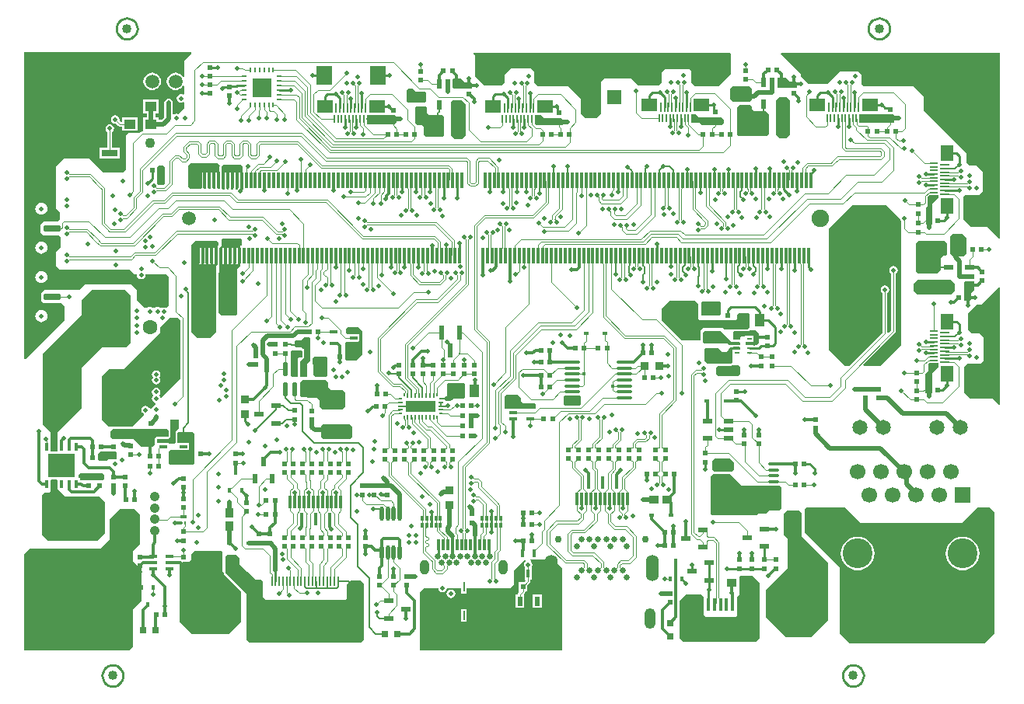
<source format=gtl>
G04*
G04 #@! TF.GenerationSoftware,Altium Limited,Altium Designer,20.1.12 (249)*
G04*
G04 Layer_Physical_Order=1*
G04 Layer_Color=152*
%FSLAX44Y44*%
%MOMM*%
G71*
G04*
G04 #@! TF.SameCoordinates,92C3D8CC-84FC-494B-B6CF-3A4A02D2A6DE*
G04*
G04*
G04 #@! TF.FilePolarity,Positive*
G04*
G01*
G75*
%ADD13C,0.2540*%
%ADD21C,0.1016*%
%ADD24R,1.3000X1.1000*%
%ADD25R,1.2000X2.0000*%
%ADD26R,1.1000X1.4000*%
%ADD27R,0.5700X0.6200*%
%ADD28R,0.9600X0.9700*%
%ADD29R,0.6200X0.5700*%
%ADD30O,0.4500X1.6000*%
%ADD31R,0.3000X0.5500*%
%ADD32R,0.4000X0.5500*%
%ADD33R,0.3000X1.2000*%
%ADD34R,0.2000X1.0000*%
%ADD35R,0.5500X1.5000*%
%ADD36R,0.2300X1.0000*%
%ADD37R,0.3000X1.4500*%
%ADD38R,0.5500X1.0000*%
%ADD39R,1.0000X0.9700*%
%ADD40R,0.9700X1.0000*%
%ADD41R,0.4000X0.5000*%
%ADD42R,0.5500X0.2500*%
%ADD43R,1.8000X0.7500*%
%ADD44R,3.3600X4.8600*%
%ADD45R,1.3900X1.4000*%
%ADD46R,0.5900X0.4500*%
%ADD47R,1.0160X1.7000*%
%ADD48R,1.0160X1.7000*%
%ADD49R,0.6000X0.2500*%
%ADD50R,0.2500X0.6000*%
%ADD51R,2.1000X2.1000*%
%ADD52R,1.0000X0.6000*%
%ADD53O,1.3000X0.3500*%
%ADD54O,1.7000X0.3500*%
%ADD55R,0.9000X0.4000*%
%ADD56O,0.5000X1.6000*%
%ADD57R,0.8500X0.3500*%
%ADD58R,0.4500X1.3800*%
%ADD59R,1.4000X2.1000*%
%ADD60R,2.3700X1.9000*%
%ADD61R,1.1750X1.9000*%
%ADD62R,2.4000X3.4000*%
%ADD63R,1.7526X0.7112*%
%ADD64R,2.0000X3.5000*%
%ADD65R,0.3000X1.7500*%
%ADD66R,1.0000X0.5500*%
G04:AMPARAMS|DCode=67|XSize=0.75mm|YSize=1.6mm|CornerRadius=0.075mm|HoleSize=0mm|Usage=FLASHONLY|Rotation=90.000|XOffset=0mm|YOffset=0mm|HoleType=Round|Shape=RoundedRectangle|*
%AMROUNDEDRECTD67*
21,1,0.7500,1.4500,0,0,90.0*
21,1,0.6000,1.6000,0,0,90.0*
1,1,0.1500,0.7250,0.3000*
1,1,0.1500,0.7250,-0.3000*
1,1,0.1500,-0.7250,-0.3000*
1,1,0.1500,-0.7250,0.3000*
%
%ADD67ROUNDEDRECTD67*%
G04:AMPARAMS|DCode=68|XSize=0.6mm|YSize=1.8mm|CornerRadius=0.06mm|HoleSize=0mm|Usage=FLASHONLY|Rotation=90.000|XOffset=0mm|YOffset=0mm|HoleType=Round|Shape=RoundedRectangle|*
%AMROUNDEDRECTD68*
21,1,0.6000,1.6800,0,0,90.0*
21,1,0.4800,1.8000,0,0,90.0*
1,1,0.1200,0.8400,0.2400*
1,1,0.1200,0.8400,-0.2400*
1,1,0.1200,-0.8400,-0.2400*
1,1,0.1200,-0.8400,0.2400*
%
%ADD68ROUNDEDRECTD68*%
G04:AMPARAMS|DCode=69|XSize=1.3mm|YSize=0.7mm|CornerRadius=0.07mm|HoleSize=0mm|Usage=FLASHONLY|Rotation=90.000|XOffset=0mm|YOffset=0mm|HoleType=Round|Shape=RoundedRectangle|*
%AMROUNDEDRECTD69*
21,1,1.3000,0.5600,0,0,90.0*
21,1,1.1600,0.7000,0,0,90.0*
1,1,0.1400,0.2800,0.5800*
1,1,0.1400,0.2800,-0.5800*
1,1,0.1400,-0.2800,-0.5800*
1,1,0.1400,-0.2800,0.5800*
%
%ADD69ROUNDEDRECTD69*%
%ADD70R,0.9500X0.4000*%
%ADD71R,0.7620X0.7620*%
%ADD72R,3.0000X2.6000*%
%ADD73R,0.3560X0.8500*%
%ADD74R,0.4500X0.2000*%
%ADD75R,0.5000X0.2000*%
%ADD76R,0.2000X0.4500*%
%ADD77R,0.2000X0.5000*%
%ADD78R,3.2000X1.2000*%
%ADD79R,1.0000X0.2301*%
%ADD80R,0.8499X0.2301*%
%ADD81R,1.3800X1.8001*%
%ADD82R,2.0000X1.7000*%
%ADD83R,0.9700X0.9600*%
%ADD84R,2.0000X1.2000*%
%ADD85R,0.6000X1.0000*%
%ADD86R,1.7000X1.0160*%
%ADD87R,1.7000X1.0160*%
%ADD88R,0.7000X0.4000*%
%ADD89R,0.2500X0.4000*%
%ADD90R,0.7620X0.7620*%
%ADD91R,0.3500X0.8500*%
%ADD92R,0.2301X1.0000*%
%ADD93R,0.2301X0.8499*%
%ADD94R,1.8001X1.3800*%
%ADD95R,1.7000X2.0000*%
%ADD173C,0.2032*%
%ADD174C,1.7000*%
%ADD182C,1.6000*%
%ADD183C,0.7500*%
%ADD201C,0.4000*%
%ADD202C,0.3048*%
%ADD203C,0.1067*%
%ADD204C,0.5080*%
%ADD205C,0.1143*%
%ADD206C,0.2032*%
%ADD207C,0.1041*%
%ADD208C,0.1270*%
%ADD209C,1.0160*%
%ADD210C,1.1000*%
%ADD211C,0.6500*%
%ADD212O,1.0000X1.6000*%
%ADD213O,1.2000X1.7000*%
%ADD214O,1.2000X1.9000*%
%ADD215C,1.0400*%
%ADD216R,1.5000X1.5000*%
%ADD217C,1.5000*%
%ADD218O,1.4000X2.8500*%
%ADD219O,1.2000X2.2500*%
%ADD220C,2.6000*%
%ADD221C,1.6500*%
%ADD222C,3.2500*%
%ADD223R,1.7000X1.7000*%
%ADD224O,4.5000X2.0000*%
%ADD225O,2.0000X4.0000*%
%ADD226O,4.0000X2.0000*%
%ADD227C,1.9000*%
%ADD228C,0.5000*%
%ADD229C,6.0000*%
%ADD230C,0.1300*%
%ADD231C,0.5080*%
G36*
X435827Y904327D02*
X428000Y896500D01*
Y879051D01*
X426730Y878798D01*
X426726Y878807D01*
X425198Y880798D01*
X423207Y882326D01*
X420888Y883287D01*
X418400Y883614D01*
X415912Y883287D01*
X413593Y882326D01*
X411602Y880798D01*
X410074Y878807D01*
X409113Y876488D01*
X408786Y874000D01*
X409113Y871512D01*
X410074Y869193D01*
X411602Y867202D01*
X413593Y865674D01*
X415912Y864713D01*
X418400Y864386D01*
X420888Y864713D01*
X423207Y865674D01*
X425198Y867202D01*
X426726Y869193D01*
X426730Y869202D01*
X428000Y868950D01*
Y860188D01*
X426730Y859509D01*
X426284Y859807D01*
X424500Y860162D01*
X422716Y859807D01*
X421204Y858796D01*
X420193Y857284D01*
X419838Y855500D01*
X420193Y853716D01*
X421204Y852204D01*
X422716Y851193D01*
X424500Y850838D01*
X426284Y851193D01*
X426730Y851491D01*
X428000Y850813D01*
Y845000D01*
X421298Y838298D01*
X421284Y838307D01*
X419500Y838662D01*
X417716Y838307D01*
X416932Y837783D01*
X415662Y838461D01*
Y850500D01*
X415307Y852284D01*
X414296Y853796D01*
X412784Y854807D01*
X411000Y855162D01*
X409216Y854807D01*
X407704Y853796D01*
X406693Y852284D01*
X406338Y850500D01*
Y834931D01*
X403569Y832162D01*
X400532D01*
Y835032D01*
X396662D01*
Y838968D01*
X400532D01*
Y854032D01*
X383468D01*
Y838968D01*
X387338D01*
Y835032D01*
X383468D01*
Y819968D01*
X382366Y819563D01*
X381509Y819393D01*
X380669Y818831D01*
X379338Y817500D01*
X367500D01*
X364500Y814500D01*
Y778000D01*
X361000Y774500D01*
X340000D01*
X324500Y790000D01*
X296500D01*
X288000Y781500D01*
Y736000D01*
X293000Y731000D01*
Y723500D01*
X291000Y721500D01*
X275000D01*
X271500Y718000D01*
Y709500D01*
X275000Y706000D01*
X291500D01*
X293500Y704000D01*
Y693000D01*
X288000Y687500D01*
Y673000D01*
X292000Y669000D01*
X368500D01*
X374000Y663500D01*
X376177D01*
X376477Y663135D01*
X376831Y661351D01*
X377842Y659838D01*
X379354Y658828D01*
X381138Y658473D01*
X382922Y658828D01*
X384434Y659838D01*
X385445Y661351D01*
X385800Y663135D01*
X386100Y663500D01*
X409000D01*
X411500Y661000D01*
Y629702D01*
X408798Y627000D01*
X408743D01*
X408284Y627307D01*
X406500Y627662D01*
X404716Y627307D01*
X404257Y627000D01*
X401991D01*
X400784Y627807D01*
X399000Y628162D01*
X397216Y627807D01*
X396009Y627000D01*
X393491D01*
X392284Y627807D01*
X390500Y628162D01*
X388716Y627807D01*
X387509Y627000D01*
X384500D01*
X376500Y635000D01*
Y647000D01*
X370500Y653000D01*
X320500D01*
X314000Y646500D01*
X276000D01*
X272000Y642500D01*
Y635000D01*
X275000Y632000D01*
X294000D01*
X297500Y628500D01*
Y613500D01*
X255173Y571173D01*
X254000Y571659D01*
Y905500D01*
X435341D01*
X435827Y904327D01*
D02*
G37*
G36*
X1023327Y903827D02*
X1023000Y903500D01*
Y881500D01*
X1010000Y868500D01*
X984000D01*
X980500Y872000D01*
Y885500D01*
X978500Y887500D01*
X952000D01*
X948000Y883500D01*
Y872500D01*
X945000Y869500D01*
X922500D01*
X915000Y877000D01*
X885000D01*
X882000Y874000D01*
Y838500D01*
X877000Y833500D01*
X865000D01*
X860000Y838500D01*
Y855000D01*
X846500Y868500D01*
X813000D01*
X809500Y872000D01*
Y884500D01*
X806000Y888000D01*
X784000D01*
X776500Y880500D01*
Y872500D01*
X773500Y869500D01*
X754500D01*
X745000Y879000D01*
Y901500D01*
X742673Y903827D01*
X743159Y905000D01*
X1022841D01*
X1023327Y903827D01*
D02*
G37*
G36*
X1087000Y874000D02*
X1094000D01*
X1095000Y873000D01*
Y868000D01*
X1094000Y867000D01*
X1075000D01*
X1074000Y868000D01*
Y877500D01*
X1074500Y878000D01*
X1083000D01*
X1087000Y874000D01*
D02*
G37*
G36*
X733500Y873000D02*
X740500D01*
X741500Y872000D01*
Y867000D01*
X740500Y866000D01*
X721500D01*
X720500Y867000D01*
Y876500D01*
X721000Y877000D01*
X729500D01*
X733500Y873000D01*
D02*
G37*
G36*
X1046000Y866000D02*
Y854500D01*
X1043500Y852000D01*
X1025500D01*
X1022500Y855000D01*
Y866000D01*
X1025000Y868500D01*
X1043500D01*
X1046000Y866000D01*
D02*
G37*
G36*
X680000Y863000D02*
X690000D01*
X691000Y862000D01*
Y851500D01*
X690000Y850500D01*
X672000D01*
X670500Y852000D01*
Y864500D01*
X672000Y866000D01*
X677000D01*
X680000Y863000D01*
D02*
G37*
G36*
X1191868Y838418D02*
X1200082D01*
X1201000Y837500D01*
Y829500D01*
X1200000Y828500D01*
X1163500D01*
X1163233Y828767D01*
Y833108D01*
X1163183Y833358D01*
Y838183D01*
X1163500Y838500D01*
X1191868D01*
Y838418D01*
D02*
G37*
G36*
X659500Y835000D02*
Y829500D01*
X657500Y827500D01*
X627500D01*
X626683Y828317D01*
Y837000D01*
X657500D01*
X659500Y835000D01*
D02*
G37*
G36*
X988500D02*
X1013500D01*
X1016000Y832500D01*
Y829000D01*
X1013500Y826500D01*
X992000D01*
X989500Y829000D01*
X980500D01*
X980183Y829317D01*
Y838183D01*
X980500Y838500D01*
X985000D01*
X988500Y835000D01*
D02*
G37*
G36*
X820500Y833500D02*
X839000D01*
X840000Y832500D01*
Y826500D01*
X839500Y826000D01*
X812000D01*
X809683Y828317D01*
Y836683D01*
X810000Y837000D01*
X817000D01*
X820500Y833500D01*
D02*
G37*
G36*
X1046000Y846500D02*
Y844000D01*
X1048500Y841500D01*
X1061000D01*
X1065000Y837500D01*
X1065000D01*
Y817000D01*
X1062500Y814500D01*
X1032000D01*
Y814500D01*
X1030000Y816500D01*
Y845500D01*
X1032500Y848000D01*
X1044500D01*
X1046000Y846500D01*
D02*
G37*
G36*
X692500Y846000D02*
Y839000D01*
X694500Y837000D01*
X709000D01*
X710500Y835500D01*
Y815500D01*
X709000Y814000D01*
X691000D01*
X689000Y816000D01*
Y824500D01*
X687000Y826500D01*
X681500D01*
X679500Y828500D01*
Y846000D01*
X680500Y847000D01*
X691500D01*
X692500Y846000D01*
D02*
G37*
G36*
X1088000Y852500D02*
Y816000D01*
X1084000Y812000D01*
X1076000D01*
X1075500Y812500D01*
X1072000Y816000D01*
Y852500D01*
X1076000Y856500D01*
X1084000D01*
X1088000Y852500D01*
D02*
G37*
G36*
X730000Y853500D02*
X734500Y849000D01*
X734500Y815000D01*
X730500Y811000D01*
X722500D01*
X722000Y811500D01*
X718500Y815000D01*
Y851500D01*
X720500Y853500D01*
X730000Y853500D01*
D02*
G37*
G36*
X407000Y780500D02*
Y762500D01*
X405500Y761000D01*
X400500D01*
X398668Y762832D01*
Y780536D01*
X399500Y781500D01*
X400000Y782000D01*
X405500D01*
X407000Y780500D01*
D02*
G37*
G36*
X466835Y782165D02*
X466586Y781793D01*
X466428Y781000D01*
X466428Y781000D01*
Y776782D01*
X466586Y775989D01*
X466960Y775429D01*
Y757468D01*
X466962Y757461D01*
X466000Y756500D01*
X465035D01*
X464108Y757328D01*
X464108Y757770D01*
Y774865D01*
X461812D01*
Y757770D01*
X460885Y756500D01*
X460135Y756500D01*
X459155Y757202D01*
X459155Y757770D01*
Y774738D01*
X456859D01*
Y757770D01*
X455880Y756500D01*
X455055D01*
X454075Y757202D01*
X454075Y757770D01*
Y774738D01*
X451779D01*
Y757770D01*
X450800Y756500D01*
X450229Y756500D01*
X449249Y757202D01*
X449249Y757770D01*
Y774738D01*
X446953D01*
Y757770D01*
X445974Y756500D01*
X435000Y756500D01*
X432000Y759500D01*
X432000Y782000D01*
X434500Y784500D01*
X464500D01*
X466835Y782165D01*
D02*
G37*
G36*
X490000Y783000D02*
X492000Y781000D01*
Y776782D01*
X491968D01*
Y757468D01*
X490926Y756426D01*
X489822D01*
X488873Y757201D01*
X488873Y757696D01*
Y774738D01*
X486577D01*
Y757696D01*
X486577Y757201D01*
X485628Y756426D01*
X484996D01*
X484047Y757201D01*
X484047Y757696D01*
Y774738D01*
X481751D01*
Y757696D01*
X481751Y757201D01*
X480802Y756426D01*
X479916D01*
X478967Y757201D01*
X478967Y757696D01*
Y774738D01*
X476671D01*
Y757696D01*
X476671Y757201D01*
X475722Y756426D01*
X475090D01*
X474141Y757201D01*
X474141Y757696D01*
Y774738D01*
X471845D01*
Y757696D01*
X471845Y757201D01*
X470896Y756426D01*
X470074D01*
X469032Y757468D01*
Y776782D01*
X468500D01*
Y781000D01*
X470500Y783000D01*
Y783000D01*
X490000D01*
Y783000D01*
D02*
G37*
G36*
X1249000Y747000D02*
X1243000Y741000D01*
Y718500D01*
X1242000Y717500D01*
X1236500D01*
X1235500Y718500D01*
Y736000D01*
X1237500Y738000D01*
Y741549D01*
X1237590Y742000D01*
Y747927D01*
X1239479Y749817D01*
X1249000D01*
Y747000D01*
D02*
G37*
G36*
X1316500Y703159D02*
X1315327Y702673D01*
X1303000Y715000D01*
X1285000D01*
X1276500Y723500D01*
Y748000D01*
X1278500Y750000D01*
X1294000D01*
X1298000Y754000D01*
Y775500D01*
X1291000Y782500D01*
X1282500D01*
X1279500Y785500D01*
Y796000D01*
X1233500Y842000D01*
Y858000D01*
X1222500Y869000D01*
X1168000D01*
X1165500Y871500D01*
Y881500D01*
X1162000Y885000D01*
X1142000D01*
X1128500Y871500D01*
X1107500D01*
X1099500Y879500D01*
Y882000D01*
X1077673Y903827D01*
X1078159Y905000D01*
X1316500D01*
Y703159D01*
D02*
G37*
G36*
X1279500Y703500D02*
Y686500D01*
X1276500Y683500D01*
X1265000D01*
X1262000Y686500D01*
Y704500D01*
X1265000Y707500D01*
X1275500D01*
X1279500Y703500D01*
D02*
G37*
G36*
X1258500Y697500D02*
Y685500D01*
X1257000Y684000D01*
X1254500D01*
X1252000Y681500D01*
Y669000D01*
X1248000Y665000D01*
Y665000D01*
X1227500D01*
X1225000Y667500D01*
Y698000D01*
X1225000D01*
X1227000Y700000D01*
X1256000D01*
X1258500Y697500D01*
D02*
G37*
G36*
X1267000Y654000D02*
Y646000D01*
X1263000Y642000D01*
X1226500D01*
X1222500Y646000D01*
Y654000D01*
X1223000Y654500D01*
X1226500Y658000D01*
X1263000D01*
X1267000Y654000D01*
D02*
G37*
G36*
X1288500Y655500D02*
Y647000D01*
X1284500Y643000D01*
Y636000D01*
X1283500Y635000D01*
X1278500D01*
X1277500Y636000D01*
Y655000D01*
X1278500Y656000D01*
X1288000D01*
X1288500Y655500D01*
D02*
G37*
G36*
X491000Y701000D02*
Y694782D01*
X489468D01*
Y673468D01*
X485500Y669500D01*
Y620500D01*
X484000Y619000D01*
X468000Y619000D01*
X465000Y622000D01*
X465000Y665000D01*
X466500Y666500D01*
Y673218D01*
X466532D01*
Y692532D01*
X468500Y694500D01*
Y701000D01*
X469500Y702500D01*
X489500D01*
X491000Y701000D01*
D02*
G37*
G36*
X1012000Y633501D02*
X1012000Y620000D01*
X1011000Y619000D01*
X992000Y619000D01*
X991000Y620000D01*
X991000Y633500D01*
X992000Y634500D01*
X1011000Y634500D01*
X1012000Y633501D01*
D02*
G37*
G36*
X987500Y631500D02*
X987500Y615501D01*
X989498Y613501D01*
X1028502Y613502D01*
X1029897Y614897D01*
X1029898Y619102D01*
X1031500Y621000D01*
X1042499Y621000D01*
X1044000Y619500D01*
Y606000D01*
X1042000Y604000D01*
X1015500Y604000D01*
X1014500Y605000D01*
X992500D01*
X990500Y603000D01*
Y592500D01*
X990000Y592000D01*
X969500D01*
X948000Y613500D01*
Y626000D01*
X956500Y635000D01*
X984000D01*
X987500Y631500D01*
D02*
G37*
G36*
X1054000Y598500D02*
Y589500D01*
X1051367Y586867D01*
X1043250D01*
X1042824Y586782D01*
X1039218D01*
X1039000Y587000D01*
Y590000D01*
X1039218Y590218D01*
X1048032D01*
Y596782D01*
X1038468D01*
Y596000D01*
X1034500D01*
X1033500Y595000D01*
Y593224D01*
X1032782Y592290D01*
X1032782Y592290D01*
X1026210D01*
X1025500Y593000D01*
Y601000D01*
X1026428Y601928D01*
X1042000Y601928D01*
X1042792Y602085D01*
X1043413Y602500D01*
X1050000D01*
X1054000Y598500D01*
D02*
G37*
G36*
X465000Y698500D02*
Y694782D01*
X464468D01*
Y692571D01*
X464460Y692532D01*
X464460Y692532D01*
Y674107D01*
X463000Y672647D01*
Y665361D01*
X462928Y665000D01*
X462928Y665000D01*
X462928Y622000D01*
Y622000D01*
X462928Y622000D01*
X463000Y621639D01*
Y601000D01*
X456000Y594000D01*
X442500Y594000D01*
X436000Y600500D01*
Y696000D01*
X440500Y700500D01*
X463000D01*
X465000Y698500D01*
D02*
G37*
G36*
X1012000Y602000D02*
X1023500Y590500D01*
X1024968D01*
Y590218D01*
X1032782D01*
X1033500Y589500D01*
Y587500D01*
X1032782Y586782D01*
X1024968D01*
Y586500D01*
X1021500Y586500D01*
X1019500Y588500D01*
X994500Y588500D01*
X993000Y590000D01*
X992999Y600499D01*
X994500Y602000D01*
X1012000Y602000D01*
D02*
G37*
G36*
X370000Y641000D02*
Y589000D01*
X365000Y584000D01*
X338000Y584001D01*
X316500Y562500D01*
X316500Y517500D01*
X290500Y491500D01*
X290500Y471500D01*
X289532Y470532D01*
X283468D01*
X282500Y471500D01*
X282500Y491500D01*
X274000Y500000D01*
X274000Y577500D01*
X316500Y620000D01*
Y635500D01*
X328000Y647000D01*
X364000D01*
X370000Y641000D01*
D02*
G37*
G36*
X1033500Y583580D02*
Y581782D01*
X1024968D01*
Y575218D01*
X1025000D01*
X1025000Y568000D01*
X1023000Y566000D01*
X997500Y566000D01*
X994500Y569000D01*
Y582000D01*
X995500Y583000D01*
X1010000D01*
X1014000Y579000D01*
X1018500Y579000D01*
X1020500Y581000D01*
X1020500Y582500D01*
X1022428Y584428D01*
X1024968Y584428D01*
X1025761Y584586D01*
X1025947Y584710D01*
X1032782D01*
X1033500Y583580D01*
D02*
G37*
G36*
X622000Y602000D02*
X622000Y576500D01*
X615500Y570000D01*
X604500Y570000D01*
X603000Y571500D01*
Y589000D01*
X604500Y590500D01*
X617500D01*
X617718Y590718D01*
X618782D01*
Y591782D01*
X619000Y592000D01*
Y597000D01*
X618782Y597218D01*
Y598282D01*
X617718D01*
X617500Y598500D01*
X606000D01*
X604500Y600000D01*
Y604500D01*
X606500Y606500D01*
X617500D01*
X622000Y602000D01*
D02*
G37*
G36*
X1207365Y724635D02*
X1207338Y724500D01*
X1207693Y722716D01*
X1208500Y721509D01*
Y586500D01*
X1186000Y564000D01*
X1167822Y564000D01*
X1167336Y565173D01*
X1202331Y600169D01*
X1202893Y601009D01*
X1203090Y602000D01*
Y664232D01*
X1203796Y664704D01*
X1204807Y666216D01*
X1205162Y668000D01*
X1204807Y669784D01*
X1203796Y671296D01*
X1202284Y672307D01*
X1200500Y672662D01*
X1198716Y672307D01*
X1197204Y671296D01*
X1196193Y669784D01*
X1195838Y668000D01*
X1196193Y666216D01*
X1197204Y664704D01*
X1197910Y664232D01*
Y603073D01*
X1194860Y600022D01*
X1193590Y600548D01*
Y643232D01*
X1194296Y643704D01*
X1195307Y645216D01*
X1195662Y647000D01*
X1195307Y648784D01*
X1194296Y650296D01*
X1192784Y651307D01*
X1191000Y651662D01*
X1189216Y651307D01*
X1187704Y650296D01*
X1186693Y648784D01*
X1186338Y647000D01*
X1186693Y645216D01*
X1187704Y643704D01*
X1188410Y643232D01*
Y600073D01*
X1152337Y563999D01*
X1147999Y563999D01*
X1147000Y565000D01*
X1130000Y582000D01*
Y713500D01*
X1155500Y739000D01*
X1193000D01*
X1207365Y724635D01*
D02*
G37*
G36*
X1033498Y562500D02*
X1033501Y555001D01*
X1031501Y553001D01*
X1009499Y552999D01*
X1007000Y555500D01*
X1007000Y562000D01*
X1008928Y563928D01*
X1023000Y563928D01*
X1023793Y564086D01*
X1024062Y564266D01*
X1024413Y564500D01*
X1031501Y564500D01*
X1033498Y562500D01*
D02*
G37*
G36*
X584000Y573000D02*
Y554000D01*
X582000Y552000D01*
X571000D01*
X569000Y554000D01*
Y565000D01*
X568000Y566000D01*
Y572500D01*
X569500Y574000D01*
X583000D01*
X584000Y573000D01*
D02*
G37*
G36*
X565500Y594000D02*
Y570000D01*
X562000Y566500D01*
X562000Y553000D01*
X561000Y552000D01*
X555500D01*
X554500Y553000D01*
Y568500D01*
X558000Y572000D01*
Y572318D01*
X558132D01*
Y572785D01*
X558414Y573207D01*
X558572Y574000D01*
X558572Y574000D01*
Y580000D01*
X558572Y580000D01*
X558414Y580793D01*
X558132Y581215D01*
Y582082D01*
X557918D01*
X556250Y583750D01*
X549750D01*
X548500Y585000D01*
Y591092D01*
X548908Y591500D01*
X555000D01*
X559000Y595500D01*
X564000D01*
X565500Y594000D01*
D02*
G37*
G36*
X556500Y580000D02*
Y574000D01*
X556000Y573500D01*
X553000D01*
X551500Y572000D01*
Y553000D01*
X550500Y552000D01*
X546000D01*
X544000Y554000D01*
Y579500D01*
X545000Y580500D01*
X556000D01*
X556500Y580000D01*
D02*
G37*
G36*
X1249000Y562500D02*
X1242500Y556000D01*
Y535000D01*
X1241500Y534000D01*
X1235500D01*
X1235000Y534500D01*
Y555000D01*
X1238500Y558500D01*
Y566500D01*
X1238817Y566817D01*
X1249000D01*
Y562500D01*
D02*
G37*
G36*
X421000Y616500D02*
X423500Y614000D01*
X423500Y549500D01*
X403087Y529087D01*
X401872Y529456D01*
X401807Y529784D01*
X400796Y531296D01*
Y532204D01*
X401807Y533716D01*
X402162Y535500D01*
X401807Y537284D01*
X400796Y538796D01*
X399284Y539807D01*
X397500Y540162D01*
X395716Y539807D01*
X394204Y538796D01*
X393193Y537284D01*
X392838Y535500D01*
X393193Y533716D01*
X394204Y532204D01*
Y531296D01*
X393193Y529784D01*
X392838Y528000D01*
X393193Y526216D01*
X394204Y524704D01*
X395716Y523693D01*
X396044Y523628D01*
X396413Y522413D01*
X391568Y517568D01*
X390168Y517964D01*
X389335Y519210D01*
X387823Y520221D01*
X386039Y520575D01*
X384255Y520221D01*
X382743Y519210D01*
X381732Y517698D01*
X381377Y515914D01*
X381732Y514130D01*
X382743Y512618D01*
X383989Y511785D01*
X384385Y510385D01*
X371500Y497500D01*
X346000D01*
X338500Y505000D01*
X338501Y553001D01*
X346000Y560500D01*
X362500Y560500D01*
X402000Y600000D01*
X402000Y606000D01*
X412500Y616500D01*
X421000Y616500D01*
D02*
G37*
G36*
X733500Y544000D02*
Y530000D01*
X732000Y528500D01*
X715500D01*
X714000Y530000D01*
Y544000D01*
X715000Y545000D01*
X732500D01*
X733500Y544000D01*
D02*
G37*
G36*
X1316500Y649341D02*
Y521659D01*
X1315327Y521173D01*
X1308000Y528500D01*
X1283500D01*
X1277000Y535000D01*
Y562500D01*
X1280500Y566000D01*
X1295500D01*
X1298500Y569000D01*
Y594500D01*
X1294000Y599000D01*
X1286000D01*
X1281500Y603500D01*
Y621500D01*
X1290500Y630500D01*
X1296000D01*
X1315327Y649827D01*
X1316500Y649341D01*
D02*
G37*
G36*
X860000Y530500D02*
Y522000D01*
X859000Y521000D01*
X842500D01*
X841000Y522500D01*
Y530500D01*
X842000Y531500D01*
X859000D01*
X860000Y530500D01*
D02*
G37*
G36*
X791500Y532500D02*
X794500Y529500D01*
Y525750D01*
X796750Y523500D01*
X809500D01*
X811000Y522000D01*
Y518000D01*
X810000Y517000D01*
X792532D01*
Y517032D01*
X779468D01*
Y517000D01*
X778000D01*
X776500Y518500D01*
X776500Y530500D01*
X778500Y532500D01*
X791500Y532500D01*
D02*
G37*
G36*
X584500Y546000D02*
Y541000D01*
X587500Y538000D01*
X600000D01*
X603000Y535000D01*
Y519500D01*
X600000Y516500D01*
X578500D01*
X575500Y519500D01*
Y526500D01*
X573000Y529000D01*
X563579D01*
X562991Y529393D01*
X562000Y529590D01*
X555910D01*
X554000Y531500D01*
Y546000D01*
X556500Y548500D01*
X582000D01*
X584500Y546000D01*
D02*
G37*
G36*
X422500Y504500D02*
Y496000D01*
X420483Y493983D01*
X420345Y493965D01*
X420280Y493929D01*
X420207Y493914D01*
X419931Y493730D01*
X419642Y493565D01*
X419597Y493506D01*
X419535Y493465D01*
X419351Y493189D01*
X419147Y492926D01*
X418647Y491926D01*
X418627Y491855D01*
X418586Y491793D01*
X418521Y491467D01*
X418433Y491147D01*
X418443Y491073D01*
X418428Y491000D01*
Y480500D01*
X418428Y480500D01*
X417461Y479500D01*
X411282D01*
Y479782D01*
X398718D01*
X398072Y480784D01*
Y484142D01*
X398358Y484428D01*
X410000D01*
X410000Y484428D01*
X410793Y484586D01*
X411465Y485035D01*
X411465Y485035D01*
X412465Y486035D01*
X412914Y486707D01*
X413072Y487500D01*
X413072Y487500D01*
X413072Y493500D01*
X413072Y493501D01*
X413072Y493501D01*
X412987Y493928D01*
X412914Y494293D01*
X412914Y494293D01*
X412914Y494294D01*
X412693Y494625D01*
X412500Y494913D01*
Y504500D01*
X413000Y505000D01*
X422000D01*
X422500Y504500D01*
D02*
G37*
G36*
X611000Y498000D02*
X611000Y486500D01*
X608499Y483999D01*
X579500Y484000D01*
X577000Y486500D01*
X577000Y498000D01*
X579000Y500500D01*
X608500D01*
X611000Y498000D01*
D02*
G37*
G36*
X409500Y495000D02*
X411000Y493500D01*
X411000Y487500D01*
X410000Y486500D01*
X397500D01*
X396000Y485000D01*
Y478000D01*
X394000Y476000D01*
X381000D01*
X373000Y484000D01*
X350500D01*
X348000Y486500D01*
Y492500D01*
X350500Y495000D01*
X409500Y495000D01*
D02*
G37*
G36*
X354500Y469500D02*
Y463500D01*
X353500Y462500D01*
X345500D01*
X343500Y460500D01*
X335500D01*
X334000Y462000D01*
Y468000D01*
X336500Y470500D01*
X353500D01*
X354500Y469500D01*
D02*
G37*
G36*
X439500Y489500D02*
X439499Y457999D01*
X437499Y455999D01*
X412999Y456000D01*
X411000Y457997D01*
X411000Y470000D01*
X413000Y472000D01*
X431001Y472001D01*
X431219Y472218D01*
X433282D01*
Y479782D01*
X421218D01*
X420500Y480500D01*
Y491000D01*
X421000Y492000D01*
X437000D01*
X439500Y489500D01*
D02*
G37*
G36*
X1027000Y458838D02*
Y451500D01*
X1024000Y448500D01*
X1022361D01*
X1022000Y448572D01*
X1022000Y448572D01*
X1005928D01*
X1003000Y451500D01*
Y460000D01*
X1005500Y463000D01*
X1022838D01*
X1027000Y458838D01*
D02*
G37*
G36*
X341000Y445500D02*
Y440500D01*
X339500Y439000D01*
X316132D01*
X315500Y439126D01*
X315500Y439126D01*
X314874D01*
X314312Y439688D01*
Y441782D01*
X313898D01*
X313000Y442680D01*
X313001Y445000D01*
X315000Y447000D01*
X339500Y447000D01*
X341000Y445500D01*
D02*
G37*
G36*
X1035000Y433500D02*
X1076000D01*
X1078000Y431500D01*
Y408000D01*
X1076000Y406000D01*
X1065000D01*
X1062000Y403000D01*
X1053500D01*
X1051500Y401000D01*
X1003000D01*
X1001000Y403000D01*
Y443500D01*
X1004000Y446500D01*
X1022000D01*
X1035000Y433500D01*
D02*
G37*
G36*
X1310500Y404500D02*
Y273000D01*
X1299000Y261500D01*
X1152500D01*
X1142000Y272000D01*
Y344500D01*
X1103500Y383000D01*
Y408000D01*
X1105500Y410000D01*
X1147000D01*
X1164500Y392500D01*
X1274500D01*
X1292000Y410000D01*
X1305000D01*
X1310500Y404500D01*
D02*
G37*
G36*
X290500Y439370D02*
X290500Y430410D01*
X290499Y429500D01*
X290688Y429218D01*
X290782Y429218D01*
X298011Y422001D01*
X334999Y421999D01*
X341501Y415500D01*
X341499Y381499D01*
X333499Y373499D01*
X279500Y373500D01*
X273000Y380000D01*
X273000Y423500D01*
X275500Y426000D01*
X281000D01*
X282500Y427500D01*
Y439500D01*
X283468Y440468D01*
X289402D01*
X290500Y439370D01*
D02*
G37*
G36*
X839500Y343500D02*
Y254000D01*
X684500D01*
Y317500D01*
X688500Y321500D01*
X704938D01*
X705193Y320216D01*
X706204Y318704D01*
X707716Y317693D01*
X709500Y317338D01*
X711284Y317693D01*
X712796Y318704D01*
X713807Y320216D01*
X714062Y321500D01*
X729467D01*
Y316018D01*
X735531D01*
Y321500D01*
X783000D01*
X787500Y326000D01*
Y341500D01*
X798643Y352643D01*
X799875Y352566D01*
X799604Y351064D01*
X799204Y350796D01*
X798193Y349284D01*
X797838Y347500D01*
X798193Y345716D01*
X798655Y345026D01*
X798718Y343782D01*
X798718Y343782D01*
X798718Y343782D01*
Y331218D01*
X798910D01*
X799436Y329948D01*
X798120Y328632D01*
X792018D01*
Y318368D01*
X792018D01*
X792366Y317528D01*
X791669Y316831D01*
X791107Y315991D01*
X790910Y315000D01*
Y314532D01*
X788718D01*
Y300468D01*
X798282D01*
Y314532D01*
X798282D01*
X797817Y315655D01*
X798731Y316569D01*
X799293Y317409D01*
X799483Y318368D01*
X801782D01*
Y324969D01*
X804331Y327519D01*
X804893Y328359D01*
X805090Y329350D01*
Y331218D01*
X806282D01*
Y343782D01*
X806282Y343782D01*
X806282D01*
X806345Y345026D01*
X806807Y345716D01*
X807162Y347500D01*
X806807Y349284D01*
X805796Y350796D01*
X805396Y351064D01*
X805085Y352790D01*
X805235Y353000D01*
X830000D01*
X839500Y343500D01*
D02*
G37*
G36*
X1055000Y327500D02*
Y267500D01*
X1050500Y263000D01*
X972000D01*
X967500Y267500D01*
Y307500D01*
X974500Y314500D01*
X991000D01*
X993500Y312000D01*
Y293000D01*
X996500Y290000D01*
X1028000D01*
X1030000Y292000D01*
Y312000D01*
X1032500Y314500D01*
Y334000D01*
X1034000Y335500D01*
X1047000D01*
X1055000Y327500D01*
D02*
G37*
G36*
X470000Y361000D02*
Y339500D01*
X470928Y338572D01*
Y338500D01*
X470928Y338500D01*
X471086Y337707D01*
X471535Y337035D01*
X471535Y337035D01*
X490000Y318570D01*
Y285500D01*
X476500Y272000D01*
X436500D01*
X423000Y285500D01*
Y347500D01*
X426000Y350500D01*
X433500D01*
X436000Y353000D01*
Y358500D01*
X438500Y361500D01*
X439000Y362000D01*
X469000D01*
X470000Y361000D01*
D02*
G37*
G36*
X1100500Y403000D02*
Y378000D01*
X1129000Y349500D01*
Y286500D01*
X1110500Y268000D01*
X1083000D01*
X1061500Y289500D01*
Y320000D01*
X1085000Y343500D01*
Y376000D01*
X1081000Y380000D01*
Y403000D01*
X1084000Y406000D01*
X1097500D01*
X1100500Y403000D01*
D02*
G37*
G36*
X488500Y354500D02*
Y348000D01*
X495280Y341220D01*
X496448Y339698D01*
X497970Y338530D01*
X505500Y331000D01*
X511500D01*
X514000Y328500D01*
Y312000D01*
X517000Y309000D01*
X603000D01*
X605000Y311000D01*
Y326000D01*
X609000Y330000D01*
X620000D01*
X624000Y326000D01*
Y266000D01*
X620000Y262000D01*
X499500D01*
X495500Y266000D01*
Y316000D01*
X473000Y338500D01*
Y356000D01*
X474000Y357500D01*
X474500Y358000D01*
X485000D01*
X488500Y354500D01*
D02*
G37*
G36*
X379500Y402500D02*
Y370000D01*
X372000Y362500D01*
X372000Y351000D01*
X381500Y341500D01*
X381500Y307500D01*
X372500Y298500D01*
Y258000D01*
X368500Y254000D01*
X254000D01*
Y359000D01*
X260500Y365000D01*
X336500D01*
X346500Y375000D01*
Y396500D01*
X358000Y408000D01*
X374000D01*
X379500Y402500D01*
D02*
G37*
%LPC*%
G36*
X393000Y883614D02*
X390512Y883287D01*
X388193Y882326D01*
X386202Y880798D01*
X384674Y878807D01*
X383713Y876488D01*
X383386Y874000D01*
X383713Y871512D01*
X384674Y869193D01*
X386202Y867202D01*
X388193Y865674D01*
X390512Y864713D01*
X393000Y864386D01*
X395488Y864713D01*
X397807Y865674D01*
X399798Y867202D01*
X401326Y869193D01*
X402287Y871512D01*
X402614Y874000D01*
X402287Y876488D01*
X401326Y878807D01*
X399798Y880798D01*
X397807Y882326D01*
X395488Y883287D01*
X393000Y883614D01*
D02*
G37*
G36*
X353000Y837162D02*
X351216Y836807D01*
X349704Y835796D01*
X348693Y834284D01*
X348338Y832500D01*
X348693Y830716D01*
X349704Y829204D01*
X351216Y828193D01*
X353000Y827839D01*
X353833Y828004D01*
X356169Y825669D01*
X357009Y825107D01*
X358000Y824910D01*
X360468D01*
Y819968D01*
X377532D01*
Y835032D01*
X360468D01*
Y830090D01*
X359073D01*
X357496Y831667D01*
X357662Y832500D01*
X357307Y834284D01*
X356296Y835796D01*
X354784Y836807D01*
X353000Y837162D01*
D02*
G37*
G36*
X347000Y827162D02*
X345216Y826807D01*
X343704Y825796D01*
X342693Y824284D01*
X342338Y822500D01*
X342693Y820716D01*
X343704Y819204D01*
X344410Y818732D01*
Y801782D01*
X335968D01*
Y790218D01*
X358032D01*
Y801782D01*
X349590D01*
Y818732D01*
X350296Y819204D01*
X351307Y820716D01*
X351662Y822500D01*
X351307Y824284D01*
X350296Y825796D01*
X348784Y826807D01*
X347000Y827162D01*
D02*
G37*
G36*
X272500Y741838D02*
X270795Y741614D01*
X269206Y740956D01*
X267841Y739909D01*
X266794Y738544D01*
X266136Y736955D01*
X265912Y735250D01*
X266136Y733545D01*
X266794Y731956D01*
X267841Y730591D01*
X269206Y729544D01*
X270795Y728886D01*
X272500Y728662D01*
X274205Y728886D01*
X275794Y729544D01*
X277159Y730591D01*
X278206Y731956D01*
X278864Y733545D01*
X279088Y735250D01*
X278864Y736955D01*
X278206Y738544D01*
X277159Y739909D01*
X275794Y740956D01*
X274205Y741614D01*
X272500Y741838D01*
D02*
G37*
G36*
Y699338D02*
X270795Y699114D01*
X269206Y698456D01*
X267841Y697409D01*
X266794Y696044D01*
X266136Y694455D01*
X265912Y692750D01*
X266136Y691045D01*
X266794Y689456D01*
X267841Y688091D01*
X269206Y687044D01*
X270795Y686386D01*
X272500Y686162D01*
X274205Y686386D01*
X275794Y687044D01*
X277159Y688091D01*
X278206Y689456D01*
X278864Y691045D01*
X279088Y692750D01*
X278864Y694455D01*
X278206Y696044D01*
X277159Y697409D01*
X275794Y698456D01*
X274205Y699114D01*
X272500Y699338D01*
D02*
G37*
G36*
Y667338D02*
X270795Y667114D01*
X269206Y666456D01*
X267841Y665409D01*
X266794Y664044D01*
X266136Y662455D01*
X265912Y660750D01*
X266136Y659045D01*
X266794Y657456D01*
X267841Y656091D01*
X269206Y655044D01*
X270795Y654386D01*
X272500Y654162D01*
X274205Y654386D01*
X275794Y655044D01*
X277159Y656091D01*
X278206Y657456D01*
X278864Y659045D01*
X279088Y660750D01*
X278864Y662455D01*
X278206Y664044D01*
X277159Y665409D01*
X275794Y666456D01*
X274205Y667114D01*
X272500Y667338D01*
D02*
G37*
G36*
Y624838D02*
X270795Y624614D01*
X269206Y623956D01*
X267841Y622909D01*
X266794Y621544D01*
X266136Y619955D01*
X265912Y618250D01*
X266136Y616545D01*
X266794Y614956D01*
X267841Y613591D01*
X269206Y612544D01*
X270795Y611886D01*
X272500Y611662D01*
X274205Y611886D01*
X275794Y612544D01*
X277159Y613591D01*
X278206Y614956D01*
X278864Y616545D01*
X279088Y618250D01*
X278864Y619955D01*
X278206Y621544D01*
X277159Y622909D01*
X275794Y623956D01*
X274205Y624614D01*
X272500Y624838D01*
D02*
G37*
G36*
X486587Y692696D02*
X484291D01*
Y675159D01*
X486587D01*
Y692696D01*
D02*
G37*
G36*
X481507D02*
X479211D01*
Y675159D01*
X481507D01*
Y692696D01*
D02*
G37*
G36*
X476681D02*
X474385D01*
Y675159D01*
X476681D01*
Y692696D01*
D02*
G37*
G36*
X471601D02*
X469305D01*
Y675159D01*
X471601D01*
Y692696D01*
D02*
G37*
G36*
X461441D02*
X459145D01*
Y675159D01*
X461441D01*
Y692696D01*
D02*
G37*
G36*
X456615D02*
X454319D01*
Y675159D01*
X456615D01*
Y692696D01*
D02*
G37*
G36*
X451535D02*
X449239D01*
Y675159D01*
X451535D01*
Y692696D01*
D02*
G37*
G36*
X446709D02*
X444413D01*
Y675159D01*
X446709D01*
Y692696D01*
D02*
G37*
G36*
X397500Y559162D02*
X395716Y558807D01*
X394204Y557796D01*
X393193Y556284D01*
X392838Y554500D01*
X393193Y552716D01*
X394006Y551500D01*
X393193Y550284D01*
X392838Y548500D01*
X393193Y546716D01*
X394204Y545204D01*
X395716Y544193D01*
X397500Y543838D01*
X399284Y544193D01*
X400796Y545204D01*
X401807Y546716D01*
X402162Y548500D01*
X401807Y550284D01*
X400994Y551500D01*
X401807Y552716D01*
X402162Y554500D01*
X401807Y556284D01*
X400796Y557796D01*
X399284Y558807D01*
X397500Y559162D01*
D02*
G37*
G36*
X1275700Y377870D02*
X1272116Y377518D01*
X1268670Y376472D01*
X1265494Y374775D01*
X1262710Y372490D01*
X1260425Y369706D01*
X1258728Y366530D01*
X1257682Y363084D01*
X1257329Y359500D01*
X1257682Y355916D01*
X1258728Y352470D01*
X1260425Y349294D01*
X1262710Y346510D01*
X1265494Y344226D01*
X1268670Y342528D01*
X1272116Y341483D01*
X1275700Y341129D01*
X1279284Y341483D01*
X1282730Y342528D01*
X1285906Y344226D01*
X1288690Y346510D01*
X1290974Y349294D01*
X1292672Y352470D01*
X1293717Y355916D01*
X1294070Y359500D01*
X1293717Y363084D01*
X1292672Y366530D01*
X1290974Y369706D01*
X1288690Y372490D01*
X1285906Y374775D01*
X1282730Y376472D01*
X1279284Y377518D01*
X1275700Y377870D01*
D02*
G37*
G36*
X1161400D02*
X1157816Y377518D01*
X1154370Y376472D01*
X1151194Y374775D01*
X1148410Y372490D01*
X1146125Y369706D01*
X1144428Y366530D01*
X1143382Y363084D01*
X1143029Y359500D01*
X1143382Y355916D01*
X1144428Y352470D01*
X1146125Y349294D01*
X1148410Y346510D01*
X1151194Y344226D01*
X1154370Y342528D01*
X1157816Y341483D01*
X1161400Y341129D01*
X1164984Y341483D01*
X1168430Y342528D01*
X1171606Y344226D01*
X1174390Y346510D01*
X1176674Y349294D01*
X1178372Y352470D01*
X1179417Y355916D01*
X1179771Y359500D01*
X1179417Y363084D01*
X1178372Y366530D01*
X1176674Y369706D01*
X1174390Y372490D01*
X1171606Y374775D01*
X1168430Y376472D01*
X1164984Y377518D01*
X1161400Y377870D01*
D02*
G37*
G36*
X718500Y320162D02*
X716716Y319807D01*
X715204Y318796D01*
X714193Y317284D01*
X713839Y315500D01*
X714193Y313716D01*
X715204Y312204D01*
X716716Y311193D01*
X718500Y310838D01*
X720284Y311193D01*
X721796Y312204D01*
X722807Y313716D01*
X723162Y315500D01*
X722807Y317284D01*
X721796Y318796D01*
X720284Y319807D01*
X718500Y320162D01*
D02*
G37*
G36*
X817282Y314532D02*
X807718D01*
Y300468D01*
X817282D01*
Y314532D01*
D02*
G37*
G36*
X735531Y299082D02*
X729467D01*
Y285018D01*
X735531D01*
Y299082D01*
D02*
G37*
%LPD*%
D13*
X376930Y931500D02*
X376643Y934043D01*
X375798Y936459D01*
X374436Y938626D01*
X372626Y940436D01*
X370459Y941798D01*
X368043Y942643D01*
X365500Y942930D01*
X362957Y942643D01*
X360541Y941798D01*
X358373Y940436D01*
X356564Y938626D01*
X355202Y936459D01*
X354357Y934043D01*
X354070Y931500D01*
X354357Y928957D01*
X355202Y926541D01*
X356564Y924373D01*
X358373Y922564D01*
X360541Y921202D01*
X362957Y920357D01*
X365500Y920070D01*
X368043Y920357D01*
X370459Y921202D01*
X372626Y922564D01*
X374436Y924373D01*
X375798Y926541D01*
X376643Y928957D01*
X376930Y931500D01*
X1196081Y931500D02*
X1195795Y934043D01*
X1194949Y936459D01*
X1193587Y938626D01*
X1191778Y940436D01*
X1189611Y941798D01*
X1187195Y942643D01*
X1184651Y942930D01*
X1182108Y942643D01*
X1179692Y941798D01*
X1177525Y940436D01*
X1175715Y938626D01*
X1174353Y936459D01*
X1173508Y934043D01*
X1173221Y931500D01*
X1173508Y928957D01*
X1174353Y926541D01*
X1175715Y924373D01*
X1177525Y922564D01*
X1179692Y921202D01*
X1182108Y920357D01*
X1184651Y920070D01*
X1187195Y920357D01*
X1189611Y921202D01*
X1191778Y922564D01*
X1193587Y924373D01*
X1194949Y926541D01*
X1195795Y928957D01*
X1196081Y931500D01*
X361430Y226500D02*
X361143Y229043D01*
X360298Y231459D01*
X358936Y233626D01*
X357127Y235436D01*
X354959Y236798D01*
X352543Y237643D01*
X350000Y237930D01*
X347457Y237643D01*
X345041Y236798D01*
X342873Y235436D01*
X341064Y233626D01*
X339702Y231459D01*
X338857Y229043D01*
X338570Y226500D01*
X338857Y223957D01*
X339702Y221541D01*
X341064Y219373D01*
X342873Y217564D01*
X345041Y216202D01*
X347457Y215357D01*
X350000Y215070D01*
X352543Y215357D01*
X354959Y216202D01*
X357127Y217564D01*
X358936Y219373D01*
X360298Y221541D01*
X361143Y223957D01*
X361430Y226500D01*
X1167881Y226500D02*
X1167594Y229044D01*
X1166749Y231459D01*
X1165387Y233627D01*
X1163577Y235436D01*
X1161410Y236798D01*
X1158994Y237644D01*
X1156451Y237930D01*
X1153907Y237644D01*
X1151491Y236798D01*
X1149324Y235436D01*
X1147514Y233627D01*
X1146153Y231459D01*
X1145307Y229044D01*
X1145021Y226500D01*
X1145307Y223957D01*
X1146153Y221541D01*
X1147514Y219374D01*
X1149324Y217564D01*
X1151491Y216202D01*
X1153907Y215357D01*
X1156451Y215070D01*
X1158994Y215357D01*
X1161410Y216202D01*
X1163577Y217564D01*
X1165387Y219374D01*
X1166749Y221541D01*
X1167594Y223957D01*
X1167881Y226500D01*
X1029500Y536300D02*
X1038636D01*
X762500Y397850D02*
Y405500D01*
Y383000D02*
Y390150D01*
X697000Y397850D02*
Y405000D01*
X1063500Y585700D02*
X1068700D01*
X1071500Y588500D01*
Y606500D01*
X1064000Y614000D02*
X1071500Y606500D01*
X1054750Y614000D02*
X1064000D01*
X1054750D02*
Y622750D01*
X1023000Y628000D02*
X1049500D01*
X1054750Y622750D01*
X1020000Y625000D02*
X1023000Y628000D01*
X1020000Y618800D02*
Y625000D01*
X1056200Y585700D02*
X1063500D01*
X1054000Y583500D02*
X1056200Y585700D01*
X1043250Y583500D02*
X1054000D01*
X718000Y581000D02*
Y586500D01*
X714250Y590250D02*
X718000Y586500D01*
X347000Y781000D02*
X358839D01*
X360839Y779000D01*
X361500D01*
X1195420Y844880D02*
X1197000Y843300D01*
X1191207Y844880D02*
X1195420D01*
X1188187Y847900D02*
X1191207Y844880D01*
X1187499Y847900D02*
X1188187D01*
X759999Y368850D02*
X760229Y368620D01*
Y356620D02*
Y368620D01*
Y356620D02*
X760499Y356350D01*
X704769Y368620D02*
X704999Y368850D01*
X704769Y356620D02*
Y368620D01*
X704499Y356350D02*
X704769Y356620D01*
X1063000Y669500D02*
Y684000D01*
X1063000Y669500D02*
X1063000Y669500D01*
X1078000Y670000D02*
Y684000D01*
X1078000Y670000D02*
X1078000Y670000D01*
X1093000Y668000D02*
Y684000D01*
X1093000Y668000D02*
X1093000Y668000D01*
X1108000Y671000D02*
Y684000D01*
Y671000D02*
X1110500Y668500D01*
X1080500Y756000D02*
X1086500Y750000D01*
X1080500Y766000D02*
X1080500Y766000D01*
X1080500Y756000D02*
Y766000D01*
X1095500D02*
X1095500Y766000D01*
X1095500Y754000D02*
Y766000D01*
X1110500Y766000D02*
Y773250D01*
X1114250Y777000D01*
X655500Y562500D02*
X657800Y564800D01*
X662000D01*
X494000Y503500D02*
Y511350D01*
Y503500D02*
X497500Y500000D01*
X1043250Y588500D02*
X1048500D01*
X1043250Y578500D02*
X1043250Y578500D01*
X1060000Y352800D02*
Y367000D01*
X1046000Y343000D02*
X1059800D01*
X1033000D02*
X1046000D01*
X1019000D02*
X1033000D01*
X999500Y320000D02*
X1000000Y320500D01*
X999000Y319500D02*
X999500Y320000D01*
X981000Y340000D02*
Y347000D01*
X1000000Y330500D02*
Y349500D01*
Y320500D02*
Y330500D01*
X999000Y304130D02*
Y319500D01*
X628000Y515000D02*
X628000D01*
X633000Y520000D01*
X637200D01*
X393200Y767700D02*
Y777500D01*
X388500Y763000D02*
X393200Y767700D01*
X374500Y322500D02*
X374500Y322500D01*
X381500D01*
X970000Y331500D02*
X974500Y327000D01*
X970000Y331500D02*
Y332000D01*
X527500Y329500D02*
Y341000D01*
X995500Y451000D02*
Y459200D01*
X1010500Y494500D02*
X1020500D01*
X1109000Y457500D02*
X1114500Y452000D01*
Y447000D02*
Y452000D01*
X1103300Y457500D02*
X1109000D01*
X1248300Y538000D02*
X1253900D01*
X1258400Y542501D01*
X1248800Y722000D02*
X1254900D01*
X1258400Y725501D01*
X567500Y880500D02*
X567500Y880500D01*
X580501D01*
X531500Y864500D02*
X544500D01*
X1292000Y612999D02*
Y625999D01*
X1269001Y612499D02*
X1272000Y609500D01*
X1258400Y612499D02*
X1269001D01*
X1272000Y600500D02*
Y609500D01*
X1292000Y542000D02*
Y555001D01*
X1258400Y542501D02*
Y555501D01*
X1174499Y847900D02*
X1187499D01*
X1174999Y881500D02*
X1188000D01*
X1120500Y861500D02*
X1129500D01*
X1117501Y847900D02*
Y858501D01*
X1120500Y861500D01*
X1104000Y881500D02*
X1117001D01*
X1104000Y881500D02*
X1104000Y881500D01*
X1129500Y861500D02*
X1134001Y856999D01*
Y846001D02*
Y856999D01*
X951001Y846001D02*
Y856999D01*
X946500Y861500D02*
X951001Y856999D01*
X780501Y845001D02*
Y855999D01*
X776000Y860500D02*
X780501Y855999D01*
X597501Y845001D02*
Y855999D01*
X593000Y860500D02*
X597501Y855999D01*
X1258400Y725501D02*
Y738501D01*
X1292000Y725000D02*
Y738001D01*
X1272000Y783500D02*
Y792500D01*
X1258400Y795499D02*
X1269001D01*
X1272000Y792500D01*
X1292000Y795999D02*
Y809000D01*
X1004985Y841315D02*
X1006000Y840300D01*
X1004985Y841315D02*
Y847414D01*
X1004499Y847900D02*
X1004985Y847414D01*
X1006000Y830700D02*
X1012700D01*
X921000Y881500D02*
X921000Y881500D01*
X934001D01*
X934501Y858501D02*
X937500Y861500D01*
X934501Y847900D02*
Y858501D01*
X937500Y861500D02*
X946500D01*
X991999Y881500D02*
X1005000D01*
X991499Y847900D02*
X1004499D01*
X834485Y841115D02*
X836000Y839600D01*
X834485Y841115D02*
Y846414D01*
X833999Y846900D02*
X834485Y846414D01*
X750500Y880500D02*
X763501D01*
X764001Y857501D02*
X767000Y860500D01*
X764001Y846900D02*
Y857501D01*
X767000Y860500D02*
X776000D01*
X821499Y880500D02*
X834500D01*
X820999Y846900D02*
X833999D01*
X655250Y842800D02*
X655500D01*
X651150Y846900D02*
X655250Y842800D01*
X650999Y846900D02*
X651150D01*
X637999D02*
X650999D01*
X638499Y880500D02*
X651500D01*
X584000Y860500D02*
X593000D01*
X581001Y846900D02*
Y857501D01*
X584000Y860500D01*
X1256501Y572001D02*
X1272500D01*
X1256500Y755001D02*
X1272500D01*
X1157999Y846001D02*
Y862000D01*
X974999Y846001D02*
Y862000D01*
X804499Y845001D02*
Y861000D01*
X725500Y747000D02*
Y766000D01*
X710500Y747000D02*
Y766000D01*
X710500Y747000D02*
X710500Y747000D01*
X615499Y824000D02*
Y832750D01*
X456000Y889300D02*
X464200D01*
X447700Y860700D02*
X456000D01*
X470800Y867800D02*
X477500D01*
X469500Y866500D02*
X470800Y867800D01*
X477500D02*
X478000Y868300D01*
X484410D01*
X485610Y869500D01*
X493500D01*
X1003000Y667500D02*
Y684000D01*
X906000Y408750D02*
Y418750D01*
X891000Y408750D02*
Y418750D01*
X876000Y408750D02*
Y418750D01*
X861000Y408750D02*
Y418750D01*
X760500Y753500D02*
Y766000D01*
X775500Y753500D02*
Y766000D01*
Y753500D02*
X775500Y753500D01*
X683000Y671000D02*
Y684000D01*
X728000D02*
Y697500D01*
X900500Y753270D02*
Y766000D01*
X695500Y753270D02*
Y766000D01*
X680500Y753270D02*
Y766000D01*
X759999Y368850D02*
X760000Y368850D01*
X697000Y390150D02*
Y397850D01*
X762500Y390150D02*
Y397850D01*
X593500Y415500D02*
Y425500D01*
X578500Y415500D02*
Y425500D01*
X563500Y415500D02*
Y425500D01*
X548500Y415500D02*
Y425500D01*
X668001Y671271D02*
Y684001D01*
X653001Y671271D02*
Y684001D01*
X1152000Y825000D02*
Y833750D01*
X1235500Y772999D02*
X1244250D01*
X1050500Y765999D02*
Y778729D01*
X1065500Y765999D02*
Y778729D01*
X1235500Y589999D02*
X1244250D01*
X1235500Y578000D02*
X1244250D01*
X1256501Y584000D02*
X1266501D01*
X1235500Y761001D02*
X1244250D01*
X1256500Y767000D02*
X1266501D01*
X1140001Y825000D02*
Y833750D01*
X1146000Y846001D02*
Y856001D01*
X957001Y825000D02*
Y833750D01*
X968999Y825000D02*
Y833750D01*
X963000Y846001D02*
Y856001D01*
X786500Y824000D02*
Y832750D01*
X798500Y824000D02*
Y832750D01*
X792500Y845001D02*
Y855001D01*
X609500Y845001D02*
Y855001D01*
X621499Y845001D02*
Y861000D01*
X603501Y824000D02*
Y832750D01*
X942999Y683999D02*
Y696729D01*
X665500Y753270D02*
Y766000D01*
X593001Y671271D02*
Y684001D01*
D21*
X390700Y447000D02*
Y454500D01*
X942000Y614500D02*
X970000Y586500D01*
Y534500D02*
Y586500D01*
X942000Y534500D02*
X948000D01*
X930000Y522500D02*
X942000Y534500D01*
X1085000Y548500D02*
X1103404Y530096D01*
X1006000Y534000D02*
X1020500Y548500D01*
X1085000D01*
X1006000Y488000D02*
Y534000D01*
X1012500Y534500D02*
X1022500Y544500D01*
X1082500D02*
X1101500Y525500D01*
X1022500Y544500D02*
X1082500D01*
X1012500Y510000D02*
Y534500D01*
X418500Y744000D02*
X471000D01*
X480500Y734500D02*
X542500D01*
X471000Y744000D02*
X480500Y734500D01*
X519000Y702500D02*
X523500Y698000D01*
X550500D01*
X553000Y684000D02*
Y695500D01*
X550500Y698000D02*
X553000Y695500D01*
X558000Y684000D02*
Y719000D01*
X542500Y734500D02*
X558000Y719000D01*
X408500Y817000D02*
X418000Y826500D01*
X372500Y807000D02*
X382500Y817000D01*
X408500D01*
X368500Y750000D02*
X372500Y754000D01*
Y807000D01*
X410500Y736000D02*
X418500Y744000D01*
X297000Y721500D02*
X324000D01*
X341500Y704000D01*
X368500D01*
X400500Y736000D01*
X410500D01*
X778000Y557000D02*
Y606500D01*
X803000Y631500D01*
Y684000D01*
X635250Y423700D02*
X641950Y417000D01*
X653500D01*
X656250Y414250D01*
X1056000Y573800D02*
X1068500D01*
Y564200D02*
X1088800D01*
X1110500Y542500D01*
X1051300Y578500D02*
X1056000Y573800D01*
X543000Y601500D02*
X548500Y607000D01*
X500563Y601500D02*
X543000D01*
X548500Y607000D02*
X563000D01*
X484500Y585437D02*
X500563Y601500D01*
X726500Y459500D02*
X752000Y485000D01*
X726500Y391000D02*
Y459500D01*
X723500Y388000D02*
X726500Y391000D01*
X578000Y616500D02*
X584500D01*
X598500Y599500D02*
Y602500D01*
X584500Y616500D02*
X598500Y602500D01*
X893000Y648000D02*
X926500Y614500D01*
X942000D01*
X893000Y648000D02*
Y684000D01*
X795000Y702000D02*
X925500D01*
X935000Y711500D02*
X968000D01*
X925500Y702000D02*
X935000Y711500D01*
X936500Y708000D02*
X965500D01*
X817000Y699500D02*
X928000D01*
X936500Y708000D01*
X788000Y695000D02*
X795000Y702000D01*
X813000Y695500D02*
X817000Y699500D01*
X677000Y583000D02*
X694000Y600000D01*
X608000Y668000D02*
Y684000D01*
X752000Y485000D02*
Y579000D01*
X764924Y543924D02*
X778000Y557000D01*
X713500Y488000D02*
X731200D01*
X695500Y508000D02*
X695992Y507508D01*
Y505508D02*
Y507508D01*
Y505508D02*
X713500Y488000D01*
X678000Y644000D02*
X694000D01*
X401000Y671000D02*
X410000D01*
X393500Y678500D02*
X401000Y671000D01*
X410000D02*
X419000Y662000D01*
Y623500D02*
Y662000D01*
X294000Y714000D02*
X295000Y715000D01*
Y719500D01*
X297000Y721500D01*
X284500Y714000D02*
X294000D01*
X284500Y639500D02*
X302500D01*
X857000Y708500D02*
Y709000D01*
X865500Y717500D01*
X788000Y684000D02*
Y695000D01*
X865500Y717500D02*
Y766000D01*
X550000Y832500D02*
X586000Y796500D01*
X1014500D01*
X1022500Y804500D01*
X553000Y834000D02*
X587500Y799500D01*
X989000D02*
X993200Y803700D01*
X587500Y799500D02*
X989000D01*
X842754Y802500D02*
X847722Y807467D01*
X556000Y835000D02*
X588500Y802500D01*
X842754D01*
X591500Y808500D02*
X675500D01*
X678800Y811800D02*
Y816000D01*
X675500Y808500D02*
X678800Y811800D01*
X559000Y836500D02*
X590000Y805500D01*
X813909D02*
X818000Y809591D01*
X590000Y805500D02*
X813909D01*
X800500Y808500D02*
X806500Y814500D01*
X562000Y838000D02*
X591500Y808500D01*
X751000D02*
X800500D01*
X738000Y821500D02*
X751000Y808500D01*
X644700Y811500D02*
X649700Y816500D01*
X565000Y839500D02*
X593000Y811500D01*
X644700D01*
X623000Y816500D02*
Y823000D01*
X619500Y826500D02*
X623000Y823000D01*
X727500Y600000D02*
X731000D01*
X752000Y579000D01*
X740800Y521000D02*
X747000D01*
X1149000Y772000D02*
X1179026D01*
X1196000Y788974D01*
Y801000D01*
X1190500Y806500D02*
X1196000Y801000D01*
X1157500Y806500D02*
X1190500D01*
X550000Y832500D02*
Y852000D01*
X553000Y834000D02*
Y856500D01*
X556000Y835000D02*
Y861000D01*
X559000Y836500D02*
Y863500D01*
X562000Y838000D02*
Y867500D01*
X565000Y839500D02*
Y870500D01*
X435000Y826500D02*
X439500Y831000D01*
X418000Y826500D02*
X435000D01*
X773000Y503000D02*
Y534500D01*
X789032Y550532D02*
Y575532D01*
X773000Y534500D02*
X789032Y550532D01*
X770000Y501500D02*
Y535500D01*
X786000Y551500D02*
Y578000D01*
X770000Y535500D02*
X786000Y551500D01*
X767000Y496000D02*
Y537500D01*
X782500Y553000D02*
Y580500D01*
X767000Y537500D02*
X782500Y553000D01*
X817500Y383500D02*
X820000Y386000D01*
Y395500D02*
X836500Y412000D01*
X820000Y386000D02*
Y395500D01*
X806800Y391000D02*
X815000D01*
X773000Y503000D02*
X777500Y498500D01*
X563000Y607000D02*
X566743Y610743D01*
X817000Y603500D02*
X854500D01*
X873000Y622000D02*
Y684000D01*
X854500Y603500D02*
X873000Y622000D01*
X553000Y316500D02*
X562000D01*
X725000Y521000D02*
X731200D01*
X722500D02*
X725000D01*
X1053250Y481200D02*
X1053500D01*
X509000Y412500D02*
X512200D01*
X517200Y417500D01*
X509000Y412500D02*
Y418000D01*
Y433000D01*
X517000Y441000D01*
X419000Y623500D02*
X426500Y616000D01*
X418000Y522500D02*
X426500Y531000D01*
Y616000D01*
X1154000Y810000D02*
X1157500Y806500D01*
X1171500Y810000D02*
X1192000D01*
X1200000Y777500D02*
Y802000D01*
X1192000Y810000D02*
X1200000Y802000D01*
X1160000Y821500D02*
X1171500Y810000D01*
X1160000Y821500D02*
Y823500D01*
X1196000Y813000D02*
X1208500Y800500D01*
X1172700Y814800D02*
X1174500Y813000D01*
X1196000D01*
X1156000Y827500D02*
X1160000Y823500D01*
X1156000Y827500D02*
Y833750D01*
X1208500Y800500D02*
X1212000D01*
X1128814Y751814D02*
X1149000Y772000D01*
X1187157Y764657D02*
X1200000Y777500D01*
X1161157Y764657D02*
X1187157D01*
X1142657Y746157D02*
X1161157Y764657D01*
X1145000Y740500D02*
X1157500Y753000D01*
X1106157Y746157D02*
X1142657D01*
X1103814Y751814D02*
X1128814D01*
X1108500Y740500D02*
X1145000D01*
X1062500Y702500D02*
X1106157Y746157D01*
X1058500Y706500D02*
X1103814Y751814D01*
X969216Y698784D02*
X1066784D01*
X1108500Y740500D01*
X971000Y702500D02*
X1062500D01*
X973000Y706500D02*
X1058500D01*
X964000Y704000D02*
X969216Y698784D01*
X965500Y708000D02*
X971000Y702500D01*
X968000Y711500D02*
X973000Y706500D01*
X937000Y704000D02*
X964000D01*
X818000Y694000D02*
X821000Y697000D01*
X930000D02*
X937000Y704000D01*
X821000Y697000D02*
X930000D01*
X813000Y684000D02*
Y695500D01*
X818000Y684000D02*
Y694000D01*
X820000Y710000D02*
X821500Y711500D01*
X846000D01*
X814500Y719500D02*
X818500Y715500D01*
X842500D01*
X828000Y655500D02*
X856000Y627500D01*
X828000Y655500D02*
Y684000D01*
X738000Y821500D02*
Y850500D01*
X731500Y857000D02*
X738000Y850500D01*
X705000Y857000D02*
X731500D01*
X695500Y866500D02*
X705000Y857000D01*
X684000Y866500D02*
X695500D01*
X655500Y895000D02*
X684000Y866500D01*
X500000Y886000D02*
X500000Y886000D01*
X494500Y886000D02*
X500000D01*
X485500Y888500D02*
X492000D01*
X494500Y886000D01*
X448000Y895000D02*
X655500D01*
X439500Y886500D02*
X448000Y895000D01*
X439500Y831000D02*
Y886500D01*
X347000Y796000D02*
Y822500D01*
X347000Y822500D01*
X523000Y618000D02*
Y684000D01*
X518000Y613000D02*
X523000Y618000D01*
X623000Y669500D02*
Y684000D01*
X623000Y669500D02*
X623000Y669500D01*
X643000Y663000D02*
Y684000D01*
X1191000Y599000D02*
Y647000D01*
X1200500Y602000D02*
Y668000D01*
X1142904Y550904D02*
X1191000Y599000D01*
X1147500Y549000D02*
X1200500Y602000D01*
X1142904Y541904D02*
Y550904D01*
X1147500Y540000D02*
Y549000D01*
X1131096Y530096D02*
X1142904Y541904D01*
X1133000Y525500D02*
X1147500Y540000D01*
X1103404Y530096D02*
X1131096D01*
X1101500Y525500D02*
X1133000D01*
X1020500Y504000D02*
X1042500D01*
X1012500Y510000D02*
X1018500Y504000D01*
X1020500D01*
X1006000Y488000D02*
X1009000Y485000D01*
X1020500D01*
X638000Y660000D02*
Y684000D01*
Y660000D02*
X655500Y642500D01*
X661000Y627000D02*
X678000Y644000D01*
X854500Y720000D02*
Y752500D01*
X846000Y711500D02*
X854500Y720000D01*
X850500Y723500D02*
Y766000D01*
X842500Y715500D02*
X850500Y723500D01*
X855500Y753500D02*
Y766000D01*
X854500Y752500D02*
X855500Y753500D01*
X609000Y753500D02*
X624000D01*
X625500Y755000D02*
Y766000D01*
X624000Y753500D02*
X625500Y755000D01*
X602000Y748000D02*
X625500D01*
X630500Y753000D02*
Y766000D01*
X625500Y748000D02*
X630500Y753000D01*
X617500Y741500D02*
X624500D01*
X635500Y752500D01*
Y766000D01*
X634000Y740500D02*
Y746500D01*
X640500Y753000D02*
Y766000D01*
X634000Y746500D02*
X640500Y753000D01*
X642000Y741000D02*
Y750500D01*
X645500Y754000D02*
Y766000D01*
X642000Y750500D02*
X645500Y754000D01*
X629300Y423700D02*
X635000D01*
X615700D02*
X622000D01*
X860500Y749500D02*
Y766000D01*
X793000Y667500D02*
Y684000D01*
X789000Y663500D02*
X793000Y667500D01*
X798000Y671000D02*
Y684000D01*
X792500Y541000D02*
X806000Y527500D01*
X792500Y557000D02*
X796000Y560500D01*
X792500Y541000D02*
Y557000D01*
X782500Y580500D02*
X813000Y611000D01*
X786000Y578000D02*
X816000Y608000D01*
X789032Y575532D02*
X817000Y603500D01*
X448800Y383300D02*
X453000Y387500D01*
Y449000D01*
X480000Y603000D02*
X518000Y641000D01*
X437000Y440000D02*
X480000Y483000D01*
Y603000D01*
X453000Y449000D02*
X484500Y480500D01*
Y585437D01*
X518000Y641000D02*
Y684000D01*
X560000Y611500D02*
Y621500D01*
X557000Y624500D02*
X560000Y621500D01*
X557000Y624500D02*
Y657500D01*
X563000Y663500D02*
Y684000D01*
X557000Y657500D02*
X563000Y663500D01*
X561500Y649500D02*
Y657000D01*
X533000Y613500D02*
X540500Y606000D01*
X543000Y624000D02*
X552500Y614500D01*
X543000Y624000D02*
Y684000D01*
X538000Y620500D02*
X544000Y614500D01*
X528000Y610000D02*
X532000Y606000D01*
X538000Y620500D02*
Y684000D01*
X533000Y613500D02*
Y684000D01*
X566743Y610743D02*
Y655243D01*
X571000Y659500D01*
X528000Y610000D02*
Y684000D01*
X573800Y594200D02*
Y601000D01*
X590500D01*
X603500Y594500D02*
X612500D01*
X598500Y599500D02*
X603500Y594500D01*
X561500Y657000D02*
X568000Y663500D01*
Y684000D01*
X567000Y514800D02*
Y522000D01*
X562000Y527000D02*
X567000Y522000D01*
X548000Y528500D02*
X549500Y527000D01*
X562000D01*
X548000Y528500D02*
Y538500D01*
X530500Y560500D02*
X538500D01*
X525000Y555000D02*
X530500Y560500D01*
X525000Y541500D02*
Y555000D01*
X509000Y525500D02*
X525000Y541500D01*
X509000Y511000D02*
Y525500D01*
X527000Y577700D02*
X538500D01*
X538500Y560500D02*
Y577700D01*
X538500Y577700D02*
X538500Y577700D01*
X571000Y659500D02*
Y668000D01*
X1110500Y542500D02*
X1131500D01*
X1043250Y578500D02*
X1051300D01*
X1103300Y434500D02*
X1114000D01*
X1086000D02*
X1093700D01*
X1070000Y437750D02*
X1082750D01*
X1086000Y434500D01*
X1003500Y393500D02*
X1031500D01*
X1041000Y384000D01*
X893500Y750500D02*
Y754000D01*
X895500Y756000D02*
Y766000D01*
X893500Y754000D02*
X895500Y756000D01*
X1041000Y376500D02*
Y384000D01*
X1060000Y352800D02*
X1060000Y352800D01*
X1060000Y352800D02*
X1072000D01*
X1059800Y343000D02*
X1060000Y343200D01*
X646800Y512800D02*
Y520000D01*
X644000Y510000D02*
X646800Y512800D01*
X695500Y532000D02*
Y545500D01*
X699000Y549000D02*
Y555200D01*
X695500Y545500D02*
X699000Y549000D01*
X691500Y532000D02*
Y543000D01*
X688000Y546500D02*
X691500Y543000D01*
X688000Y546500D02*
Y555200D01*
X394500Y314500D02*
Y322500D01*
X394500Y314500D02*
X394500Y314500D01*
X951500Y332000D02*
X957000D01*
X353000Y832500D02*
X358000Y827500D01*
X369000D01*
X802500Y337500D02*
Y347500D01*
Y329350D02*
Y337500D01*
X796900Y323750D02*
X802500Y329350D01*
X796900Y323500D02*
Y323750D01*
Y318400D02*
Y323500D01*
X793500Y315000D02*
X796900Y318400D01*
X793500Y307500D02*
Y315000D01*
X885000Y522500D02*
X930000D01*
X837600Y515000D02*
X869500D01*
X831692Y509092D02*
X837600Y515000D01*
X869500D02*
X883500Y529000D01*
X875000Y512500D02*
X885000Y522500D01*
X846000Y512500D02*
X875000D01*
X836500Y503000D02*
X846000Y512500D01*
X836500Y412000D02*
Y503000D01*
X817500Y370500D02*
Y383500D01*
X809000Y359500D02*
Y362000D01*
X817500Y370500D01*
X806800Y404000D02*
X815000D01*
X777500Y491500D02*
Y498500D01*
X770000Y501500D02*
X772000Y499500D01*
Y490000D02*
Y499500D01*
X767000Y485000D02*
X772000Y490000D01*
X646800Y520000D02*
Y520250D01*
X649142Y522592D01*
X649392D01*
X650800Y524000D01*
X663500D01*
X657653Y528000D02*
X663500D01*
X652653Y533000D02*
X657653Y528000D01*
X647300Y533000D02*
X652653D01*
X813000Y611000D02*
X849500D01*
X863000Y624500D02*
Y684000D01*
X849500Y611000D02*
X863000Y624500D01*
X868000Y623000D02*
Y684000D01*
X816000Y608000D02*
X853000D01*
X868000Y623000D01*
X796000Y560500D02*
X819550D01*
X806000Y527500D02*
X829000D01*
X622000Y417500D02*
Y423700D01*
X626500Y413000D02*
X645000D01*
X622000Y417500D02*
X626500Y413000D01*
X649750Y402750D02*
Y408250D01*
X645000Y413000D02*
X649750Y408250D01*
X656250Y402750D02*
Y414250D01*
X484000Y458200D02*
X492300D01*
X1039000Y885800D02*
Y892500D01*
X656250Y350250D02*
Y360250D01*
Y350250D02*
X662500Y344000D01*
X656000Y324700D02*
X656250D01*
X662500Y330950D01*
Y344000D01*
X641000Y324700D02*
X641250D01*
X649750Y333200D01*
Y360250D01*
X656000Y318000D02*
Y324700D01*
Y318000D02*
X659500Y314500D01*
X650500Y294000D02*
X659500Y303000D01*
Y314500D01*
X650500Y289000D02*
Y294000D01*
X641500Y308000D02*
X650500D01*
X637500Y304000D02*
X641500Y308000D01*
X650500D02*
Y315450D01*
X641250Y324700D02*
X650500Y315450D01*
X547500Y322000D02*
X553000Y316500D01*
X517000Y441000D02*
X524000D01*
X477500Y428500D02*
Y429000D01*
X478992Y430492D01*
X479492D01*
X490000Y441000D01*
X505000D01*
X477500Y428000D02*
Y428500D01*
Y428000D02*
X486000Y419500D01*
Y415250D02*
Y419500D01*
X495750Y405500D02*
X496000D01*
X486000Y415250D02*
X495750Y405500D01*
X490500Y400000D02*
X496000Y405500D01*
X437000Y393500D02*
Y440000D01*
X508500Y402500D02*
X517200D01*
X547500Y322000D02*
Y329500D01*
X535500Y320500D02*
Y329500D01*
X531000Y316000D02*
X535500Y320500D01*
X539500Y316500D02*
Y329500D01*
Y316500D02*
X542000Y314000D01*
X543500Y329500D02*
Y341500D01*
X541500Y343500D02*
X543500Y341500D01*
X494000Y365000D02*
X513500D01*
X490500Y368500D02*
Y400000D01*
Y368500D02*
X494000Y365000D01*
X521500Y339000D02*
Y357000D01*
X523500Y329500D02*
Y337000D01*
X521500Y339000D02*
X523500Y337000D01*
X513500Y365000D02*
X521500Y357000D01*
X997450Y526000D02*
X997500Y525950D01*
X1051750Y437750D02*
X1070000D01*
X995500Y468800D02*
X1020700D01*
X1051750Y437750D01*
X997500Y477500D02*
Y485000D01*
X995500Y475500D02*
X997500Y477500D01*
X995500Y468800D02*
Y475500D01*
X1038000Y479200D02*
X1038500Y478700D01*
X1028300Y479200D02*
X1038000D01*
X1046500Y486200D02*
X1053500Y479200D01*
X1038500Y459500D02*
Y478700D01*
X1053500Y458500D02*
X1061250Y450750D01*
X1053500Y458500D02*
Y479200D01*
X1046500Y486200D02*
Y500000D01*
X1061250Y450750D02*
X1070000D01*
X1053750Y444250D02*
X1070000D01*
X1020500Y485000D02*
X1022500D01*
X1028300Y479200D01*
X1042500Y504000D02*
X1046500Y500000D01*
X1038500Y459500D02*
X1053750Y444250D01*
X1105026Y835474D02*
X1116000Y824500D01*
X1126167D02*
X1127999Y826332D01*
X1116000Y824500D02*
X1126167D01*
X1105026Y835474D02*
Y858526D01*
X1109000Y862500D01*
X919750Y863750D02*
X920000Y863500D01*
Y840000D02*
Y863500D01*
X926250Y833750D02*
X944999D01*
X920000Y840000D02*
X926250Y833750D01*
X759000Y824000D02*
X772000D01*
X774499Y826499D02*
Y832750D01*
X772000Y824000D02*
X774499Y826499D01*
X573500Y864500D02*
X586500D01*
X604750Y882750D01*
X569000Y860000D02*
X573500Y864500D01*
X569000Y840500D02*
Y860000D01*
X576750Y832750D02*
X591499D01*
X569000Y840500D02*
X576750Y832750D01*
X1226000Y527200D02*
X1233300D01*
X1236500Y524000D01*
X1254000D01*
X1226000Y536800D02*
X1226300Y536500D01*
X1232500D01*
X1234000Y538000D02*
X1238700D01*
X1232500Y536500D02*
X1234000Y538000D01*
X1226000Y536800D02*
Y546700D01*
X1218800Y527200D02*
X1226000D01*
X1209000Y537000D02*
X1218800Y527200D01*
X1226000Y556300D02*
X1231800D01*
X1233500Y558000D01*
X1212500Y556500D02*
X1225800D01*
X1233500Y558000D02*
Y565500D01*
X1227500Y739800D02*
X1232800D01*
X1235000Y742000D01*
Y749000D01*
X1238999Y752999D01*
X1235000Y722000D02*
X1239200D01*
X1232300Y719300D02*
X1235000Y722000D01*
X1227500Y719300D02*
X1232300D01*
X1227500D02*
Y730200D01*
X1212000Y714000D02*
X1216300Y709700D01*
X1227500D01*
X1212000Y714000D02*
Y724500D01*
X1217200Y739800D02*
X1227500D01*
X1213000Y744000D02*
X1217200Y739800D01*
X1227500Y709700D02*
X1234300D01*
X1236000Y708000D01*
X1255000D01*
X1162000Y846001D02*
Y856499D01*
X1167500Y862000D01*
X1200000D01*
X1213000Y823000D02*
Y849000D01*
X1200000Y862000D02*
X1213000Y849000D01*
X1209500Y819500D02*
X1213000Y823000D01*
X1202800Y819500D02*
X1209500D01*
X1202800Y812200D02*
Y819500D01*
X1206000Y809000D02*
X1211500D01*
X1202800Y812200D02*
X1206000Y809000D01*
X1160643Y827357D02*
Y833108D01*
Y827357D02*
X1162500Y825500D01*
X1171500D01*
X1172700Y819500D02*
Y824300D01*
X1171500Y825500D02*
X1172700Y824300D01*
X1160001Y833750D02*
X1160643Y833108D01*
X1172700Y814800D02*
Y819500D01*
X1182300D02*
X1193200D01*
X1197000Y827500D02*
Y833700D01*
X1193200Y823700D02*
X1197000Y827500D01*
X1193200Y819500D02*
Y823700D01*
X498500Y831500D02*
Y836500D01*
X528500Y832500D02*
Y838500D01*
X521500Y841500D02*
X525500D01*
X528500Y838500D01*
X520000Y843000D02*
X521500Y841500D01*
X520000Y843000D02*
Y848000D01*
X517500Y834000D02*
Y840500D01*
X515000Y843000D02*
X517500Y840500D01*
X509000Y834000D02*
Y842000D01*
X510000Y843000D01*
X537500Y832500D02*
Y838500D01*
X528000Y848000D02*
X537500Y838500D01*
X525000Y848000D02*
X528000D01*
X456000Y879500D02*
X493500D01*
X522000Y780500D02*
X529000Y787500D01*
X550000Y859500D02*
X553000Y856500D01*
X531500Y859500D02*
X550000D01*
X510000Y843000D02*
Y848000D01*
X490000Y831500D02*
Y836250D01*
X498500Y836500D02*
X505000Y843000D01*
X515000Y843000D02*
Y848000D01*
X505000Y843000D02*
Y848000D01*
X500000Y846250D02*
Y848000D01*
X490000Y836250D02*
X500000Y846250D01*
X1226000Y570000D02*
X1234000D01*
X1238000Y574000D02*
X1244250D01*
X1234000Y570000D02*
X1238000Y574000D01*
X1256501Y568000D02*
X1266499D01*
X1271500Y541500D02*
Y563000D01*
X1266499Y568000D02*
X1271500Y563000D01*
X1254000Y524000D02*
X1271500Y541500D01*
X1238000Y570000D02*
X1244250D01*
X1233500Y565500D02*
X1238000Y570000D01*
X1238999Y752999D02*
X1244250D01*
X1255000Y708000D02*
X1271500Y724500D01*
X1266499Y751001D02*
X1271500Y746000D01*
Y724500D02*
Y746000D01*
X1256500Y751001D02*
X1266499D01*
X1283000Y671000D02*
Y679500D01*
X1286700Y683200D02*
Y691000D01*
X1283000Y679500D02*
X1286700Y683200D01*
X1296300Y691000D02*
X1304000D01*
X1234000Y753000D02*
X1238000Y757000D01*
X1244250D01*
X1157500Y753000D02*
X1234000D01*
X1022500Y804500D02*
Y816800D01*
X993200Y803700D02*
Y816500D01*
X1005500Y861000D02*
X1022500Y844000D01*
Y816800D02*
X1022800Y816500D01*
X1022500Y816800D02*
Y844000D01*
X978999Y856000D02*
X984000Y861000D01*
X1005500D01*
X978999Y846001D02*
Y856000D01*
X1002800Y816500D02*
X1013200D01*
X1002800D02*
X1003000Y816700D01*
Y822500D01*
X1006000Y825500D02*
Y830700D01*
X1003000Y822500D02*
X1006000Y825500D01*
X988000Y816500D02*
X993200D01*
X977001Y827499D02*
X988000Y816500D01*
X977001Y827499D02*
Y833750D01*
X977000Y815500D02*
Y823500D01*
X973000Y827500D02*
Y833750D01*
Y827500D02*
X977000Y823500D01*
X1046800Y876200D02*
X1050500Y872500D01*
X1039000Y876200D02*
X1046800D01*
X1050500Y872500D02*
X1059000D01*
X697000Y871500D02*
X705500D01*
X685500Y875200D02*
X693300D01*
X697000Y871500D01*
X685500Y884800D02*
Y892500D01*
X836000Y824500D02*
Y830000D01*
X837922Y816072D02*
Y822578D01*
X836000Y824500D02*
X837922Y822578D01*
X827800Y816000D02*
X837850D01*
X837922Y816072D01*
X847722D02*
Y823222D01*
X854000Y829500D01*
X847722Y807467D02*
Y816072D01*
X818000Y809591D02*
Y816000D01*
Y820500D01*
X815500Y823000D02*
X818000Y820500D01*
X811000Y823000D02*
X815500D01*
X806500Y827499D02*
X811000Y823000D01*
X802500Y826500D02*
X806500Y822500D01*
X802500Y826500D02*
Y832750D01*
X806500Y827499D02*
Y832750D01*
X806500Y814500D02*
Y822500D01*
X854000Y829500D02*
Y843500D01*
X837500Y860000D02*
X854000Y843500D01*
X813500Y860000D02*
X837500D01*
X808499Y854999D02*
X813500Y860000D01*
X808499Y845001D02*
Y854999D01*
X659300Y816500D02*
X669200D01*
X659300D02*
Y822200D01*
X655500Y826000D02*
X659300Y822200D01*
X655500Y826000D02*
Y833200D01*
X547500Y854500D02*
X550000Y852000D01*
X531500Y854500D02*
X547500D01*
Y869500D02*
X556000Y861000D01*
X548000Y874500D02*
X559000Y863500D01*
X550000Y879500D02*
X562000Y867500D01*
X625499Y845001D02*
Y854999D01*
X630500Y860000D01*
X654500D01*
X671000Y843500D01*
Y832000D02*
Y843500D01*
X678800Y816000D02*
Y824200D01*
X671000Y832000D02*
X678800Y824200D01*
X633500Y816500D02*
X649700D01*
X549500Y886000D02*
X565000Y870500D01*
X525000Y886000D02*
X549500D01*
X531500Y874500D02*
X548000D01*
X531500Y869500D02*
X547500D01*
X623501Y826499D02*
X633500Y816500D01*
X623501Y826499D02*
Y832750D01*
X619500Y826500D02*
Y832750D01*
X560500Y778000D02*
X565500Y783000D01*
X531500Y879500D02*
X550000D01*
X491750Y854500D02*
X493500D01*
X485500Y848250D02*
X491750Y854500D01*
X485500Y844000D02*
Y848250D01*
X456000Y870300D02*
X463300D01*
X467500Y874500D02*
X493500D01*
X463300Y870300D02*
X467500Y874500D01*
X447300Y879700D02*
X456000D01*
X447200Y870300D02*
X456000D01*
X486247Y862000D02*
X486495D01*
X485500D02*
X486247D01*
X493376Y859624D02*
X493500Y859500D01*
X488871Y859624D02*
X493376D01*
X486495Y862000D02*
X488871Y859624D01*
X488747Y864500D02*
X493500D01*
X486247Y862000D02*
X488747Y864500D01*
X555500Y766000D02*
Y789000D01*
X560500Y766000D02*
Y778000D01*
X1127999Y826332D02*
Y833750D01*
X1244250Y602001D02*
Y631250D01*
X1220500Y798500D02*
X1233999Y785001D01*
X1244250D01*
X578000Y627000D02*
X661000D01*
X570000Y635000D02*
X578000Y627000D01*
X570000Y652000D02*
X576000Y658000D01*
X570000Y635000D02*
Y652000D01*
X491500Y656500D02*
X503000Y668000D01*
Y684000D01*
X498000Y671500D02*
Y684000D01*
X491500Y665000D02*
X498000Y671500D01*
X427500Y383300D02*
X448800D01*
X427000Y355800D02*
Y363500D01*
X573000Y670000D02*
Y683500D01*
Y684000D02*
X573500Y683500D01*
X571000Y668000D02*
X573000Y670000D01*
X576000Y658000D02*
Y668000D01*
X578000Y670000D02*
Y684000D01*
X576000Y668000D02*
X578000Y670000D01*
X396200Y396750D02*
X396450Y396500D01*
X409500D01*
X413000Y400000D02*
X427000D01*
X409500Y396500D02*
X413000Y400000D01*
X429250Y389250D02*
Y393000D01*
X427500Y387500D02*
X429250Y389250D01*
X427500Y383300D02*
Y387500D01*
X427000Y400000D02*
Y409700D01*
X411700Y356000D02*
X426800D01*
X427000Y355800D01*
X514035Y784035D02*
X521500Y791500D01*
X528500Y777000D02*
X538250Y786750D01*
X511500Y777000D02*
X528500D01*
X510500Y766000D02*
Y776000D01*
X511500Y777000D01*
X508535Y784035D02*
X514035D01*
X510000Y780500D02*
X522000D01*
X505500Y776000D02*
X510000Y780500D01*
X540500Y751500D02*
Y766000D01*
X500500Y776000D02*
X508535Y784035D01*
X500500Y766000D02*
Y776000D01*
X505500Y766000D02*
Y776000D01*
X495500Y779500D02*
X497500Y781500D01*
X495500Y766000D02*
Y779500D01*
X400300Y454500D02*
Y465500D01*
Y473800D01*
X402500Y476000D01*
X405000D01*
X710000Y571000D02*
X710500Y571500D01*
X805000Y498500D02*
Y506500D01*
X883500Y529000D02*
X907500D01*
X829100Y506500D02*
Y506750D01*
X831442Y509092D01*
X831692D01*
X805000Y506500D02*
X819500D01*
X786000Y513000D02*
X810000D01*
X815000Y518000D02*
X860000D01*
X810000Y513000D02*
X815000Y518000D01*
X860000D02*
X897000Y555000D01*
X907500D01*
X928900Y563900D02*
X929000Y564000D01*
X920000Y555000D02*
X928900Y563900D01*
X929200Y551000D02*
Y563800D01*
X929000Y564000D02*
X929200Y563800D01*
X921900Y563900D02*
X928900D01*
X895000Y542000D02*
Y546500D01*
Y537500D02*
Y542000D01*
X907500D01*
X897000Y535500D02*
X907500D01*
X895000Y537500D02*
X897000Y535500D01*
X895000Y546500D02*
X897000Y548500D01*
X907500D01*
X938800Y551000D02*
X947000D01*
X907500Y555000D02*
X920000D01*
X907500Y561500D02*
X919500D01*
X921900Y563900D01*
X837000Y535500D02*
X850500D01*
X829000Y527500D02*
X837000Y535500D01*
X826300Y553500D02*
Y553750D01*
X819550Y560500D02*
X826300Y553750D01*
X818550Y533000D02*
X826300Y540750D01*
X818500Y533000D02*
X818550D01*
X826300Y540750D02*
Y541000D01*
X833800Y548500D01*
X826300Y553500D02*
X834300Y561500D01*
X888300Y583000D02*
Y590200D01*
X886550Y591950D02*
X888300Y590200D01*
X886550Y591950D02*
Y599500D01*
X863700Y543700D02*
Y583000D01*
X865450Y590950D02*
Y599500D01*
X863700Y589200D02*
X865450Y590950D01*
X863700Y583000D02*
Y589200D01*
X888300Y567200D02*
Y583000D01*
Y567200D02*
X894000Y561500D01*
X907500D01*
X863700Y583000D02*
X878700D01*
X862000Y542000D02*
X863700Y543700D01*
X850500Y542000D02*
X862000D01*
X850500Y555000D02*
X863500D01*
X833800Y548500D02*
X850500D01*
X834300Y561500D02*
X850500D01*
X369500Y467200D02*
X378800D01*
X277000Y484000D02*
X278500Y482500D01*
Y475500D02*
Y482500D01*
X694000Y600000D02*
X708500D01*
X721000Y571000D02*
X727500Y577500D01*
X721000Y564800D02*
Y571000D01*
X736500Y577500D02*
X744000Y570000D01*
X727500Y577500D02*
X736500D01*
X727500D02*
Y600000D01*
X710500Y571500D02*
Y582000D01*
X708500Y584000D02*
Y600000D01*
Y584000D02*
X710500Y582000D01*
X710000Y564800D02*
Y571000D01*
X732500Y564800D02*
Y571000D01*
X744000Y564800D02*
Y570000D01*
X703500Y532300D02*
Y540500D01*
X712000Y549000D01*
X726050D01*
X732250Y555200D02*
X732500D01*
X726050Y549000D02*
X732250Y555200D01*
X732500D02*
X744000D01*
X699500Y532000D02*
Y544950D01*
X709750Y555200D01*
X710000D01*
X721000D01*
X717500Y516000D02*
X722500Y521000D01*
X707500Y516000D02*
X717500D01*
X717500Y510000D02*
X731200D01*
X707500Y512000D02*
X715500D01*
X717500Y510000D01*
X707500Y499000D02*
X731200D01*
X703500Y503000D02*
X707500Y499000D01*
X703500Y503000D02*
Y507750D01*
X723500Y381500D02*
Y388000D01*
Y381500D02*
X724999Y380001D01*
Y368850D02*
Y380001D01*
D24*
X392000Y846500D02*
D03*
X369000D02*
D03*
Y827500D02*
D03*
X392000D02*
D03*
D25*
X703000Y825000D02*
D03*
X728000D02*
D03*
X1081500Y826000D02*
D03*
X1056500D02*
D03*
D26*
X1037250Y614000D02*
D03*
X1054750D02*
D03*
X744250Y537000D02*
D03*
X726750D02*
D03*
X1110250Y395000D02*
D03*
X1092750D02*
D03*
D27*
X819500Y506500D02*
D03*
X829100D02*
D03*
X517200Y417500D02*
D03*
X526800D02*
D03*
X517200Y402500D02*
D03*
X526800D02*
D03*
X445800Y468000D02*
D03*
X436200D02*
D03*
X1271700Y638500D02*
D03*
X1281300D02*
D03*
X1286700Y691000D02*
D03*
X1296300D02*
D03*
X960800Y368000D02*
D03*
X951200D02*
D03*
Y382500D02*
D03*
X960800D02*
D03*
X931450Y446500D02*
D03*
X941050D02*
D03*
X1248800Y722000D02*
D03*
X1239200D02*
D03*
X1193200Y819500D02*
D03*
X1202800D02*
D03*
X1182300D02*
D03*
X1172700D02*
D03*
X1073300Y886500D02*
D03*
X1063700D02*
D03*
X1013200Y816500D02*
D03*
X1022800D02*
D03*
X1002800D02*
D03*
X993200D02*
D03*
X837922Y816072D02*
D03*
X847522D02*
D03*
X827800Y816000D02*
D03*
X818200D02*
D03*
X719800Y885500D02*
D03*
X710200D02*
D03*
X669200Y816500D02*
D03*
X678800D02*
D03*
X659300D02*
D03*
X649700D02*
D03*
X564200Y601000D02*
D03*
X573800D02*
D03*
X597200Y574000D02*
D03*
X606800D02*
D03*
X647300Y533000D02*
D03*
X637700D02*
D03*
X646800Y520000D02*
D03*
X637200D02*
D03*
X740800Y521000D02*
D03*
X731200D02*
D03*
X740800Y510000D02*
D03*
X731200D02*
D03*
Y499000D02*
D03*
X740800D02*
D03*
X731200Y488000D02*
D03*
X740800D02*
D03*
X929200Y551000D02*
D03*
X938800D02*
D03*
X927700Y578500D02*
D03*
X937300D02*
D03*
X878700Y583000D02*
D03*
X888300D02*
D03*
X863700D02*
D03*
X854100D02*
D03*
X816700Y581000D02*
D03*
X826300D02*
D03*
X816700Y568000D02*
D03*
X826300D02*
D03*
X816700Y553500D02*
D03*
X826300D02*
D03*
X816700Y541000D02*
D03*
X826300D02*
D03*
X1248300Y538000D02*
D03*
X1238700D02*
D03*
X1093700Y457500D02*
D03*
X1103300D02*
D03*
Y434500D02*
D03*
X1093700D02*
D03*
X961550Y446500D02*
D03*
X951950D02*
D03*
X806800Y391000D02*
D03*
X797200D02*
D03*
X806800Y404000D02*
D03*
X797200D02*
D03*
X806800Y373000D02*
D03*
X797200D02*
D03*
X806500Y323500D02*
D03*
X796900D02*
D03*
X397200Y292500D02*
D03*
X406800D02*
D03*
X400300Y454500D02*
D03*
X390700D02*
D03*
Y465500D02*
D03*
X400300D02*
D03*
X373800Y418500D02*
D03*
X364200D02*
D03*
X337800Y464000D02*
D03*
X328200D02*
D03*
Y476000D02*
D03*
X337800D02*
D03*
X402800Y777500D02*
D03*
X393200D02*
D03*
D28*
X717000Y428650D02*
D03*
Y412350D02*
D03*
X1039000Y841350D02*
D03*
Y857650D02*
D03*
X685500Y856650D02*
D03*
Y840350D02*
D03*
X494000Y511350D02*
D03*
Y527650D02*
D03*
D29*
X741500Y393200D02*
D03*
Y402800D02*
D03*
X649000Y423700D02*
D03*
Y433300D02*
D03*
X635000Y423700D02*
D03*
Y433300D02*
D03*
X622000D02*
D03*
Y423700D02*
D03*
X484000Y467800D02*
D03*
Y458200D02*
D03*
X496000Y405500D02*
D03*
Y415100D02*
D03*
X1063500Y595300D02*
D03*
Y585700D02*
D03*
X1020000Y609200D02*
D03*
Y618800D02*
D03*
X1197000Y843300D02*
D03*
Y833700D02*
D03*
X553000Y577200D02*
D03*
Y586800D02*
D03*
X547000Y367200D02*
D03*
Y376800D02*
D03*
X1297000Y656700D02*
D03*
Y666300D02*
D03*
X1227500Y719300D02*
D03*
Y709700D02*
D03*
Y730200D02*
D03*
Y739800D02*
D03*
X1091500Y861200D02*
D03*
Y870800D02*
D03*
X1039000Y876200D02*
D03*
Y885800D02*
D03*
X1006000Y830700D02*
D03*
Y840300D02*
D03*
X836000Y839600D02*
D03*
Y830000D02*
D03*
X738000Y860200D02*
D03*
Y869800D02*
D03*
X685500Y875200D02*
D03*
Y884800D02*
D03*
X655500Y842800D02*
D03*
Y833200D02*
D03*
X477500Y867800D02*
D03*
Y858200D02*
D03*
X456000Y860700D02*
D03*
Y870300D02*
D03*
Y889300D02*
D03*
Y879700D02*
D03*
X538500Y587300D02*
D03*
Y577700D02*
D03*
X527000D02*
D03*
Y587300D02*
D03*
X506000Y565200D02*
D03*
Y574800D02*
D03*
X567000Y514800D02*
D03*
Y505200D02*
D03*
X548000Y505700D02*
D03*
Y515300D02*
D03*
X392000Y501000D02*
D03*
Y491400D02*
D03*
X427000Y441300D02*
D03*
Y431700D02*
D03*
Y419300D02*
D03*
Y409700D02*
D03*
X427500Y373700D02*
D03*
Y383300D02*
D03*
X427000Y346200D02*
D03*
Y355800D02*
D03*
X625500Y376800D02*
D03*
Y367200D02*
D03*
X607000D02*
D03*
Y376800D02*
D03*
X597000Y367200D02*
D03*
Y376800D02*
D03*
X577000Y367200D02*
D03*
Y376800D02*
D03*
X587000Y367200D02*
D03*
Y376800D02*
D03*
X567000Y367200D02*
D03*
Y376800D02*
D03*
X557000Y367200D02*
D03*
Y376800D02*
D03*
X537000Y367200D02*
D03*
Y376800D02*
D03*
X509500Y380600D02*
D03*
Y371000D02*
D03*
X521500Y380600D02*
D03*
Y371000D02*
D03*
X720500Y462200D02*
D03*
Y471800D02*
D03*
X710000Y462200D02*
D03*
Y471800D02*
D03*
X699500Y462200D02*
D03*
Y471800D02*
D03*
X689000Y462200D02*
D03*
Y471800D02*
D03*
X678500Y462200D02*
D03*
Y471800D02*
D03*
X668000Y462200D02*
D03*
Y471800D02*
D03*
X657500Y462200D02*
D03*
Y471800D02*
D03*
X646500Y462200D02*
D03*
Y471800D02*
D03*
X732500Y564800D02*
D03*
Y555200D02*
D03*
X744000Y564800D02*
D03*
Y555200D02*
D03*
X721000Y564800D02*
D03*
Y555200D02*
D03*
X710000D02*
D03*
Y564800D02*
D03*
X699000Y555200D02*
D03*
Y564800D02*
D03*
X688000Y555200D02*
D03*
Y564800D02*
D03*
X677000D02*
D03*
Y555200D02*
D03*
X662000Y564800D02*
D03*
Y555200D02*
D03*
X1068500Y573800D02*
D03*
Y564200D02*
D03*
X1056000D02*
D03*
Y573800D02*
D03*
X1029500Y536300D02*
D03*
Y526700D02*
D03*
X1018000Y560200D02*
D03*
Y569800D02*
D03*
X995500Y459200D02*
D03*
Y468800D02*
D03*
X1226000Y546700D02*
D03*
Y556300D02*
D03*
Y536800D02*
D03*
Y527200D02*
D03*
X1184000Y538800D02*
D03*
Y529200D02*
D03*
X1169500Y538800D02*
D03*
Y529200D02*
D03*
X1115500Y505800D02*
D03*
Y496200D02*
D03*
X1053500Y479200D02*
D03*
Y488800D02*
D03*
X1038000Y479200D02*
D03*
Y488800D02*
D03*
X1046000Y352600D02*
D03*
Y343000D02*
D03*
X1060000Y343200D02*
D03*
Y352800D02*
D03*
X1072000D02*
D03*
Y343200D02*
D03*
X1033000Y343000D02*
D03*
Y352600D02*
D03*
X957000Y306200D02*
D03*
Y315800D02*
D03*
X952000Y472300D02*
D03*
Y462700D02*
D03*
X941000Y472300D02*
D03*
Y462700D02*
D03*
X923500D02*
D03*
Y472300D02*
D03*
X912500Y462700D02*
D03*
Y472300D02*
D03*
X901500Y462700D02*
D03*
Y472300D02*
D03*
X890500Y462700D02*
D03*
Y472300D02*
D03*
X879500Y462700D02*
D03*
Y472300D02*
D03*
X868500Y462700D02*
D03*
Y472300D02*
D03*
X857500Y462700D02*
D03*
Y472300D02*
D03*
X846500Y462700D02*
D03*
Y472300D02*
D03*
X670000Y324700D02*
D03*
Y334300D02*
D03*
X656000D02*
D03*
Y324700D02*
D03*
X641000Y334300D02*
D03*
Y324700D02*
D03*
X607000Y447700D02*
D03*
Y457300D02*
D03*
X597000Y447700D02*
D03*
Y457300D02*
D03*
X587000Y447700D02*
D03*
Y457300D02*
D03*
X577000Y447700D02*
D03*
Y457300D02*
D03*
X567000Y447700D02*
D03*
Y457300D02*
D03*
X557000Y447700D02*
D03*
Y457300D02*
D03*
X547000Y447700D02*
D03*
Y457300D02*
D03*
X537000Y447700D02*
D03*
Y457300D02*
D03*
X380000Y355800D02*
D03*
Y346200D02*
D03*
X351000Y466400D02*
D03*
Y476000D02*
D03*
X369500Y467200D02*
D03*
Y476800D02*
D03*
X364000Y433200D02*
D03*
Y442800D02*
D03*
X351000D02*
D03*
Y433200D02*
D03*
X336000Y442800D02*
D03*
Y433200D02*
D03*
X324000D02*
D03*
Y442800D02*
D03*
D30*
X643250Y360250D02*
D03*
X649750D02*
D03*
X656250D02*
D03*
X662750D02*
D03*
X643250Y402750D02*
D03*
X649750D02*
D03*
X656250D02*
D03*
X662750D02*
D03*
D31*
X692000Y397850D02*
D03*
X687000D02*
D03*
X707000Y390150D02*
D03*
X702000D02*
D03*
X692000D02*
D03*
X687000D02*
D03*
X702000Y397850D02*
D03*
X707000D02*
D03*
X767500Y390150D02*
D03*
X772500D02*
D03*
X752500Y397850D02*
D03*
X757500D02*
D03*
X767500D02*
D03*
X772500D02*
D03*
X757500Y390150D02*
D03*
X752500D02*
D03*
D32*
X697000Y397850D02*
D03*
Y390150D02*
D03*
X762500D02*
D03*
Y397850D02*
D03*
D33*
X709999Y368850D02*
D03*
X714999D02*
D03*
X759999D02*
D03*
X754999D02*
D03*
X749999D02*
D03*
X744999D02*
D03*
X739999D02*
D03*
X734999D02*
D03*
X729999D02*
D03*
X724999D02*
D03*
X719999D02*
D03*
X704999D02*
D03*
D34*
X732499Y292050D02*
D03*
Y323050D02*
D03*
D35*
X718000Y581000D02*
D03*
X708500Y600000D02*
D03*
X727500D02*
D03*
D36*
X595500Y329500D02*
D03*
X583500D02*
D03*
X571500D02*
D03*
X559500D02*
D03*
X547500D02*
D03*
X543500D02*
D03*
X539500D02*
D03*
X535500D02*
D03*
X531500D02*
D03*
X527500D02*
D03*
X523500D02*
D03*
X555500D02*
D03*
X551500D02*
D03*
X579500D02*
D03*
X575500D02*
D03*
X591500D02*
D03*
X587500D02*
D03*
X567500D02*
D03*
X563500D02*
D03*
D37*
X556000Y397000D02*
D03*
X571000D02*
D03*
X586000D02*
D03*
X548500Y415500D02*
D03*
X563500D02*
D03*
X578500D02*
D03*
X593500D02*
D03*
X588500D02*
D03*
X598500D02*
D03*
X558500D02*
D03*
X568500D02*
D03*
X543500D02*
D03*
X553500D02*
D03*
X573500D02*
D03*
X583500D02*
D03*
X898500Y437250D02*
D03*
X883500D02*
D03*
X868500D02*
D03*
X906000Y418750D02*
D03*
X891000D02*
D03*
X876000D02*
D03*
X861000D02*
D03*
X866000D02*
D03*
X856000D02*
D03*
X896000D02*
D03*
X886000D02*
D03*
X911000D02*
D03*
X901000D02*
D03*
X881000D02*
D03*
X871000D02*
D03*
D38*
X514500Y460000D02*
D03*
X524000Y441000D02*
D03*
X505000D02*
D03*
X812500Y307500D02*
D03*
X793500D02*
D03*
X803000Y288500D02*
D03*
D39*
X464150Y350500D02*
D03*
X478850D02*
D03*
X1038850Y327500D02*
D03*
X1024150D02*
D03*
X939150Y418500D02*
D03*
X953850D02*
D03*
D40*
X477450Y403700D02*
D03*
Y389000D02*
D03*
X577000Y543150D02*
D03*
Y557850D02*
D03*
D41*
X484000Y447500D02*
D03*
X490500Y428500D02*
D03*
X477500D02*
D03*
X388000Y303500D02*
D03*
X381500Y322500D02*
D03*
X394500D02*
D03*
X963500Y351000D02*
D03*
X970000Y332000D02*
D03*
X957000D02*
D03*
D42*
X1029750Y578500D02*
D03*
Y583500D02*
D03*
Y588500D02*
D03*
Y593500D02*
D03*
X1043250D02*
D03*
Y588500D02*
D03*
Y583500D02*
D03*
Y578500D02*
D03*
D43*
X347000Y781000D02*
D03*
Y796000D02*
D03*
D44*
X346000Y621000D02*
D03*
D45*
X336602Y660624D02*
D03*
X355398D02*
D03*
D46*
X886550Y599500D02*
D03*
X865450D02*
D03*
X477450Y371000D02*
D03*
X498550D02*
D03*
X997450Y526000D02*
D03*
X1018550D02*
D03*
X936950Y401000D02*
D03*
X958050D02*
D03*
D47*
X417000Y603500D02*
D03*
X479000Y629000D02*
D03*
Y652000D02*
D03*
D48*
X449000Y603500D02*
D03*
X449000Y629000D02*
D03*
Y652000D02*
D03*
D49*
X493500Y854500D02*
D03*
Y859500D02*
D03*
Y864500D02*
D03*
Y869500D02*
D03*
Y874500D02*
D03*
Y879500D02*
D03*
X531500D02*
D03*
Y874500D02*
D03*
Y869500D02*
D03*
Y864500D02*
D03*
Y859500D02*
D03*
Y854500D02*
D03*
D50*
X500000Y886000D02*
D03*
X505000D02*
D03*
X510000D02*
D03*
X515000D02*
D03*
X520000D02*
D03*
X525000D02*
D03*
X525000Y848000D02*
D03*
X520000D02*
D03*
X515000D02*
D03*
X510000D02*
D03*
X505000D02*
D03*
X500000D02*
D03*
D51*
X512500Y867000D02*
D03*
D52*
X997500Y485000D02*
D03*
Y504000D02*
D03*
X1020500D02*
D03*
Y494500D02*
D03*
Y485000D02*
D03*
X1283000Y652000D02*
D03*
Y661500D02*
D03*
Y671000D02*
D03*
X1260000D02*
D03*
Y652000D02*
D03*
D53*
X1070000Y411750D02*
D03*
Y418250D02*
D03*
Y424750D02*
D03*
Y431250D02*
D03*
Y437750D02*
D03*
Y444250D02*
D03*
Y450750D02*
D03*
Y457250D02*
D03*
X1013000Y411750D02*
D03*
Y418250D02*
D03*
Y424750D02*
D03*
Y431250D02*
D03*
Y437750D02*
D03*
Y444250D02*
D03*
Y450750D02*
D03*
Y457250D02*
D03*
D54*
X850500Y568000D02*
D03*
Y561500D02*
D03*
Y555000D02*
D03*
Y548500D02*
D03*
Y542000D02*
D03*
Y535500D02*
D03*
Y529000D02*
D03*
X907500Y568000D02*
D03*
Y561500D02*
D03*
Y555000D02*
D03*
Y548500D02*
D03*
Y542000D02*
D03*
Y535500D02*
D03*
Y529000D02*
D03*
D55*
X805000Y519500D02*
D03*
Y506500D02*
D03*
X786000D02*
D03*
Y513000D02*
D03*
Y519500D02*
D03*
D56*
X538500Y538500D02*
D03*
X548000D02*
D03*
X557500D02*
D03*
X538500Y560500D02*
D03*
X548000D02*
D03*
X557500D02*
D03*
D57*
X612500Y588000D02*
D03*
Y594500D02*
D03*
Y601000D02*
D03*
X590500D02*
D03*
Y588000D02*
D03*
X405000Y489000D02*
D03*
Y482500D02*
D03*
Y476000D02*
D03*
X427000D02*
D03*
Y489000D02*
D03*
D58*
X1005500Y304130D02*
D03*
X1012000D02*
D03*
X999000D02*
D03*
X1018500D02*
D03*
X1025000D02*
D03*
D59*
X1037400Y300530D02*
D03*
X984060D02*
D03*
D60*
X1041100Y277530D02*
D03*
X982900D02*
D03*
D61*
X1020375D02*
D03*
X1003625D02*
D03*
D62*
X290000Y538500D02*
D03*
X372000D02*
D03*
D63*
X981205Y597000D02*
D03*
X1002795D02*
D03*
D64*
X399500Y645000D02*
D03*
X1154500Y605000D02*
D03*
D65*
X1110500Y766000D02*
D03*
X1105500D02*
D03*
X1100500D02*
D03*
X1095500D02*
D03*
X1090500D02*
D03*
X1108000Y684000D02*
D03*
X1093000D02*
D03*
X1088000D02*
D03*
X1063000D02*
D03*
X1078000D02*
D03*
X1083000D02*
D03*
X1048000D02*
D03*
X1065500Y766000D02*
D03*
X1080500D02*
D03*
X1085500D02*
D03*
X1050500D02*
D03*
X755500D02*
D03*
X753000Y684000D02*
D03*
X760500Y766000D02*
D03*
X758000Y684000D02*
D03*
X765500Y766000D02*
D03*
X763000Y684000D02*
D03*
X770500Y766000D02*
D03*
X768000Y684000D02*
D03*
X775500Y766000D02*
D03*
X773000Y684000D02*
D03*
X780500Y766000D02*
D03*
X778000Y684000D02*
D03*
X785500Y766000D02*
D03*
X783000Y684000D02*
D03*
X790500Y766000D02*
D03*
X788000Y684000D02*
D03*
X795500Y766000D02*
D03*
X793000Y684000D02*
D03*
X800500Y766000D02*
D03*
X798000Y684000D02*
D03*
X805500Y766000D02*
D03*
X803000Y684000D02*
D03*
X810500Y766000D02*
D03*
X808000Y684000D02*
D03*
X815500Y766000D02*
D03*
X813000Y684000D02*
D03*
X820500Y766000D02*
D03*
X818000Y684000D02*
D03*
X825500Y766000D02*
D03*
X823000Y684000D02*
D03*
X830500Y766000D02*
D03*
X828000Y684000D02*
D03*
X833000D02*
D03*
X838000D02*
D03*
X845500Y766000D02*
D03*
X843000Y684000D02*
D03*
X850500Y766000D02*
D03*
X848000Y684000D02*
D03*
X855500Y766000D02*
D03*
X853000Y684000D02*
D03*
X860500Y766000D02*
D03*
X858000Y684000D02*
D03*
X865500Y766000D02*
D03*
X863000Y684000D02*
D03*
X870500Y766000D02*
D03*
X868000Y684000D02*
D03*
X875500Y766000D02*
D03*
X873000Y684000D02*
D03*
X880500Y766000D02*
D03*
X878000Y684000D02*
D03*
X885500Y766000D02*
D03*
X883000Y684000D02*
D03*
X890500Y766000D02*
D03*
X888000Y684000D02*
D03*
X895500Y766000D02*
D03*
X893000Y684000D02*
D03*
X900500Y766000D02*
D03*
X898000Y684000D02*
D03*
X905500Y766000D02*
D03*
X903000Y684000D02*
D03*
X910500Y766000D02*
D03*
X908000Y684000D02*
D03*
X915500Y766000D02*
D03*
X913000Y684000D02*
D03*
X920500Y766000D02*
D03*
X918000Y684000D02*
D03*
X925500Y766000D02*
D03*
X923000Y684000D02*
D03*
X930500Y766000D02*
D03*
X928000Y684000D02*
D03*
X935500Y766000D02*
D03*
X933000Y684000D02*
D03*
X940500Y766000D02*
D03*
X938000Y684000D02*
D03*
X945500Y766000D02*
D03*
X943000Y684000D02*
D03*
X960500Y766000D02*
D03*
X958000Y684000D02*
D03*
X965500Y766000D02*
D03*
X970500D02*
D03*
X975500D02*
D03*
X973000Y684000D02*
D03*
X1005500Y766000D02*
D03*
X1000500D02*
D03*
X995500D02*
D03*
X990500D02*
D03*
X985500D02*
D03*
X980500D02*
D03*
X1035500D02*
D03*
X1020500D02*
D03*
X1003000Y684000D02*
D03*
X988000D02*
D03*
X1033000D02*
D03*
X1018000D02*
D03*
X703000D02*
D03*
X708000D02*
D03*
X713000D02*
D03*
X718000D02*
D03*
X723000D02*
D03*
X728000D02*
D03*
X668000D02*
D03*
X683000D02*
D03*
X688000D02*
D03*
X693000D02*
D03*
X698000D02*
D03*
X705500Y766000D02*
D03*
X710500D02*
D03*
X715500D02*
D03*
X720500D02*
D03*
X725500D02*
D03*
X730500D02*
D03*
X670500D02*
D03*
X675500D02*
D03*
X680500D02*
D03*
X695500D02*
D03*
X700500D02*
D03*
X663000Y684000D02*
D03*
X665500Y766000D02*
D03*
X658000Y684000D02*
D03*
X660500Y766000D02*
D03*
X653000Y684000D02*
D03*
X655500Y766000D02*
D03*
X648000Y684000D02*
D03*
X650500Y766000D02*
D03*
X643000Y684000D02*
D03*
X645500Y766000D02*
D03*
X638000Y684000D02*
D03*
X640500Y766000D02*
D03*
X635500D02*
D03*
X630500D02*
D03*
X623000Y684000D02*
D03*
X625500Y766000D02*
D03*
X618000Y684000D02*
D03*
X620500Y766000D02*
D03*
X613000Y684000D02*
D03*
X615500Y766000D02*
D03*
X608000Y684000D02*
D03*
X610500Y766000D02*
D03*
X603000Y684000D02*
D03*
X605500Y766000D02*
D03*
X598000Y684000D02*
D03*
X600500Y766000D02*
D03*
X593000Y684000D02*
D03*
X595500Y766000D02*
D03*
X588000Y684000D02*
D03*
X590500Y766000D02*
D03*
X583000Y684000D02*
D03*
X585500Y766000D02*
D03*
X578000Y684000D02*
D03*
X580500Y766000D02*
D03*
X573000Y684000D02*
D03*
X575500Y766000D02*
D03*
X568000Y684000D02*
D03*
X570500Y766000D02*
D03*
X563000Y684000D02*
D03*
X565500Y766000D02*
D03*
X558000Y684000D02*
D03*
X560500Y766000D02*
D03*
X553000Y684000D02*
D03*
X555500Y766000D02*
D03*
X548000Y684000D02*
D03*
X550500Y766000D02*
D03*
X543000Y684000D02*
D03*
X545500Y766000D02*
D03*
X538000Y684000D02*
D03*
X540500Y766000D02*
D03*
X533000Y684000D02*
D03*
X535500Y766000D02*
D03*
X528000Y684000D02*
D03*
X530500Y766000D02*
D03*
X523000Y684000D02*
D03*
X525500Y766000D02*
D03*
X518000Y684000D02*
D03*
X520500Y766000D02*
D03*
X513000Y684000D02*
D03*
X515500Y766000D02*
D03*
X508000Y684000D02*
D03*
X510500Y766000D02*
D03*
X503000Y684000D02*
D03*
X505500Y766000D02*
D03*
X498000Y684000D02*
D03*
X500500Y766000D02*
D03*
X493000Y684000D02*
D03*
X495500Y766000D02*
D03*
X488000Y684000D02*
D03*
X490500Y766000D02*
D03*
X483000Y684000D02*
D03*
X485500Y766000D02*
D03*
X478000Y684000D02*
D03*
X480500Y766000D02*
D03*
X473000Y684000D02*
D03*
X475500Y766000D02*
D03*
X468000Y684000D02*
D03*
X470500Y766000D02*
D03*
X463000Y684000D02*
D03*
X465500Y766000D02*
D03*
X458000Y684000D02*
D03*
X460500Y766000D02*
D03*
X453000Y684000D02*
D03*
X455500Y766000D02*
D03*
X448000Y684000D02*
D03*
X450500Y766000D02*
D03*
X443000Y684000D02*
D03*
X445500Y766000D02*
D03*
X1015500D02*
D03*
X1010500D02*
D03*
X955500D02*
D03*
X950500D02*
D03*
X690500D02*
D03*
X685500D02*
D03*
X1075500D02*
D03*
X1070500D02*
D03*
X840500D02*
D03*
X835500D02*
D03*
X678000Y684000D02*
D03*
X673000D02*
D03*
X633000D02*
D03*
X628000D02*
D03*
X1030500Y766000D02*
D03*
X1025500D02*
D03*
X1045500D02*
D03*
X1040500D02*
D03*
X1060500D02*
D03*
X1055500D02*
D03*
X1103000Y684000D02*
D03*
X1098000D02*
D03*
X1073000D02*
D03*
X1068000D02*
D03*
X1028000D02*
D03*
X1023000D02*
D03*
X1043000D02*
D03*
X1038000D02*
D03*
X1058000D02*
D03*
X1053000D02*
D03*
X1013000D02*
D03*
X1008000D02*
D03*
X998000D02*
D03*
X993000D02*
D03*
X983000D02*
D03*
X978000D02*
D03*
X968000D02*
D03*
X963000D02*
D03*
X953000D02*
D03*
X948000D02*
D03*
D66*
X1060000Y367000D02*
D03*
Y386000D02*
D03*
X1041000Y376500D02*
D03*
X993000Y366500D02*
D03*
Y385500D02*
D03*
X974000Y376000D02*
D03*
X509000Y511000D02*
D03*
X528000Y520500D02*
D03*
Y501500D02*
D03*
X981000Y340000D02*
D03*
X1000000Y349500D02*
D03*
Y330500D02*
D03*
X650500Y308000D02*
D03*
Y289000D02*
D03*
X669500Y298500D02*
D03*
D67*
X284500Y627250D02*
D03*
Y651750D02*
D03*
Y701750D02*
D03*
Y726250D02*
D03*
D68*
Y639500D02*
D03*
Y714000D02*
D03*
D69*
X262000Y621000D02*
D03*
Y658000D02*
D03*
Y695500D02*
D03*
Y732500D02*
D03*
D70*
X394300Y343000D02*
D03*
Y349500D02*
D03*
Y356000D02*
D03*
X411700Y343000D02*
D03*
Y349500D02*
D03*
Y356000D02*
D03*
D71*
X396985Y276000D02*
D03*
X383015D02*
D03*
X660485Y272000D02*
D03*
X646515D02*
D03*
D72*
X294500Y455500D02*
D03*
D73*
Y435500D02*
D03*
X286500D02*
D03*
X278500D02*
D03*
X302500D02*
D03*
X310500D02*
D03*
Y475500D02*
D03*
X302500D02*
D03*
X278500D02*
D03*
X286500D02*
D03*
X294500D02*
D03*
D74*
X663500Y512000D02*
D03*
Y528000D02*
D03*
X707500Y512000D02*
D03*
Y528000D02*
D03*
D75*
X663500Y516000D02*
D03*
Y524000D02*
D03*
Y520000D02*
D03*
X707500Y516000D02*
D03*
Y520000D02*
D03*
Y524000D02*
D03*
D76*
X667500Y507750D02*
D03*
Y532300D02*
D03*
X703500D02*
D03*
Y507750D02*
D03*
D77*
X671500Y508000D02*
D03*
X675500D02*
D03*
X679500D02*
D03*
X683500D02*
D03*
X687500D02*
D03*
X679500Y532000D02*
D03*
X683500D02*
D03*
X671500D02*
D03*
X699500D02*
D03*
X695500D02*
D03*
X691500D02*
D03*
X687500D02*
D03*
X675500D02*
D03*
X691500Y508000D02*
D03*
X695500D02*
D03*
X699500D02*
D03*
D78*
X685500Y520000D02*
D03*
D79*
X1256500Y771001D02*
D03*
Y775001D02*
D03*
Y758999D02*
D03*
Y762999D02*
D03*
Y782999D02*
D03*
Y778999D02*
D03*
Y767000D02*
D03*
Y755001D02*
D03*
Y751001D02*
D03*
X1256501Y588000D02*
D03*
Y592001D02*
D03*
Y575999D02*
D03*
Y579999D02*
D03*
Y599999D02*
D03*
Y595999D02*
D03*
Y584000D02*
D03*
Y572001D02*
D03*
Y568000D02*
D03*
D80*
X1244250Y765001D02*
D03*
Y768999D02*
D03*
Y785001D02*
D03*
Y781001D02*
D03*
Y777000D02*
D03*
Y772999D02*
D03*
Y761001D02*
D03*
Y757000D02*
D03*
Y752999D02*
D03*
Y748999D02*
D03*
X1244250Y582001D02*
D03*
Y585999D02*
D03*
Y602001D02*
D03*
Y598000D02*
D03*
Y594000D02*
D03*
Y589999D02*
D03*
Y578000D02*
D03*
Y574000D02*
D03*
Y570000D02*
D03*
Y565999D02*
D03*
D81*
X1258400Y738501D02*
D03*
Y795499D02*
D03*
X1258400Y555501D02*
D03*
Y612499D02*
D03*
D82*
X1292000Y738001D02*
D03*
Y795999D02*
D03*
X1292000Y555001D02*
D03*
Y612999D02*
D03*
D83*
X1251850Y691000D02*
D03*
X1268150D02*
D03*
X981350Y627500D02*
D03*
X997650D02*
D03*
X929000Y564000D02*
D03*
X945300D02*
D03*
D84*
X1236500Y648500D02*
D03*
Y673500D02*
D03*
D85*
X1078000Y872500D02*
D03*
X1068500D02*
D03*
X1059000D02*
D03*
Y849500D02*
D03*
X1078000D02*
D03*
X724500Y871500D02*
D03*
X715000D02*
D03*
X705500D02*
D03*
Y848500D02*
D03*
X724500D02*
D03*
D86*
X588500Y524000D02*
D03*
D87*
X588500Y494000D02*
D03*
D88*
X427000Y400000D02*
D03*
D89*
X424750Y393000D02*
D03*
X429250D02*
D03*
D90*
X957000Y269515D02*
D03*
Y283485D02*
D03*
D91*
X796000Y337500D02*
D03*
X802500D02*
D03*
X809000D02*
D03*
Y359500D02*
D03*
X796000D02*
D03*
D92*
X1142000Y846001D02*
D03*
X1137999D02*
D03*
X1154001D02*
D03*
X1150001D02*
D03*
X1130001D02*
D03*
X1134001D02*
D03*
X1146000D02*
D03*
X1157999D02*
D03*
X1162000D02*
D03*
X958999Y846001D02*
D03*
X954999D02*
D03*
X971001D02*
D03*
X967001D02*
D03*
X947001D02*
D03*
X951001D02*
D03*
X963000D02*
D03*
X974999D02*
D03*
X978999D02*
D03*
X788500Y845001D02*
D03*
X784499D02*
D03*
X800501D02*
D03*
X796500D02*
D03*
X776500D02*
D03*
X780501D02*
D03*
X792500D02*
D03*
X804499D02*
D03*
X808499D02*
D03*
X605499D02*
D03*
X601499D02*
D03*
X617501D02*
D03*
X613501D02*
D03*
X593501D02*
D03*
X597501D02*
D03*
X609500D02*
D03*
X621499D02*
D03*
X625499D02*
D03*
D93*
X1147999Y833750D02*
D03*
X1144001D02*
D03*
X1127999D02*
D03*
X1132000D02*
D03*
X1136000D02*
D03*
X1140001D02*
D03*
X1152000D02*
D03*
X1156000D02*
D03*
X1160001D02*
D03*
X1164001D02*
D03*
X964999Y833750D02*
D03*
X961001D02*
D03*
X944999D02*
D03*
X948999D02*
D03*
X953000D02*
D03*
X957001D02*
D03*
X968999D02*
D03*
X973000D02*
D03*
X977001D02*
D03*
X981001D02*
D03*
X794499Y832750D02*
D03*
X790501D02*
D03*
X774499D02*
D03*
X778500D02*
D03*
X782500D02*
D03*
X786500D02*
D03*
X798500D02*
D03*
X802500D02*
D03*
X806500D02*
D03*
X810501D02*
D03*
X611499D02*
D03*
X607501D02*
D03*
X591499D02*
D03*
X595499D02*
D03*
X599500D02*
D03*
X603501D02*
D03*
X615499D02*
D03*
X619500D02*
D03*
X623501D02*
D03*
X627501D02*
D03*
D94*
X1174499Y847900D02*
D03*
X1117501D02*
D03*
X991499Y847900D02*
D03*
X934501D02*
D03*
X820999Y846900D02*
D03*
X764001D02*
D03*
X637999D02*
D03*
X581001D02*
D03*
D95*
X1174999Y881500D02*
D03*
X1117001D02*
D03*
X991999Y881500D02*
D03*
X934001D02*
D03*
X821499Y880500D02*
D03*
X763501D02*
D03*
X638499D02*
D03*
X580501D02*
D03*
D173*
X727500Y577500D02*
D03*
D174*
X1237600Y448400D02*
D03*
X1212200D02*
D03*
X1186800D02*
D03*
X1199500Y423000D02*
D03*
X1224900D02*
D03*
X1250300D02*
D03*
X1263000Y448400D02*
D03*
X1174100Y423000D02*
D03*
X1161400Y448400D02*
D03*
D182*
X391000Y606500D02*
D03*
D183*
X835500Y375000D02*
D03*
X930500D02*
D03*
D201*
X895000Y542000D02*
D03*
X863500Y555000D02*
D03*
D202*
X1032500Y610500D02*
X1042000D01*
X1018550Y526000D02*
X1034000D01*
X1063350Y595150D02*
X1063500Y595300D01*
X1050650Y595150D02*
X1063350D01*
X1050500Y595000D02*
X1050650Y595150D01*
X1045462Y564200D02*
X1056000D01*
X744999Y379499D02*
X745000Y379500D01*
X744999Y368850D02*
Y379499D01*
X744977Y368827D02*
X744999Y368850D01*
X744499Y356350D02*
X744977Y356827D01*
Y368827D01*
X719999Y368850D02*
Y378501D01*
Y368850D02*
X720023Y368826D01*
Y356826D02*
Y368826D01*
Y356826D02*
X720499Y356350D01*
X801000Y578000D02*
X807500D01*
X810500Y581000D01*
X855405Y669000D02*
X858000Y671595D01*
X849500Y669000D02*
X855405D01*
X858000Y671595D02*
Y684000D01*
X744250Y537000D02*
X744702Y537452D01*
Y548202D01*
X489000Y754500D02*
Y755050D01*
X490476Y756526D02*
Y765976D01*
X489000Y755050D02*
X490476Y756526D01*
X416500Y436000D02*
X421800Y441300D01*
X427000Y419300D02*
Y425500D01*
X786000Y487000D02*
Y506500D01*
Y519500D02*
X805000D01*
X783500D02*
X786000D01*
X839250Y589500D02*
X845750Y583000D01*
X518250Y542800D02*
Y558250D01*
X516500Y541050D02*
X518250Y542800D01*
X516500Y540500D02*
Y541050D01*
X686000Y579500D02*
X693500D01*
X677000Y570500D02*
X686000Y579500D01*
X797200Y397500D02*
Y404000D01*
X550500Y755000D02*
Y766000D01*
X642700Y423700D02*
X649000D01*
X421800Y441300D02*
X427000D01*
X898524Y445524D02*
X903000Y450000D01*
X898524Y437274D02*
Y445524D01*
X898500Y437250D02*
X898524Y437274D01*
X865000Y450500D02*
X868500Y447000D01*
Y437250D02*
Y447000D01*
X1046000Y352600D02*
Y360000D01*
X1033000Y352600D02*
Y360000D01*
X698000Y684000D02*
X698000Y684000D01*
X698000Y684000D02*
Y695000D01*
X753000Y662500D02*
Y684000D01*
Y662500D02*
X753000Y662500D01*
X761500Y668000D02*
X764000D01*
X768000Y672000D02*
Y684000D01*
X764000Y668000D02*
X768000Y672000D01*
X783000Y656500D02*
Y684000D01*
Y656500D02*
X783000Y656500D01*
X1024500Y316500D02*
X1025000Y316000D01*
X1024000Y317000D02*
X1024500Y316500D01*
X797200Y391000D02*
Y397500D01*
X590500Y766000D02*
X590500Y766000D01*
X590500Y755000D02*
Y766000D01*
X810500Y581000D02*
X816700D01*
X526800Y392800D02*
Y402500D01*
X521500Y387500D02*
X526800Y392800D01*
X521500Y380600D02*
Y387500D01*
X522250Y470000D02*
X532000D01*
X494000Y527650D02*
X503650D01*
X516500Y540500D01*
X590500Y588000D02*
X595000D01*
X597200Y574000D02*
Y585800D01*
X595000Y588000D02*
X597200Y585800D01*
Y567700D02*
Y574000D01*
X625500Y359000D02*
Y367200D01*
X1071750Y343200D02*
X1072000D01*
X1064000Y335450D02*
X1071750Y343200D01*
X1060000Y386000D02*
X1072000D01*
X1090700Y343200D02*
X1091000Y343500D01*
X1024000Y327350D02*
X1024150Y327500D01*
X1024000Y317000D02*
Y327350D01*
X1025000Y304130D02*
Y316000D01*
X688000Y564800D02*
X699000D01*
X688000D02*
Y572500D01*
X677000Y564800D02*
Y570500D01*
X383015Y276000D02*
Y298015D01*
X388000Y303000D01*
Y303500D01*
X394300Y335700D02*
X406800Y323200D01*
Y302300D02*
Y323200D01*
Y292500D02*
Y302300D01*
X396985Y276000D02*
X397093Y276108D01*
Y292393D01*
X397200Y292500D01*
X957000Y283485D02*
X963500Y289985D01*
Y351000D01*
X949000Y277515D02*
X957000Y269515D01*
X949000Y277515D02*
Y298200D01*
X956750Y306200D02*
X957000D01*
X955424Y304874D02*
X956750Y306200D01*
X955424Y304624D02*
Y304874D01*
X949000Y298200D02*
X955424Y304624D01*
X550500Y766000D02*
X550500Y766000D01*
X809000Y337500D02*
X815274D01*
X789726D02*
X796000D01*
X795774Y337000D02*
X796000Y337226D01*
X806500Y323500D02*
X814500D01*
X803000Y277500D02*
Y288500D01*
X806800Y373000D02*
Y380300D01*
X797200Y363200D02*
Y373000D01*
X796000Y362000D02*
X797200Y363200D01*
X796000Y359500D02*
Y362000D01*
X789000Y373000D02*
X797200D01*
X943500Y368000D02*
X951200D01*
X974000Y376000D02*
Y394500D01*
X960800Y382500D02*
Y389800D01*
Y368000D02*
Y382500D01*
X951200Y368000D02*
Y382500D01*
X936950Y396750D02*
X951200Y382500D01*
X936950Y396750D02*
Y401000D01*
X958050D02*
Y414450D01*
X954000Y418500D02*
X958050Y414450D01*
X953850Y418500D02*
X954000D01*
X961550Y426200D02*
Y446500D01*
X954000Y418500D02*
X957326Y421826D01*
Y421976D01*
X961550Y426200D01*
X931450Y439550D02*
Y446500D01*
Y439550D02*
X931500Y439500D01*
X637700Y533000D02*
Y542800D01*
X797500Y553500D02*
X816700D01*
X625500Y376800D02*
Y384500D01*
X643000Y374215D02*
X644786Y376000D01*
X643000Y363079D02*
Y374215D01*
X644786Y376000D02*
X660965D01*
X662750Y374215D01*
Y360250D02*
Y374215D01*
X643000Y363079D02*
X643250Y362829D01*
X642579Y363500D02*
X643000Y363079D01*
X643250Y360250D02*
Y362829D01*
X635500Y363500D02*
X642579D01*
X625500Y367200D02*
X631800D01*
X635500Y363500D01*
X656000Y334300D02*
Y342500D01*
X643000Y360000D02*
X643250Y360250D01*
X643000Y346000D02*
Y360000D01*
X641000Y334300D02*
Y344000D01*
X643000Y346000D01*
X586000Y397000D02*
X586024Y396976D01*
Y388476D02*
Y396976D01*
Y388476D02*
X588500Y386000D01*
X555976Y396976D02*
X556000Y397000D01*
X555976Y388476D02*
Y396976D01*
X554000Y386500D02*
X555976Y388476D01*
X477450Y371000D02*
X478150D01*
X484150Y365000D01*
X669500Y288500D02*
Y298500D01*
Y288500D02*
X669500Y288500D01*
X660485Y272000D02*
X673500D01*
X679000Y277500D02*
Y308000D01*
X673500Y272000D02*
X679000Y277500D01*
X670000Y317000D02*
Y324700D01*
Y317000D02*
X679000Y308000D01*
X514500Y460000D02*
Y462250D01*
X522250Y470000D01*
X484000Y447500D02*
Y458200D01*
Y467800D02*
X492000D01*
X496000Y415100D02*
Y422522D01*
X490998Y427524D02*
X496000Y422522D01*
X490976Y427524D02*
X490998D01*
X490500Y428000D02*
X490976Y427524D01*
X490500Y428000D02*
Y428500D01*
X418000Y393000D02*
X424750D01*
X526800Y402500D02*
Y417500D01*
X509250Y380600D02*
X509500D01*
X501500Y388350D02*
X509250Y380600D01*
X509500D02*
X521500D01*
X1103700Y505800D02*
X1115500D01*
X1034000Y526000D02*
X1050000Y510000D01*
X997500Y504000D02*
Y525950D01*
X1038000Y488800D02*
Y494500D01*
X1053500Y489000D02*
Y494700D01*
X1093700Y447000D02*
Y457500D01*
X1070000Y457250D02*
X1093500D01*
X1266450Y633000D02*
X1271700Y638250D01*
X1263000Y633000D02*
X1266450D01*
X1268150Y691000D02*
X1268200D01*
X1272500Y661500D02*
X1272500Y661500D01*
X1296750Y666300D02*
X1297000D01*
X1294086Y668964D02*
X1296750Y666300D01*
X1294086Y668964D02*
Y669214D01*
X1292300Y671000D02*
X1294086Y669214D01*
X1283000Y671000D02*
X1292300D01*
X1283000Y652000D02*
X1292300D01*
X1295424Y655124D01*
Y655374D01*
X1296750Y656700D01*
X1297000D01*
X1281300Y638500D02*
X1289000D01*
X1281300Y630200D02*
Y638500D01*
X1091500Y870800D02*
X1099800D01*
X1091500D02*
Y878500D01*
X1073300Y886250D02*
Y886500D01*
Y886250D02*
X1074626Y884924D01*
X1074876D01*
X1078000Y881800D01*
Y872500D02*
Y881800D01*
X1059000Y872500D02*
Y881800D01*
X1060786Y883586D01*
X1061036D01*
X1063700Y886250D01*
Y886500D01*
X1068500Y862000D02*
X1068500Y862000D01*
X1039000Y857650D02*
Y857700D01*
X1097000Y852500D02*
Y855950D01*
X1091750Y861200D02*
X1097000Y855950D01*
X738000Y860200D02*
X738250D01*
X743500Y854950D01*
Y851500D02*
Y854950D01*
X685500Y856650D02*
Y856700D01*
X710200Y885250D02*
Y885500D01*
X707535Y882586D02*
X710200Y885250D01*
X707286Y882586D02*
X707535D01*
X705500Y880800D02*
X707286Y882586D01*
X705500Y871500D02*
Y880800D01*
X724500Y871500D02*
Y880800D01*
X721376Y883924D02*
X724500Y880800D01*
X721126Y883924D02*
X721376D01*
X719800Y885250D02*
X721126Y883924D01*
X719800Y885250D02*
Y885500D01*
X738000Y869800D02*
Y877500D01*
Y869800D02*
X746300D01*
X627501Y832750D02*
X627726Y832975D01*
X655275D01*
X655500Y833200D01*
X477500Y850000D02*
Y858200D01*
X420750Y373700D02*
X427500D01*
X427000Y425500D02*
Y431700D01*
Y346200D02*
X434800D01*
X411700Y336300D02*
Y343000D01*
X394300Y335700D02*
Y343000D01*
X411700Y349500D02*
X423450D01*
X426750Y346200D01*
X427000D01*
X380000D02*
X380250D01*
X383550Y349500D01*
X394300D01*
X380000Y339500D02*
Y346200D01*
X394000Y356300D02*
X394300Y356000D01*
X394000Y356300D02*
Y369500D01*
X396200Y371700D02*
Y384250D01*
X394000Y369500D02*
X396200Y371700D01*
X380000Y355800D02*
X380100Y355900D01*
X394200D01*
X394300Y356000D01*
X390700Y465500D02*
X390850Y465650D01*
Y479350D01*
X391000Y479500D01*
X445800Y468000D02*
X455000D01*
X405000Y482500D02*
X414000D01*
X490476Y765976D02*
X490500Y766000D01*
X647889Y746389D02*
Y749389D01*
X650500Y752000D02*
Y766000D01*
X647889Y749389D02*
X650500Y752000D01*
X647500Y746000D02*
X647889Y746389D01*
X515500Y755000D02*
Y766000D01*
X927700Y578500D02*
Y586700D01*
Y578250D02*
Y578500D01*
X917536Y568087D02*
X927700Y578250D01*
X907587Y568087D02*
X917536D01*
X937300Y578500D02*
Y586700D01*
X945300Y564000D02*
X954650D01*
X907500Y568000D02*
X907587Y568087D01*
X816700Y541000D02*
Y553500D01*
X845750Y583000D02*
X854100D01*
X809500Y568000D02*
X816700D01*
X826300D02*
Y581000D01*
Y568000D02*
X850500D01*
X373800Y418500D02*
Y427800D01*
X294500Y475500D02*
Y482950D01*
X296500Y484950D01*
X364000Y433200D02*
X364100Y433100D01*
Y418600D02*
Y433100D01*
Y418600D02*
X364200Y418500D01*
X351000Y442800D02*
X364000D01*
X351000D02*
Y449000D01*
X347200Y452800D02*
X351000Y449000D01*
X270000Y438500D02*
Y492500D01*
Y438500D02*
X273000Y435500D01*
X278500D01*
X324200Y452800D02*
X347200D01*
X319000Y458000D02*
X324200Y452800D01*
X316500Y475500D02*
X319000Y473000D01*
Y458000D02*
Y473000D01*
X310500Y475500D02*
X316500D01*
X337800Y476000D02*
X351000D01*
X328200Y464000D02*
Y482800D01*
X326000Y485000D02*
X328200Y482800D01*
X304500Y485000D02*
X326000D01*
X302500Y475500D02*
Y483000D01*
X304500Y485000D01*
X317800Y433200D02*
X324000D01*
X315500Y435500D02*
X317800Y433200D01*
X310500Y435500D02*
X315500D01*
X329800Y427000D02*
X336000Y433200D01*
X302500Y429500D02*
Y435500D01*
Y429500D02*
X305000Y427000D01*
X329800D01*
D203*
X771422Y362899D02*
Y387308D01*
X768578Y364078D02*
Y387308D01*
X768922Y360399D02*
X771422Y362899D01*
X768922Y352399D02*
Y360399D01*
X765500Y348977D02*
X768922Y352399D01*
X767443Y329369D02*
Y330057D01*
X765500Y332000D02*
Y348977D01*
Y332000D02*
X767443Y330057D01*
X771533Y398817D02*
Y400581D01*
X772500Y390150D02*
Y397850D01*
X771533Y398817D02*
X772500Y397850D01*
X771533Y389183D02*
X772500Y390150D01*
X771533Y387419D02*
Y389183D01*
X771367Y400747D02*
Y412656D01*
X771422Y400692D02*
X771533Y400581D01*
X768089Y415934D02*
Y415934D01*
Y415934D02*
X771367Y412656D01*
X771422Y387308D02*
X771533Y387419D01*
X718183Y459883D02*
X720500Y462200D01*
X716672Y456000D02*
X718615Y454057D01*
X740869Y442788D02*
X741557D01*
X718615Y453368D02*
Y454057D01*
X717297Y459883D02*
X718183D01*
X716672Y459258D02*
X717297Y459883D01*
X716672Y456000D02*
Y459258D01*
X751345Y432678D02*
X768089Y415934D01*
X748178Y440845D02*
X751345Y437678D01*
Y432678D02*
Y437678D01*
X741557Y442788D02*
X743500Y440845D01*
X748178D01*
X766078Y361578D02*
X768578Y364078D01*
X766078Y353578D02*
Y361578D01*
X762655Y350155D02*
X766078Y353578D01*
X762655Y332000D02*
Y350155D01*
X760712Y330057D02*
X762655Y332000D01*
X760712Y329369D02*
Y330057D01*
X768522Y400747D02*
Y411478D01*
X768467Y400581D02*
X768578Y400692D01*
X767500Y397850D02*
X768467Y398817D01*
Y387419D02*
X768578Y387308D01*
X768467Y398817D02*
Y400581D01*
X767500Y390150D02*
Y397850D01*
Y390150D02*
X768467Y389183D01*
Y387419D02*
Y389183D01*
X713203Y459883D02*
X713828Y459258D01*
Y456000D02*
Y459258D01*
X711885Y454057D02*
X713828Y456000D01*
X743500Y438000D02*
X747000D01*
X710000Y462200D02*
X712317Y459883D01*
X713203D01*
X711885Y453368D02*
Y454057D01*
X748500Y431500D02*
Y436500D01*
Y431500D02*
X768522Y411478D01*
X747000Y438000D02*
X748500Y436500D01*
X741557Y436057D02*
X743500Y438000D01*
X740869Y436057D02*
X741557D01*
X752500Y390650D02*
X753467Y389683D01*
X756533D02*
X757500Y390650D01*
X753522Y400747D02*
Y412978D01*
X753467Y400580D02*
X753578Y400692D01*
X748000Y418500D02*
X753522Y412978D01*
X753467Y398817D02*
Y400580D01*
X746000Y418500D02*
X748000D01*
X752500Y390150D02*
Y397850D01*
X753467Y398817D01*
X753467Y387919D02*
Y389683D01*
Y387919D02*
X753578Y387808D01*
X692203Y459883D02*
X692828Y459258D01*
Y456000D02*
Y459258D01*
X691317Y459883D02*
X692203D01*
X690884Y454057D02*
X692828Y456000D01*
X689000Y462200D02*
X691317Y459883D01*
X690884Y453368D02*
Y454057D01*
X744057Y416557D02*
X746000Y418500D01*
X743369Y416557D02*
X744057D01*
X750966Y369817D02*
Y374831D01*
X749999Y368850D02*
X750966Y369817D01*
X756422Y400692D02*
X756533Y400581D01*
Y398817D02*
X757500Y397850D01*
Y390150D02*
Y390650D01*
Y397850D01*
X753089Y417434D02*
Y417434D01*
Y417434D02*
X756367Y414156D01*
X749178Y421345D02*
X753089Y417434D01*
X756533Y398817D02*
Y400581D01*
X756367Y400747D02*
Y414156D01*
X756533Y387920D02*
Y389683D01*
X756422Y387808D02*
X756533Y387920D01*
X697183Y459883D02*
X699500Y462200D01*
X695672Y456000D02*
X697616Y454057D01*
X696297Y459883D02*
X697183D01*
X695672Y459258D02*
X696297Y459883D01*
X695672Y456000D02*
Y459258D01*
X697616Y453368D02*
Y454057D01*
X744057Y423288D02*
X746000Y421345D01*
X749178D01*
X743369Y423288D02*
X744057D01*
X754033Y369817D02*
Y374831D01*
Y369817D02*
X754999Y368850D01*
X756422Y381231D02*
Y387808D01*
X753866Y378675D02*
X756422Y381231D01*
X753866Y374997D02*
Y378675D01*
Y374997D02*
X754033Y374831D01*
X753578Y382409D02*
Y387808D01*
X751021Y379853D02*
X753578Y382409D01*
X751021Y374886D02*
Y379853D01*
X750966Y374831D02*
X751021Y374886D01*
X703078Y400692D02*
Y414399D01*
X671828Y445649D02*
Y459258D01*
Y445649D02*
X703078Y414399D01*
X674672Y446828D02*
Y459258D01*
Y446828D02*
X705922Y415578D01*
Y400692D02*
Y415578D01*
X711077Y374942D02*
Y376450D01*
X739288Y703443D02*
Y704131D01*
X737345Y701500D02*
X739288Y703443D01*
X737345Y652771D02*
Y701500D01*
X671000Y586426D02*
X737345Y652771D01*
X683033Y532467D02*
Y534481D01*
X682922Y534591D02*
X683033Y534481D01*
Y532467D02*
X683500Y532000D01*
X671000Y551523D02*
X682922Y539601D01*
X671000Y551523D02*
Y586426D01*
X682922Y534591D02*
Y539601D01*
X712500Y658422D02*
Y662500D01*
X706816Y652738D02*
X712500Y658422D01*
X674078Y662845D02*
X684184Y652738D01*
X706816D01*
X673967Y675269D02*
Y683033D01*
X673000Y684000D02*
X673967Y683033D01*
X674078Y662845D02*
Y675158D01*
X673967Y675269D02*
X674078Y675158D01*
X732557Y703443D02*
X734500Y701500D01*
X732557Y703443D02*
Y704131D01*
X734500Y653950D02*
Y701500D01*
X668155Y587605D02*
X734500Y653950D01*
X680078Y534591D02*
Y538422D01*
X668155Y550345D02*
X680078Y538422D01*
X679967Y534481D02*
X680078Y534591D01*
X679967Y532467D02*
Y534481D01*
X668155Y550345D02*
Y587605D01*
X679500Y532000D02*
X679967Y532467D01*
X705637Y655583D02*
X709655Y659601D01*
X676923Y664023D02*
X685363Y655583D01*
X705637D01*
X677033Y675269D02*
Y683033D01*
X678000Y684000D01*
X676923Y664023D02*
Y675158D01*
X677033Y675269D01*
X714469Y664469D02*
Y665138D01*
X712500Y662500D02*
X714469Y664469D01*
X707738Y664424D02*
Y665138D01*
Y664424D02*
X709655Y662506D01*
Y659601D02*
Y662506D01*
X733922Y453476D02*
X760095Y479650D01*
X735865Y384632D02*
Y385320D01*
Y383943D02*
Y384632D01*
X731077Y387263D02*
Y454655D01*
X757251Y480828D01*
X733922Y387263D02*
Y453476D01*
X729134Y383943D02*
Y384632D01*
Y385320D01*
X824533Y765033D02*
X825500Y766000D01*
X824533Y757270D02*
Y765033D01*
X824422Y741438D02*
Y757159D01*
X824533Y757270D01*
X755777Y725238D02*
X808222D01*
X824422Y741438D01*
X746416Y715878D02*
X755777Y725238D01*
X746416Y604529D02*
X760095Y590850D01*
X746416Y604529D02*
Y715878D01*
X760095Y479650D02*
Y590850D01*
X733922Y387263D02*
X735865Y385320D01*
X733922Y374942D02*
X734033Y374831D01*
Y369817D02*
X734999Y368850D01*
X734033Y369817D02*
Y374831D01*
X733922Y382000D02*
X735865Y383943D01*
X733922Y374942D02*
Y382000D01*
X821467Y757270D02*
Y765033D01*
Y757270D02*
X821578Y757159D01*
Y742616D02*
Y757159D01*
X807044Y728083D02*
X821578Y742616D01*
X820500Y766000D02*
X821467Y765033D01*
X754598Y728083D02*
X807044D01*
X743571Y717056D02*
X754598Y728083D01*
X743571Y603351D02*
X757251Y589672D01*
X743571Y603351D02*
Y717056D01*
X757251Y480828D02*
Y589672D01*
X731077Y374942D02*
Y382000D01*
X729134Y385320D02*
X731077Y387263D01*
X729134Y383943D02*
X731077Y382000D01*
X730966Y374831D02*
X731077Y374942D01*
X729999Y368850D02*
X730966Y369817D01*
Y374831D01*
X703000Y636345D02*
X725655Y659000D01*
Y662500D01*
X680399Y636345D02*
X703000D01*
X728500Y657822D02*
Y662500D01*
X704178Y633500D02*
X728500Y657822D01*
X681578Y633500D02*
X704178D01*
X697078Y497500D02*
X716672Y477905D01*
Y474742D02*
Y477905D01*
X693000Y497500D02*
X697078D01*
X713828Y474742D02*
Y476727D01*
X695899Y494655D02*
X713828Y476727D01*
X691822Y494655D02*
X695899D01*
X653422Y445655D02*
Y459261D01*
Y445655D02*
X690922Y408155D01*
Y400692D02*
Y408155D01*
X650578Y444477D02*
X688078Y406977D01*
X650578Y444477D02*
Y459261D01*
X688078Y400692D02*
Y406977D01*
X1144578Y804000D02*
Y833174D01*
X1147422Y804000D02*
Y833174D01*
X1133729Y786396D02*
X1139438Y792105D01*
X1185508D01*
X1187045Y793642D01*
Y796715D01*
X1185508Y798252D02*
X1187045Y796715D01*
X1147781Y798252D02*
X1185508D01*
X1144578Y801455D02*
X1147781Y798252D01*
X1144578Y801455D02*
Y804000D01*
X1135857Y784500D02*
X1135857D01*
X1135857D02*
X1140617Y789260D01*
X1186687D01*
X1189890Y792463D01*
Y797893D01*
X1186687Y801096D02*
X1189890Y797893D01*
X1148959Y801096D02*
X1186687D01*
X1147422Y802633D02*
X1148959Y801096D01*
X1147422Y802633D02*
Y804000D01*
X1133357Y782000D02*
X1135857Y784500D01*
X1132178Y784845D02*
X1133729Y786396D01*
X1099078Y587483D02*
Y675158D01*
X1097135Y585540D02*
X1099078Y587483D01*
X1097135Y584852D02*
Y585540D01*
X1103866Y584852D02*
Y585540D01*
X1101923Y587483D02*
Y675158D01*
Y587483D02*
X1103866Y585540D01*
X1101923Y675158D02*
X1102034Y675269D01*
X1098967D02*
X1099078Y675158D01*
X1098967Y675269D02*
Y683033D01*
X1098000Y684000D02*
X1098967Y683033D01*
X1102034Y675269D02*
Y683033D01*
X1103000Y684000D01*
X638536Y557941D02*
Y594482D01*
X641381Y559119D02*
Y593303D01*
X681578Y633500D01*
X638536Y594482D02*
X680399Y636345D01*
X638536Y557941D02*
X646155Y550322D01*
X641381Y559119D02*
X656155Y544345D01*
X646155Y550322D02*
Y550322D01*
X1004578Y377422D02*
X1010172Y371828D01*
X998500Y377422D02*
X1004578D01*
X1010172Y311122D02*
Y371828D01*
X606134Y817688D02*
X608078Y819632D01*
X612865Y817000D02*
Y817688D01*
X608078Y819632D02*
Y832173D01*
X610922Y819632D02*
X612865Y817688D01*
X610922Y819632D02*
Y832173D01*
X606134Y817000D02*
Y817688D01*
X809533Y765033D02*
X810500Y766000D01*
X811366Y746368D02*
Y747057D01*
X809422Y749000D02*
X811366Y747057D01*
X809533Y757270D02*
Y765033D01*
X809422Y749000D02*
Y757159D01*
X809533Y757270D01*
X806467D02*
X806578Y757159D01*
Y749000D02*
Y757159D01*
X804634Y747057D02*
X806578Y749000D01*
X805500Y766000D02*
X806467Y765033D01*
Y757270D02*
Y765033D01*
X804634Y746368D02*
Y747057D01*
X932122Y648868D02*
Y649557D01*
X934065Y651500D01*
X938853Y648868D02*
Y649557D01*
X936910Y651500D02*
X938853Y649557D01*
X996973Y647498D02*
X998916Y645555D01*
Y644866D02*
Y645555D01*
X992185Y644866D02*
Y645555D01*
X994128Y647498D01*
X1010283Y305847D02*
Y311011D01*
X1007217Y305847D02*
Y311011D01*
X1010283Y305847D02*
X1012000Y304130D01*
X1010172Y311122D02*
X1010283Y311011D01*
X1007217D02*
X1007328Y311122D01*
Y370750D01*
X1003500Y374578D02*
X1007328Y370750D01*
X1005500Y304130D02*
X1007217Y305847D01*
X993000Y381500D02*
Y385500D01*
X989500Y378000D02*
X993000Y381500D01*
X987500Y378000D02*
X989500D01*
X983000Y382500D02*
X987500Y378000D01*
X983000Y382500D02*
Y553500D01*
X991002Y556551D02*
X992945Y554608D01*
X993634D01*
X986051Y556551D02*
X991002D01*
X983000Y553500D02*
X986051Y556551D01*
X826701Y721557D02*
X828644Y723500D01*
X826701Y720869D02*
Y721557D01*
X993000Y366500D02*
Y371500D01*
X989345Y375155D02*
X993000Y371500D01*
X986322Y375155D02*
X989345D01*
X980155Y381322D02*
Y554678D01*
Y381322D02*
X986322Y375155D01*
X992945Y561339D02*
X993634D01*
X991002Y559396D02*
X992945Y561339D01*
X984873Y559396D02*
X991002D01*
X980155Y554678D02*
X984873Y559396D01*
X833432Y720869D02*
Y721557D01*
X831489Y723500D02*
X833432Y721557D01*
X998500Y374578D02*
X1003500D01*
X997467Y378456D02*
X998500Y377422D01*
X993000Y385500D02*
X995250D01*
X997467Y383283D01*
Y378456D02*
Y383283D01*
X993000Y366500D02*
X995250D01*
X997467Y368717D01*
Y373544D01*
X998500Y374578D01*
X668140Y534641D02*
Y536360D01*
X667967Y534468D02*
X668140Y534641D01*
X663000Y541500D02*
X668140Y536360D01*
X667967Y532767D02*
Y534468D01*
X667500Y532300D02*
X667967Y532767D01*
X646155Y550322D02*
X654977Y541500D01*
X663000D01*
X671033Y532467D02*
X671500Y532000D01*
X670984Y534591D02*
X671033Y534543D01*
X664178Y544345D02*
X670984Y537539D01*
X671033Y532467D02*
Y534543D01*
X670984Y534591D02*
Y537539D01*
X656155Y544345D02*
X664178D01*
X670974Y499500D02*
X672917Y497557D01*
X670974Y505409D02*
X671033Y505468D01*
Y507533D01*
X671500Y508000D01*
X667967Y505571D02*
X668129Y505408D01*
X666186Y497557D02*
X668129Y499500D01*
X666186Y496868D02*
Y497557D01*
X670974Y499500D02*
Y505409D01*
X672917Y496868D02*
Y497557D01*
X667967Y505571D02*
Y507283D01*
X668129Y499500D02*
Y505408D01*
X691366Y747868D02*
Y748557D01*
X689422Y750500D02*
X691366Y748557D01*
X689533Y765033D02*
X690500Y766000D01*
X689533Y757269D02*
Y765033D01*
X689422Y750500D02*
Y757159D01*
X689533Y757269D01*
X684634Y748557D02*
X686578Y750500D01*
X684634Y747868D02*
Y748557D01*
X686467Y757269D02*
X686578Y757159D01*
X686467Y757269D02*
Y765033D01*
X686578Y750500D02*
Y757159D01*
X685500Y766000D02*
X686467Y765033D01*
X686922Y503578D02*
X693000Y497500D01*
X684078Y502399D02*
X691822Y494655D01*
X717297Y474117D02*
X718183D01*
X720500Y471800D01*
X710000Y471800D02*
X712317Y474117D01*
X713203D02*
X713828Y474742D01*
X712317Y474117D02*
X713203D01*
X716672Y474742D02*
X717297Y474117D01*
X687033Y505519D02*
Y507533D01*
X687500Y508000D01*
X684078Y502399D02*
Y505409D01*
X683500Y508000D02*
X683967Y507533D01*
X686922Y503578D02*
Y505409D01*
X687033Y505519D01*
X683967D02*
Y507533D01*
Y505519D02*
X684078Y505409D01*
X696297Y474117D02*
X697183D01*
X695672Y474742D02*
X696297Y474117D01*
X695672Y474742D02*
Y485828D01*
X678922Y502578D02*
X695672Y485828D01*
X691317Y474117D02*
X692203D01*
X692828Y474742D01*
Y484649D01*
X676078Y501399D02*
X692828Y484649D01*
X697183Y474117D02*
X699500Y471800D01*
X689000D02*
X691317Y474117D01*
X678922Y505409D02*
X679033Y505519D01*
Y507533D01*
X679500Y508000D01*
X678922Y502578D02*
Y505409D01*
X676078Y501399D02*
Y505409D01*
X675967Y505519D02*
Y507533D01*
Y505519D02*
X676078Y505409D01*
X675500Y508000D02*
X675967Y507533D01*
X656500Y512578D02*
X661159D01*
X653422Y509500D02*
X656500Y512578D01*
X648814Y474114D02*
X649953D01*
X650578Y474739D02*
Y510678D01*
X655322Y515422D01*
X654047Y474114D02*
X655186D01*
X653422Y474739D02*
X654047Y474114D01*
X653422Y474739D02*
Y509500D01*
X649953Y474114D02*
X650578Y474739D01*
X655322Y515422D02*
Y515422D01*
X655186Y474114D02*
X657500Y471800D01*
X646500D02*
X648814Y474114D01*
X661270Y512467D02*
X663033D01*
Y515533D02*
X663500Y516000D01*
X663033Y512467D02*
X663500Y512000D01*
X661020Y515533D02*
X663033D01*
X660909Y515422D02*
X661020Y515533D01*
X661159Y512578D02*
X661270Y512467D01*
X655322Y515422D02*
X660909D01*
X676616Y478943D02*
Y479632D01*
X674672Y477000D02*
X676616Y478943D01*
X674672Y474742D02*
X675297Y474117D01*
X676183D02*
X678500Y471800D01*
X675297Y474117D02*
X676183D01*
X674672Y474742D02*
Y477000D01*
X671828Y474742D02*
Y477000D01*
X671203Y474117D02*
X671828Y474742D01*
X670317Y474117D02*
X671203D01*
X669884Y478943D02*
X671828Y477000D01*
X669884Y478943D02*
Y479632D01*
X668000Y471800D02*
X670317Y474117D01*
X667500Y507750D02*
X667967Y507283D01*
X690922Y378842D02*
Y379500D01*
Y378842D02*
X691824Y377940D01*
X693233D01*
X694135Y377038D01*
Y375235D02*
Y377038D01*
X693233Y374333D02*
X694135Y375235D01*
X691601Y374333D02*
X693233D01*
X690700Y373432D02*
X691601Y374333D01*
X690700Y371628D02*
Y373432D01*
Y371628D02*
X691601Y370726D01*
X693233D01*
X694135Y369825D01*
Y368021D02*
Y369825D01*
X693233Y367120D02*
X694135Y368021D01*
X691824Y367120D02*
X693233D01*
X690922Y366218D02*
X691824Y367120D01*
X690922Y362078D02*
Y366218D01*
Y379500D02*
Y387308D01*
Y362078D02*
X700845Y352155D01*
X708499Y348586D02*
X711077Y346008D01*
X692000Y390150D02*
Y397850D01*
X691033Y387419D02*
Y389183D01*
X708499Y348586D02*
Y349350D01*
X711077Y343890D02*
Y346008D01*
X708187Y341000D02*
X711077Y343890D01*
X700845Y343655D02*
X703500Y341000D01*
X700845Y343655D02*
Y352155D01*
X703500Y341000D02*
X708187D01*
X691033Y389183D02*
X692000Y390150D01*
X690922Y387308D02*
X691033Y387419D01*
X716499Y348586D02*
Y349350D01*
X696488Y352488D02*
X698000Y350977D01*
X713922Y346008D02*
X716499Y348586D01*
X713922Y345068D02*
X713922Y345068D01*
X713922Y345068D02*
Y346008D01*
X713922Y342712D02*
Y345068D01*
X709365Y338155D02*
X713922Y342712D01*
X698000Y342477D02*
X702322Y338155D01*
X698000Y342477D02*
Y350977D01*
X702322Y338155D02*
X709365D01*
X687967Y387419D02*
X688078Y387308D01*
Y360899D02*
X696488Y352488D01*
X688078Y360899D02*
Y387308D01*
X687000Y390150D02*
X687967Y389183D01*
X687000Y390150D02*
Y397850D01*
X687967Y387419D02*
Y389183D01*
X690922Y400692D02*
X691033Y400581D01*
Y398817D02*
Y400581D01*
X687967D02*
X688078Y400692D01*
X687967Y398817D02*
Y400581D01*
X691033Y398817D02*
X692000Y397850D01*
X687000D02*
X687967Y398817D01*
X653422Y459261D02*
X654047Y459886D01*
X655186D01*
X657500Y462200D01*
X648814Y459886D02*
X649953D01*
X650578Y459261D01*
X646500Y462200D02*
X648814Y459886D01*
X713922Y374942D02*
Y377578D01*
X707000Y390150D02*
Y397850D01*
X706033Y389183D02*
X707000Y390150D01*
X706033Y387420D02*
Y389183D01*
X714033Y369817D02*
X714999Y368850D01*
X713922Y374942D02*
X714033Y374831D01*
Y369817D02*
Y374831D01*
X705922Y385578D02*
X713922Y377578D01*
X705922Y387308D02*
X706033Y387420D01*
X705922Y385578D02*
Y387308D01*
X703078Y384399D02*
X711027Y376450D01*
X702967Y387419D02*
X703078Y387308D01*
X702967Y387419D02*
Y389183D01*
X703078Y384399D02*
Y387308D01*
X710966Y374831D02*
X711077Y374942D01*
X710966Y369817D02*
Y374831D01*
X709999Y368850D02*
X710966Y369817D01*
X702000Y390150D02*
Y397850D01*
Y390150D02*
X702967Y389183D01*
X706033Y398817D02*
X707000Y397850D01*
X702967Y400581D02*
X703078Y400692D01*
X705922D02*
X706033Y400580D01*
Y398817D02*
Y400580D01*
X702967Y398817D02*
Y400581D01*
X702000Y397850D02*
X702967Y398817D01*
X674672Y459258D02*
X675297Y459883D01*
X668000Y462200D02*
X670317Y459883D01*
X671203D01*
X671828Y459258D01*
X675297Y459883D02*
X676183D01*
X678500Y462200D01*
X993967Y675269D02*
Y683033D01*
X993000Y684000D02*
X993967Y683033D01*
X994078Y647500D02*
Y675158D01*
X993967Y675269D02*
X994078Y675158D01*
X790501Y832750D02*
X791078Y832173D01*
Y819632D02*
Y832173D01*
X789135Y817688D02*
X791078Y819632D01*
X789135Y817000D02*
Y817688D01*
X997033Y675269D02*
Y683033D01*
X998000Y684000D01*
X996923Y675158D02*
X997033Y675269D01*
X996923Y647500D02*
Y675158D01*
X793922Y819632D02*
X795865Y817688D01*
Y817000D02*
Y817688D01*
X793922Y832173D02*
X794499Y832750D01*
X793922Y819632D02*
Y832173D01*
X1106345Y784845D02*
X1132178D01*
X1107523Y782000D02*
X1133357D01*
X1101578Y780078D02*
X1106345Y784845D01*
X1104423Y778900D02*
X1107523Y782000D01*
X1104423Y774842D02*
Y778900D01*
X1101578Y774842D02*
Y780078D01*
X1101467Y774731D02*
X1101578Y774842D01*
X1101467Y766967D02*
Y774731D01*
X1100500Y766000D02*
X1101467Y766967D01*
X1144001Y833750D02*
X1144578Y833174D01*
X1104423Y774842D02*
X1104534Y774731D01*
Y766967D02*
Y774731D01*
Y766967D02*
X1105500Y766000D01*
X1147422Y833174D02*
X1147999Y833750D01*
X1243674Y585422D02*
X1244250Y585999D01*
X1231132Y585422D02*
X1243674D01*
X1229188Y587365D02*
X1231132Y585422D01*
X1228500Y587365D02*
X1229188D01*
X1228500Y580634D02*
X1229188D01*
X1231132Y582578D01*
X1243674D02*
X1244250Y582001D01*
X1231132Y582578D02*
X1243674D01*
X1082135Y606869D02*
Y607557D01*
X1088866Y606869D02*
Y607557D01*
X1082135D02*
X1084078Y609500D01*
X1086923D02*
X1088866Y607557D01*
X1084078Y609500D02*
Y675158D01*
X1086923Y609500D02*
Y675158D01*
X1087034Y683033D02*
X1088000Y684000D01*
X1087034Y675269D02*
Y683033D01*
X1083000Y684000D02*
X1083967Y683033D01*
Y675269D02*
Y683033D01*
Y675269D02*
X1084078Y675158D01*
X1086923D02*
X1087034Y675269D01*
X1067135Y626869D02*
Y627557D01*
X1073866Y626869D02*
Y627557D01*
X1067135D02*
X1069078Y629500D01*
X1071923D02*
X1073866Y627557D01*
X1071923Y675158D02*
X1072034Y675269D01*
X1071923Y629500D02*
Y675158D01*
X1069078Y629500D02*
Y675158D01*
X1042033Y683033D02*
X1043000Y684000D01*
X1042033Y675269D02*
Y683033D01*
X1041923Y675158D02*
X1042033Y675269D01*
X1041923Y672500D02*
Y675158D01*
Y672500D02*
X1043866Y670557D01*
Y669868D02*
Y670557D01*
X1038000Y684000D02*
X1038967Y683033D01*
Y675269D02*
Y683033D01*
X1039078Y672500D02*
Y675158D01*
X1037135Y670557D02*
X1039078Y672500D01*
X1037135Y669868D02*
Y670557D01*
X1228500Y770366D02*
X1229188D01*
X1228500Y763634D02*
X1229188D01*
X1231132Y765578D01*
X1243673D01*
X1229188Y770366D02*
X1231132Y768422D01*
X1243673D01*
Y765578D02*
X1244250Y765001D01*
X1243673Y768422D02*
X1244250Y768999D01*
X1057033Y675269D02*
Y683033D01*
X1053000Y684000D02*
X1053967Y683033D01*
Y675269D02*
Y683033D01*
X1057033D02*
X1058000Y684000D01*
X1056923Y652500D02*
Y675158D01*
X1053967Y675269D02*
X1054078Y675158D01*
Y652500D02*
Y675158D01*
X1056923D02*
X1057033Y675269D01*
X1026923Y675158D02*
X1027033Y675269D01*
X1024078Y652498D02*
Y675158D01*
X1023967Y675269D02*
X1024078Y675158D01*
X1026923Y652498D02*
Y675158D01*
X1027033Y683033D02*
X1028000Y684000D01*
X1023967Y675269D02*
Y683033D01*
X1023000Y684000D02*
X1023967Y683033D01*
X1027033Y675269D02*
Y683033D01*
X1068967Y675269D02*
X1069078Y675158D01*
X1068967Y675269D02*
Y683033D01*
X1068000Y684000D02*
X1068967Y683033D01*
X1072034Y675269D02*
Y683033D01*
X1073000Y684000D01*
X1052122Y649868D02*
Y650557D01*
X1054065Y652500D01*
X1058853Y649868D02*
Y650557D01*
X1056910Y652500D02*
X1058853Y650557D01*
X1026910Y652498D02*
X1028853Y650555D01*
Y649866D02*
Y650555D01*
X1022122D02*
X1024065Y652498D01*
X1022122Y649866D02*
Y650555D01*
X1089423Y777500D02*
X1091366Y779443D01*
Y780132D01*
X1084635Y779443D02*
X1086578Y777500D01*
X1084635Y779443D02*
Y780132D01*
X1086578Y774842D02*
Y777500D01*
X1089423Y774842D02*
Y777500D01*
X1024622Y731866D02*
Y732555D01*
X1026565Y734498D01*
X1031353Y731866D02*
Y732555D01*
X1029410Y734498D02*
X1031353Y732555D01*
X1059410Y734500D02*
X1061353Y732557D01*
Y731869D02*
Y732557D01*
X1054622D02*
X1056565Y734500D01*
X1054622Y731869D02*
Y732557D01*
X1074534Y765033D02*
X1075500Y766000D01*
X1074534Y757270D02*
Y765033D01*
X1074423Y757159D02*
X1074534Y757270D01*
X1074423Y754500D02*
Y757159D01*
X1070500Y766000D02*
X1071467Y765033D01*
Y757270D02*
Y765033D01*
Y757270D02*
X1071578Y757159D01*
Y754500D02*
Y757159D01*
X1069635Y752557D02*
X1071578Y754500D01*
X1069635Y751869D02*
Y752557D01*
X1074423Y754500D02*
X1076366Y752557D01*
Y751869D02*
Y752557D01*
X1085500Y766000D02*
X1086467Y766967D01*
Y774731D01*
X1086578Y774842D01*
X1089534Y766967D02*
X1090500Y766000D01*
X1089534Y766967D02*
Y774731D01*
X1089423Y774842D02*
X1089534Y774731D01*
X1029533Y757270D02*
Y765033D01*
X1025500Y766000D02*
X1026467Y765033D01*
Y757270D02*
Y765033D01*
X1029533D02*
X1030500Y766000D01*
X1029423Y734498D02*
Y757159D01*
X1026467Y757270D02*
X1026578Y757159D01*
Y734498D02*
Y757159D01*
X1029423D02*
X1029533Y757270D01*
X1046366Y751869D02*
Y752557D01*
X1044423Y754500D02*
X1046366Y752557D01*
X1039635Y751869D02*
Y752557D01*
X1041578Y754500D01*
Y757159D01*
X1041467Y757270D02*
X1041578Y757159D01*
X1041467Y757270D02*
Y765033D01*
X1040500Y766000D02*
X1041467Y765033D01*
X1044423Y754500D02*
Y757159D01*
X1044533Y757270D01*
Y765033D01*
X1045500Y766000D01*
X1059423Y757159D02*
X1059533Y757270D01*
X1056578Y734500D02*
Y757159D01*
X1056467Y757270D02*
X1056578Y757159D01*
X1059423Y734500D02*
Y757159D01*
X1059533Y765033D02*
X1060500Y766000D01*
X1056467Y757270D02*
Y765033D01*
X1055500Y766000D02*
X1056467Y765033D01*
X1059533Y757270D02*
Y765033D01*
X967033Y675269D02*
Y683033D01*
X963000Y684000D02*
X963967Y683033D01*
Y675269D02*
Y683033D01*
X967033D02*
X968000Y684000D01*
X966923Y660132D02*
Y675158D01*
X963967Y675269D02*
X964078Y675158D01*
Y660132D02*
Y675158D01*
X966923D02*
X967033Y675269D01*
X966910Y660132D02*
X968853Y658188D01*
Y657500D02*
Y658188D01*
X962122D02*
X964065Y660132D01*
X962122Y657500D02*
Y658188D01*
X983866Y669868D02*
Y670557D01*
X981923Y672500D02*
X983866Y670557D01*
X977135Y669868D02*
Y670557D01*
X979078Y672500D01*
Y675158D01*
X978967Y675269D02*
X979078Y675158D01*
X978967Y675269D02*
Y683033D01*
X978000Y684000D02*
X978967Y683033D01*
X981923Y672500D02*
Y675158D01*
X982033Y675269D01*
Y683033D01*
X983000Y684000D01*
X937033Y675269D02*
Y683033D01*
X933000Y684000D02*
X933967Y683033D01*
Y675269D02*
Y683033D01*
X937033D02*
X938000Y684000D01*
X936923Y651500D02*
Y675158D01*
X933967Y675269D02*
X934078Y675158D01*
Y651500D02*
Y675158D01*
X936923D02*
X937033Y675269D01*
X922033Y683033D02*
X923000Y684000D01*
X922033Y675269D02*
Y683033D01*
X921922Y675158D02*
X922033Y675269D01*
X921922Y672500D02*
Y675158D01*
X918000Y684000D02*
X918967Y683033D01*
Y675269D02*
Y683033D01*
Y675269D02*
X919078Y675158D01*
Y672500D02*
Y675158D01*
X917134Y670557D02*
X919078Y672500D01*
X917134Y669868D02*
Y670557D01*
X921922Y672500D02*
X923866Y670557D01*
Y669868D02*
Y670557D01*
X902122Y657500D02*
Y658188D01*
X904065Y660132D01*
X908853Y657500D02*
Y658188D01*
X906910Y660132D02*
X908853Y658188D01*
X906922Y675158D02*
X907033Y675269D01*
X904078Y660132D02*
Y675158D01*
X903967Y675269D02*
X904078Y675158D01*
X906922Y660132D02*
Y675158D01*
X907033Y683033D02*
X908000Y684000D01*
X903967Y675269D02*
Y683033D01*
X903000Y684000D02*
X903967Y683033D01*
X907033Y675269D02*
Y683033D01*
X966366Y818000D02*
Y818688D01*
X964422Y820631D02*
X966366Y818688D01*
X964422Y833174D02*
X964999Y833750D01*
X964422Y820631D02*
Y833174D01*
X961001Y833750D02*
X961578Y833174D01*
Y820631D02*
Y833174D01*
X959634Y818688D02*
X961578Y820631D01*
X959634Y818000D02*
Y818688D01*
X1282943Y581363D02*
X1283632D01*
X1281000Y579420D02*
X1282943Y581363D01*
X1257077Y579420D02*
X1281000D01*
X1256501Y579997D02*
X1257077Y579420D01*
X1282943Y574632D02*
X1283632D01*
X1281000Y576576D02*
X1282943Y574632D01*
X1257077Y576576D02*
X1281000D01*
X1256501Y575999D02*
X1257077Y576576D01*
Y588580D02*
X1270922D01*
X1272866Y586637D01*
X1256501Y588003D02*
X1257077Y588580D01*
X1272866Y586637D02*
X1273554D01*
X1270922Y591424D02*
X1272866Y593368D01*
X1256501Y592001D02*
X1257077Y591424D01*
X1272866Y593368D02*
X1273554D01*
X1257077Y591424D02*
X1270922D01*
X1282943Y764363D02*
X1283631D01*
X1281000Y762420D02*
X1282943Y764363D01*
X1257077Y762420D02*
X1281000D01*
X1256500Y762997D02*
X1257077Y762420D01*
X1282943Y757633D02*
X1283631D01*
X1281000Y759576D02*
X1282943Y757633D01*
X1257077Y759576D02*
X1281000D01*
X1256500Y758999D02*
X1257077Y759576D01*
Y771580D02*
X1270922D01*
X1272865Y769637D01*
X1256500Y771003D02*
X1257077Y771580D01*
X1272865Y769637D02*
X1273554D01*
X1270922Y774424D02*
X1272865Y776367D01*
X1256500Y775001D02*
X1257077Y774424D01*
X1272865Y776367D02*
X1273554D01*
X1257077Y774424D02*
X1270922D01*
X1148637Y872443D02*
Y873132D01*
Y872443D02*
X1150580Y870500D01*
Y846577D02*
Y870500D01*
X1150003Y846001D02*
X1150580Y846577D01*
X1155368Y872443D02*
Y873132D01*
X1153425Y870500D02*
X1155368Y872443D01*
X1153425Y846577D02*
Y870500D01*
Y846577D02*
X1154001Y846001D01*
X1141421Y846577D02*
Y860422D01*
X1143364Y862365D01*
X1141421Y846577D02*
X1141997Y846001D01*
X1143364Y862365D02*
Y863054D01*
X1136633Y862365D02*
X1138576Y860422D01*
X1137999Y846001D02*
X1138576Y846577D01*
X1136633Y862365D02*
Y863054D01*
X1138576Y846577D02*
Y860422D01*
X965637Y872443D02*
Y873131D01*
Y872443D02*
X967580Y870500D01*
Y846577D02*
Y870500D01*
X967003Y846001D02*
X967580Y846577D01*
X972367Y872443D02*
Y873131D01*
X970424Y870500D02*
X972367Y872443D01*
X970424Y846577D02*
Y870500D01*
Y846577D02*
X971001Y846001D01*
X958420Y846577D02*
Y860422D01*
X960363Y862365D01*
X958420Y846577D02*
X958997Y846001D01*
X960363Y862365D02*
Y863054D01*
X953633Y862365D02*
X955576Y860422D01*
X954999Y846001D02*
X955576Y846577D01*
X953633Y862365D02*
Y863054D01*
X955576Y846577D02*
Y860422D01*
X795136Y871443D02*
Y872132D01*
Y871443D02*
X797080Y869500D01*
Y845577D02*
Y869500D01*
X796503Y845001D02*
X797080Y845577D01*
X801868Y871443D02*
Y872132D01*
X799924Y869500D02*
X801868Y871443D01*
X799924Y845577D02*
Y869500D01*
Y845577D02*
X800501Y845001D01*
X787920Y845577D02*
Y859422D01*
X789864Y861365D01*
X787920Y845577D02*
X788497Y845001D01*
X789864Y861365D02*
Y862054D01*
X783132Y861365D02*
X785076Y859422D01*
X784499Y845001D02*
X785076Y845577D01*
X783132Y861365D02*
Y862054D01*
X785076Y845577D02*
Y859422D01*
X602076Y845577D02*
Y859422D01*
X600132Y861365D02*
Y862054D01*
X601499Y845001D02*
X602076Y845577D01*
X600132Y861365D02*
X602076Y859422D01*
X606864Y861365D02*
Y862054D01*
X604920Y845577D02*
X605497Y845001D01*
X604920Y859422D02*
X606864Y861365D01*
X604920Y845577D02*
Y859422D01*
X610922Y832173D02*
X611499Y832750D01*
X607501D02*
X608078Y832173D01*
X616924Y845577D02*
X617501Y845001D01*
X616924Y845577D02*
Y869500D01*
X618867Y871443D01*
Y872132D01*
X613503Y845001D02*
X614080Y845577D01*
Y869500D01*
X612136Y871443D02*
X614080Y869500D01*
X612136Y871443D02*
Y872132D01*
D204*
X717000Y428600D02*
Y428650D01*
X714740Y426340D02*
X717000Y428600D01*
X709840Y426340D02*
X714740D01*
X707500Y424000D02*
X709840Y426340D01*
X717000Y389500D02*
Y412350D01*
X742000Y393000D02*
X745001Y389999D01*
X741500Y402800D02*
Y408000D01*
X557500Y601000D02*
X564200D01*
X392250Y501000D02*
X398000Y506750D01*
Y509000D01*
X1039000Y857650D02*
X1048650D01*
X1053000Y862000D02*
X1068500D01*
X1048650Y857650D02*
X1053000Y862000D01*
X1268150Y682350D02*
Y691000D01*
Y682350D02*
X1272500Y678000D01*
Y661500D02*
Y678000D01*
X589500Y495000D02*
X608500D01*
X588500Y494000D02*
X589500Y495000D01*
X551500Y601000D02*
X557500D01*
X518500Y596500D02*
X547000D01*
X551500Y601000D01*
X717750Y528000D02*
X722290Y532540D01*
X713500Y528000D02*
X717750D01*
X506000Y574800D02*
Y584175D01*
X503500Y586675D02*
X506000Y584175D01*
X513500Y591500D02*
X518500Y596500D01*
X513500Y576500D02*
Y591500D01*
X715000Y387500D02*
X717000Y389500D01*
X738500Y411000D02*
X741500Y408000D01*
X745001Y379501D02*
Y389999D01*
X745000Y379500D02*
X745001Y379501D01*
X715000Y383500D02*
X719999Y378501D01*
X715000Y383500D02*
Y387500D01*
X740800Y488000D02*
X745000D01*
X740800Y510000D02*
X747000D01*
X518250Y558250D02*
Y571750D01*
X513500Y576500D02*
X518250Y571750D01*
X715000Y862500D02*
Y871500D01*
X498200Y565200D02*
X506000D01*
X392000Y501000D02*
X392250D01*
X570000Y494000D02*
X588500D01*
X567000Y497000D02*
Y505200D01*
Y497000D02*
X570000Y494000D01*
X520000Y587300D02*
X527000D01*
X548000Y560500D02*
Y571000D01*
X1154500Y605000D02*
X1171500D01*
X947200Y315800D02*
X957000D01*
X392000Y827500D02*
Y846500D01*
X411000Y833000D02*
Y850500D01*
X405500Y827500D02*
X411000Y833000D01*
X392000Y827500D02*
X405500D01*
X348000Y850000D02*
Y857000D01*
X353500Y844500D02*
X370000D01*
X348000Y850000D02*
X353500Y844500D01*
X928000Y418500D02*
X939150D01*
X740800Y499000D02*
Y510000D01*
X649000Y433300D02*
Y437500D01*
X644500Y442000D02*
X649000Y437500D01*
Y433300D02*
X653200D01*
X635000D02*
X649000D01*
X622000D02*
X635000D01*
X662750Y402750D02*
Y423750D01*
X653200Y433300D02*
X662750Y423750D01*
X670000Y334300D02*
X679700D01*
X522060Y370440D02*
X527500Y365000D01*
Y341000D02*
Y365000D01*
X477450Y403700D02*
Y415950D01*
X521500Y371000D02*
X521750D01*
X522060Y370690D01*
Y370440D02*
Y370690D01*
X509500Y371000D02*
X521500D01*
X498550D02*
X509500D01*
X477450D02*
Y389000D01*
X1257440Y512500D02*
X1273240Y496700D01*
X1210000Y512500D02*
X1257440D01*
X1193300Y529200D02*
X1210000Y512500D01*
X1184000Y529200D02*
X1193300D01*
X1169500Y516540D02*
Y529200D01*
Y516540D02*
X1189340Y496700D01*
X1169500Y538800D02*
X1184000D01*
X1157700D02*
X1169500D01*
X1115500Y490000D02*
Y496200D01*
X1131000Y474500D02*
X1186100D01*
X1115500Y490000D02*
X1131000Y474500D01*
X1186100D02*
X1212200Y448400D01*
X1224900Y423000D02*
Y424959D01*
X1214481Y435378D02*
X1224900Y424959D01*
X1214481Y435378D02*
Y446119D01*
X1212200Y448400D02*
X1214481Y446119D01*
X1238700Y538000D02*
X1239000Y537700D01*
Y530500D02*
Y537700D01*
Y721800D02*
X1239200Y722000D01*
X1239000Y714500D02*
Y721800D01*
X1197000Y833700D02*
X1206300D01*
X1272500Y661500D02*
X1283000D01*
X1068500Y862000D02*
Y872500D01*
X836000Y830000D02*
X845500D01*
X655500Y833200D02*
X663800D01*
X369190Y477110D02*
X369500Y476800D01*
X362890Y477110D02*
X369190D01*
X361000Y479000D02*
X362890Y477110D01*
X351000Y425000D02*
Y433200D01*
X723790Y532540D02*
X726750Y535500D01*
X722290Y532540D02*
X723790D01*
X726750Y535500D02*
Y537000D01*
D205*
X421343Y737794D02*
X466157D01*
X477792Y726159D01*
X513792D01*
X422500Y735000D02*
X465000D01*
X476635Y723365D01*
X512635D01*
X414294Y752794D02*
X478657D01*
X486292Y745159D02*
X583700D01*
X478657Y752794D02*
X486292Y745159D01*
X415451Y750000D02*
X477500D01*
X485135Y742365D01*
X582543D01*
X512635Y723365D02*
X528328Y707672D01*
X513817Y726183D02*
X529500Y710500D01*
X379661Y778770D02*
X418368Y817477D01*
X419525Y814682D02*
X554818D01*
X382455Y777612D02*
X419525Y814682D01*
X382455Y753402D02*
Y777612D01*
X379661Y777612D02*
Y778770D01*
X418368Y817477D02*
X555975D01*
X622067Y702841D02*
X699747D01*
X582543Y742365D02*
X622067Y702841D01*
X583700Y745159D02*
X623224Y705635D01*
X700904D01*
X420524Y736976D02*
X421343Y737794D01*
X420524Y736976D02*
X420524D01*
X413343Y729794D02*
X420524Y736976D01*
X414500Y727000D02*
X422500Y735000D01*
X405794Y744294D02*
X414294Y752794D01*
X393670Y744294D02*
X405794D01*
X362376Y713000D02*
X393670Y744294D01*
X363533Y710206D02*
X394827Y741500D01*
X406951D01*
X415451Y750000D01*
X404343Y729794D02*
X413343D01*
X405500Y727000D02*
X414500D01*
X372549Y698000D02*
X404343Y729794D01*
X373706Y695206D02*
X405500Y727000D01*
X344706Y711843D02*
X346343Y710206D01*
X363533D01*
X347500Y713000D02*
X362376D01*
X344706Y711843D02*
Y711843D01*
X345500Y715000D02*
X347500Y713000D01*
X338000Y718549D02*
X344706Y711843D01*
X336294Y695206D02*
X373706D01*
X337451Y698000D02*
X372549D01*
X412024Y787435D02*
X413499Y788909D01*
X414000Y761500D02*
X414818Y762318D01*
Y786369D02*
X415475Y787026D01*
X406446Y757897D02*
X412024Y763476D01*
X414818Y762318D02*
Y786369D01*
X412024Y763476D02*
Y787435D01*
X415475Y787025D02*
X415475Y787026D01*
X413499Y788909D02*
Y789001D01*
X407603Y755103D02*
X414000Y761500D01*
Y761500D01*
X535000Y707672D02*
X536934Y705738D01*
X537638D01*
X536968Y712468D02*
X537638D01*
X528328Y707672D02*
X535000D01*
X529500Y710500D02*
X535000D01*
X536968Y712468D01*
X582951Y790500D02*
X727500D01*
X555975Y817477D02*
X582951Y790500D01*
X554818Y814682D02*
X581794Y787706D01*
X727500D01*
X577033Y779516D02*
X714931D01*
X512246Y806000D02*
X550549D01*
X577033Y779516D01*
X578190Y782309D02*
X716089D01*
X551706Y808794D02*
X578190Y782309D01*
X512246Y808794D02*
X551706D01*
X674572Y765071D02*
X675500Y766000D01*
X674572Y757326D02*
Y765071D01*
X674397Y757152D02*
X674572Y757326D01*
X674397Y735500D02*
Y757152D01*
X674397Y735500D02*
X676366Y733531D01*
Y732862D02*
Y733531D01*
X671429Y757326D02*
X671603Y757152D01*
Y735500D02*
Y757152D01*
X671429Y757326D02*
Y765071D01*
X670500Y766000D02*
X671429Y765071D01*
X669635Y733531D02*
X671603Y735500D01*
X669635Y732862D02*
Y733531D01*
X659572Y765071D02*
X660500Y766000D01*
X659572Y757326D02*
Y765071D01*
X659397Y749829D02*
Y757152D01*
X659572Y757326D01*
X659397Y749829D02*
X661366Y747860D01*
Y747191D02*
Y747860D01*
X655500Y766000D02*
X656429Y765071D01*
Y757326D02*
Y765071D01*
Y757326D02*
X656603Y757152D01*
Y749829D02*
Y757152D01*
X654634Y747860D02*
X656603Y749829D01*
X654634Y747191D02*
Y747860D01*
X395794Y687294D02*
X419294Y710794D01*
X396951Y684500D02*
X420451Y708000D01*
X373843Y687294D02*
X395794D01*
X375000Y684500D02*
X396951D01*
X369446Y682897D02*
X373843Y687294D01*
X370603Y680103D02*
X375000Y684500D01*
X784572Y765071D02*
X785500Y766000D01*
X786366Y735362D02*
Y736031D01*
X784397Y738000D02*
X786366Y736031D01*
X784572Y757327D02*
Y765071D01*
X784397Y757152D02*
X784572Y757327D01*
X784397Y738000D02*
Y757152D01*
X781429Y757326D02*
X781603Y757152D01*
Y738000D02*
Y757152D01*
X779634Y736031D02*
X781603Y738000D01*
X781429Y757326D02*
Y765071D01*
X780500Y766000D02*
X781429Y765071D01*
X779634Y735362D02*
Y736031D01*
X719103Y692848D02*
Y699446D01*
X627278Y717655D02*
X700893D01*
X719103Y699446D01*
X627278Y720449D02*
X702051D01*
X721897Y700603D01*
Y692848D02*
Y700603D01*
X625310Y722418D02*
X627278Y720449D01*
X624640Y722418D02*
X625310D01*
X718929Y692674D02*
X719103Y692848D01*
X718000Y684000D02*
X718929Y684929D01*
Y692674D01*
X625310Y715687D02*
X627278Y717655D01*
X624640Y715687D02*
X625310D01*
X722072Y684929D02*
X723000Y684000D01*
X721897Y692848D02*
X722072Y692674D01*
Y684929D02*
Y692674D01*
X700904Y705635D02*
X706897Y699642D01*
X699747Y702841D02*
X704103Y698484D01*
X706897Y692848D02*
Y699642D01*
X704103Y692848D02*
Y698484D01*
X778866Y717969D02*
Y718638D01*
X776897Y716000D02*
X778866Y717969D01*
X777072Y684929D02*
X778000Y684000D01*
X777072Y684929D02*
Y692674D01*
X776897Y692848D02*
Y716000D01*
Y692848D02*
X777072Y692674D01*
X504468Y712763D02*
X505138D01*
X419294Y710794D02*
X502500D01*
X504468Y712763D01*
X300362Y684865D02*
X301031D01*
X303000Y682897D02*
X369446D01*
X301031Y684865D02*
X303000Y682897D01*
X772134Y717969D02*
X774103Y716000D01*
X772134Y717969D02*
Y718638D01*
X774103Y692848D02*
Y716000D01*
X773929Y692674D02*
X774103Y692848D01*
X773000Y684000D02*
X773929Y684929D01*
Y692674D01*
X504468Y706031D02*
X505138D01*
X420451Y708000D02*
X502500D01*
X504468Y706031D01*
X303000Y680103D02*
X370603D01*
X301031Y678135D02*
X303000Y680103D01*
X300362Y678135D02*
X301031D01*
X757134Y708969D02*
X759103Y707000D01*
X757134Y708969D02*
Y709638D01*
X759103Y692848D02*
Y707000D01*
X758929Y692674D02*
X759103Y692848D01*
X758929Y684929D02*
Y692674D01*
X758000Y684000D02*
X758929Y684929D01*
X303000Y710103D02*
X321397D01*
X301031Y708135D02*
X303000Y710103D01*
X300362Y708135D02*
X301031D01*
X331988Y699512D02*
X336294Y695206D01*
X321397Y710103D02*
X331988Y699512D01*
Y699512D02*
Y699512D01*
X763866Y708969D02*
Y709638D01*
X761897Y707000D02*
X763866Y708969D01*
X762072Y684929D02*
X763000Y684000D01*
X762072Y684929D02*
Y692673D01*
X761897Y692848D02*
Y707000D01*
Y692848D02*
X762072Y692673D01*
X303000Y712897D02*
X322554D01*
X300362Y714865D02*
X301031D01*
X303000Y712897D01*
X322554D02*
X332976Y702476D01*
X337451Y698000D01*
X707072Y684929D02*
X708000Y684000D01*
X706897Y692848D02*
X707072Y692674D01*
Y684929D02*
Y692674D01*
X703929D02*
X704103Y692848D01*
X703929Y684929D02*
Y692674D01*
X703000Y684000D02*
X703929Y684929D01*
X340794Y719706D02*
X345500Y715000D01*
X324397Y770103D02*
X335000Y759500D01*
X338000Y718549D02*
Y756500D01*
X336976Y757524D02*
X338000Y756500D01*
X336976Y757524D02*
X336976D01*
X335000Y759500D02*
X336976Y757524D01*
X340794Y719706D02*
Y757657D01*
X325554Y772897D02*
X340794Y757657D01*
X303000Y772897D02*
X325554D01*
X300362Y774865D02*
X301031D01*
X303000Y772897D01*
X300362Y768135D02*
X301031D01*
X303000Y770103D01*
X324397D01*
X998294Y717343D02*
Y721951D01*
X984397Y735848D02*
Y757152D01*
Y735848D02*
X998294Y721951D01*
X981603Y734691D02*
Y757152D01*
X995500Y718500D02*
Y720794D01*
X981603Y734691D02*
X995500Y720794D01*
X993500Y716500D02*
X995500Y718500D01*
X994657Y713706D02*
X998294Y717343D01*
X822865Y369184D02*
X823683Y368365D01*
X822865Y384748D02*
X833117Y395000D01*
X823683Y368365D02*
X842549Y349500D01*
X822865Y369184D02*
Y384748D01*
X823683Y368365D02*
Y368365D01*
X825659Y370341D02*
X843706Y352294D01*
X825659Y383591D02*
X834274Y392206D01*
X825659Y370341D02*
Y383591D01*
X833117Y395000D02*
X856000D01*
X834274Y392206D02*
X857157D01*
X1013031Y713862D02*
Y714531D01*
X1015000Y716500D01*
X1017794D02*
X1019762Y714531D01*
Y713862D02*
Y714531D01*
X1017794Y716500D02*
Y720706D01*
X1015000Y716500D02*
Y719549D01*
X990500Y713706D02*
X994657D01*
X990500Y716500D02*
X993500D01*
X987862Y711738D02*
X988531D01*
X990500Y713706D01*
X987862Y718468D02*
X988531D01*
X990500Y716500D01*
X372979Y747877D02*
X379661Y754559D01*
Y777612D01*
X375773Y746720D02*
X382455Y753402D01*
X372979Y736479D02*
Y747877D01*
X375773Y735322D02*
Y746720D01*
X364397Y727897D02*
X372979Y736479D01*
X365554Y725103D02*
X375773Y735322D01*
X723687Y664469D02*
X725655Y662500D01*
X723687Y664469D02*
Y665138D01*
X730418Y664469D02*
Y665138D01*
X728449Y662500D02*
X730418Y664469D01*
X727500Y790500D02*
X735845D01*
X739037Y787308D01*
Y764371D02*
Y787308D01*
Y764371D02*
X740593Y762815D01*
X743705D01*
X745260Y764371D01*
Y787308D01*
X748453Y790500D01*
X751000D01*
X727500Y787706D02*
X734688D01*
X736243Y786150D01*
Y763213D02*
Y786150D01*
Y763213D02*
X739436Y760021D01*
X744862D01*
X748054Y763213D01*
Y786150D01*
X749610Y787706D01*
X751000D01*
Y790500D02*
X759609D01*
X751000Y787706D02*
X758451D01*
X759609Y790500D02*
X769397Y780712D01*
X758451Y787706D02*
X766603Y779554D01*
X716089Y782309D02*
X719397Y779001D01*
X714931Y779516D02*
X716603Y777844D01*
X719397Y774848D02*
Y779001D01*
X716603Y774848D02*
Y777844D01*
X436522Y808794D02*
X442989D01*
X446181Y805602D01*
Y796297D02*
Y805602D01*
Y796297D02*
X447737Y794741D01*
X450849D01*
X452404Y796297D01*
Y806361D01*
X455597Y809554D01*
X461023D01*
X464215Y806361D01*
Y794488D02*
Y806361D01*
Y794488D02*
X465771Y792933D01*
X468882D01*
X470438Y794488D01*
Y806361D01*
X473631Y809554D01*
X479057D01*
X482249Y806361D01*
Y794488D02*
Y806361D01*
Y794488D02*
X483805Y792933D01*
X486917D01*
X488472Y794488D01*
Y806361D01*
X491665Y809554D01*
X497091D01*
X500283Y806361D01*
Y794488D02*
Y806361D01*
Y794488D02*
X501839Y792933D01*
X504950D01*
X506506Y794488D01*
Y805602D01*
X509699Y808794D01*
X512246D01*
X436522Y806000D02*
X441832D01*
X443387Y804444D01*
Y795140D02*
Y804444D01*
Y795140D02*
X446580Y791947D01*
X452006D01*
X455198Y795140D01*
Y805204D01*
X456754Y806760D01*
X459865D01*
X461421Y805204D01*
Y793331D02*
Y805204D01*
Y793331D02*
X464614Y790138D01*
X470040D01*
X473232Y793331D01*
Y805204D01*
X474788Y806760D01*
X477900D01*
X479455Y805204D01*
Y793331D02*
Y805204D01*
Y793331D02*
X482648Y790138D01*
X488074D01*
X491266Y793331D01*
Y805204D01*
X492822Y806760D01*
X495933D01*
X497489Y805204D01*
Y793331D02*
Y805204D01*
Y793331D02*
X500682Y790138D01*
X506108D01*
X509300Y793331D01*
Y804444D01*
X510856Y806000D01*
X512246D01*
X413499Y789001D02*
Y789001D01*
Y789001D02*
X418033Y793535D01*
X422547D01*
X426374Y789708D01*
X428574D01*
X430774Y791908D01*
Y794108D01*
X426948Y797935D02*
X430774Y794108D01*
X426948Y797935D02*
Y802450D01*
X428749Y804251D01*
Y804251D01*
X415475Y787026D02*
X415475D01*
X415475D02*
X419190Y790741D01*
X421390D01*
X425217Y786914D01*
X429732D01*
X433568Y790751D01*
Y795266D01*
X429742Y799092D02*
X433568Y795266D01*
X429742Y799092D02*
Y801293D01*
X430724Y802275D01*
X430724D01*
X428749Y804251D02*
X433292Y808794D01*
X430724Y802275D02*
X434449Y806000D01*
X436522D01*
X433292Y808794D02*
X436522D01*
X719397Y774848D02*
X719572Y774674D01*
Y766928D02*
X720500Y766000D01*
X719572Y766928D02*
Y774674D01*
X395138Y759865D02*
X395808D01*
X397776Y757897D02*
X406446D01*
X395808Y759865D02*
X397776Y757897D01*
X716429Y774674D02*
X716603Y774848D01*
X716429Y766928D02*
Y774674D01*
X715500Y766000D02*
X716429Y766928D01*
X397776Y755103D02*
X407603D01*
X395808Y753135D02*
X397776Y755103D01*
X395138Y753135D02*
X395808D01*
X947897Y510897D02*
X963294Y526294D01*
X945103Y512054D02*
X960500Y527451D01*
X963294Y526294D02*
Y584206D01*
X960500Y527451D02*
Y583049D01*
X949343Y594206D02*
X960500Y583049D01*
X907343Y594206D02*
X949343D01*
X908500Y597000D02*
X950500D01*
X963294Y584206D01*
X884103Y617446D02*
X907343Y594206D01*
X886897Y618603D02*
X908500Y597000D01*
X359308Y729865D02*
X361276Y727897D01*
X358638Y729865D02*
X359308D01*
X361276Y727897D02*
X364397D01*
X361276Y725103D02*
X365554D01*
X359308Y723135D02*
X361276Y725103D01*
X358638Y723135D02*
X359308D01*
X949722Y460421D02*
X952000Y462700D01*
X949671Y448870D02*
X951950Y446592D01*
X948567Y460421D02*
X949722D01*
X947897Y449540D02*
Y459752D01*
X948567Y448870D02*
X949671D01*
X951950Y446500D02*
Y446592D01*
Y446408D02*
Y446500D01*
X949671Y444130D02*
X951950Y446408D01*
X948567Y444130D02*
X949671D01*
X949865Y434362D02*
Y435032D01*
X947897Y443460D02*
X948567Y444130D01*
X947897Y449540D02*
X948567Y448870D01*
X947897Y437000D02*
X949865Y435032D01*
X947897Y437000D02*
Y443460D01*
Y459752D02*
X948567Y460421D01*
X944433D02*
X945103Y459752D01*
Y449540D02*
Y459752D01*
X944433Y448870D02*
X945103Y449540D01*
X943328Y448870D02*
X944433D01*
X943279Y460421D02*
X944433D01*
X941050Y446592D02*
X943328Y448870D01*
X945103Y437000D02*
Y443460D01*
X944433Y444130D02*
X945103Y443460D01*
X943135Y435032D02*
X945103Y437000D01*
X943328Y444130D02*
X944433D01*
X941050Y446500D02*
Y446592D01*
X943135Y434362D02*
Y435032D01*
X941050Y446408D02*
X943328Y444130D01*
X941050Y446408D02*
Y446500D01*
X941000Y462700D02*
X943279Y460421D01*
X883929Y675326D02*
Y683072D01*
X886897Y618603D02*
Y675152D01*
X884103Y617446D02*
Y675152D01*
X887072Y683072D02*
X888000Y684000D01*
X886897Y675152D02*
X887072Y675326D01*
X883000Y684000D02*
X883929Y683072D01*
Y675326D02*
X884103Y675152D01*
X887072Y675326D02*
Y683072D01*
X944433Y474579D02*
X945103Y475248D01*
X943279Y474579D02*
X944433D01*
X941000Y472300D02*
X943279Y474579D01*
X948567D02*
X949722D01*
X945103Y475248D02*
Y512054D01*
X947897Y475248D02*
Y510897D01*
Y475248D02*
X948567Y474579D01*
X949722D02*
X952000Y472300D01*
X969572Y765071D02*
X970500Y766000D01*
X971366Y720362D02*
Y721031D01*
X969397Y723000D02*
X971366Y721031D01*
X969572Y757326D02*
Y765071D01*
X969397Y757152D02*
X969572Y757326D01*
X969397Y723000D02*
Y757152D01*
X966429Y757326D02*
X966603Y757152D01*
Y723000D02*
Y757152D01*
X964634Y721031D02*
X966603Y723000D01*
X966429Y757326D02*
Y765071D01*
X965500Y766000D02*
X966429Y765071D01*
X964634Y720362D02*
Y721031D01*
X934000Y488500D02*
X935968Y490468D01*
Y491138D01*
X934000Y485000D02*
Y488500D01*
X930500Y481500D02*
X934000Y485000D01*
X922000Y481500D02*
X930500D01*
X919397Y478897D02*
X922000Y481500D01*
X921221Y474579D02*
X923500Y472300D01*
X920067Y474579D02*
X921221D01*
X919397Y475248D02*
Y478897D01*
Y475248D02*
X920067Y474579D01*
X929238Y490468D02*
X931206Y488500D01*
X929238Y490468D02*
Y491138D01*
X931206Y486157D02*
Y488500D01*
X929343Y484294D02*
X931206Y486157D01*
X920843Y484294D02*
X929343D01*
X916603Y480054D02*
X920843Y484294D01*
X916603Y475248D02*
Y480054D01*
X915933Y474579D02*
X916603Y475248D01*
X914779Y474579D02*
X915933D01*
X912500Y472300D02*
X914779Y474579D01*
X903000Y491500D02*
X904968Y493469D01*
Y494138D01*
X903000Y483000D02*
Y491500D01*
X897397Y477397D02*
X903000Y483000D01*
X897397Y475248D02*
X898067Y474579D01*
X897397Y475248D02*
Y477397D01*
X899221Y474579D02*
X901500Y472300D01*
X898067Y474579D02*
X899221D01*
X898238Y493469D02*
X900206Y491500D01*
X898238Y493469D02*
Y494138D01*
X900206Y484157D02*
Y491500D01*
X894603Y475248D02*
Y478554D01*
X900206Y484157D01*
X893933Y474579D02*
X894603Y475248D01*
X892778Y474579D02*
X893933D01*
X890500Y472300D02*
X892778Y474579D01*
X981429Y757326D02*
X981603Y757152D01*
X981429Y757326D02*
Y765071D01*
X980500Y766000D02*
X981429Y765071D01*
X984572D02*
X985500Y766000D01*
X984572Y757326D02*
Y765071D01*
X984397Y757152D02*
X984572Y757326D01*
X860000Y505000D02*
X861969Y506968D01*
Y507638D01*
X855238Y506968D02*
Y507638D01*
Y506968D02*
X857206Y505000D01*
X883000D02*
X884968Y506968D01*
Y507638D01*
X878238Y506968D02*
Y507638D01*
Y506968D02*
X880206Y505000D01*
X999572Y765071D02*
X1000500Y766000D01*
X999397Y739103D02*
X1017794Y720706D01*
X999572Y757326D02*
Y765071D01*
X999397Y757152D02*
X999572Y757326D01*
X999397Y739103D02*
Y757152D01*
X996429Y757326D02*
X996603Y757152D01*
Y737946D02*
X1015000Y719549D01*
X996429Y757326D02*
Y765071D01*
X995500Y766000D02*
X996429Y765071D01*
X996603Y737946D02*
Y757152D01*
X880206Y486657D02*
Y505000D01*
X872603Y479054D02*
X880206Y486657D01*
X872603Y475248D02*
Y479054D01*
X871933Y474579D02*
X872603Y475248D01*
X870779Y474579D02*
X871933D01*
X868500Y472300D02*
X870779Y474579D01*
X883000Y485500D02*
Y505000D01*
X875397Y477897D02*
X883000Y485500D01*
X875397Y475248D02*
Y477897D01*
X877222Y474579D02*
X879500Y472300D01*
X875397Y475248D02*
X876067Y474579D01*
X877222D01*
X1016366Y751862D02*
Y752532D01*
X1014397Y754500D02*
X1016366Y752532D01*
X1014572Y765071D02*
X1015500Y766000D01*
X1014572Y757327D02*
Y765071D01*
X1014397Y757152D02*
X1014572Y757327D01*
X1014397Y754500D02*
Y757152D01*
X1009635Y751862D02*
Y752532D01*
X1011603Y754500D01*
X1011429Y757326D02*
X1011603Y757152D01*
Y754500D02*
Y757152D01*
X1011429Y757326D02*
Y765071D01*
X1010500Y766000D02*
X1011429Y765071D01*
X857206Y484625D02*
Y505000D01*
X850603Y478022D02*
X857206Y484625D01*
X850603Y475248D02*
Y478022D01*
X849933Y474579D02*
X850603Y475248D01*
X848779Y474579D02*
X849933D01*
X846500Y472300D02*
X848779Y474579D01*
X860000Y483467D02*
Y505000D01*
X853397Y476865D02*
X860000Y483467D01*
X853397Y475248D02*
Y476865D01*
X855221Y474579D02*
X857500Y472300D01*
X853397Y475248D02*
X854067Y474579D01*
X855221D01*
X904603Y401000D02*
Y402602D01*
X902635Y398362D02*
Y399031D01*
X901000Y406205D02*
X904603Y402602D01*
X901000Y426500D02*
X904865Y430365D01*
X902635Y399031D02*
X904603Y401000D01*
X901000Y418750D02*
Y426500D01*
Y406205D02*
Y418750D01*
X911000D02*
Y426500D01*
Y406250D02*
Y418750D01*
X909365Y398362D02*
Y399031D01*
X907659Y429841D02*
X911000Y426500D01*
X907397Y402647D02*
X911000Y406250D01*
X907397Y401000D02*
X909365Y399031D01*
X907397Y401000D02*
Y402647D01*
X904865Y430365D02*
Y442365D01*
X907659Y429841D02*
Y441208D01*
X915933Y460421D02*
X916603Y459752D01*
Y454103D02*
Y459752D01*
X904865Y442365D02*
X916603Y454103D01*
X919397Y452946D02*
Y459752D01*
X914779Y460421D02*
X915933D01*
X921221Y460421D02*
X923500Y462700D01*
X919397Y459752D02*
X920067Y460421D01*
X907659Y441208D02*
X919397Y452946D01*
X912500Y462700D02*
X914779Y460421D01*
X920067Y460421D02*
X921221D01*
X886000Y406205D02*
Y426500D01*
X898067Y460421D02*
X899221D01*
X901500Y462700D01*
X894603Y452054D02*
Y459752D01*
X890500Y462700D02*
X892778Y460421D01*
X893933D01*
X894603Y459752D01*
X897397D02*
X898067Y460421D01*
X897397Y450897D02*
Y459752D01*
X886000Y426500D02*
X889865Y430365D01*
X911843Y351794D02*
X917000Y356951D01*
X903343Y351794D02*
X911843D01*
X899603Y348054D02*
X903343Y351794D01*
X908294Y386206D02*
X917000Y377500D01*
X896343Y386206D02*
X908294D01*
X917000Y356951D02*
Y377500D01*
X899603Y344353D02*
Y348054D01*
X896500Y341250D02*
X899603Y344353D01*
X886000Y406205D02*
X889603Y402602D01*
Y392946D02*
Y402602D01*
Y392946D02*
X896343Y386206D01*
X892659Y429841D02*
X896000Y426500D01*
Y418750D02*
Y426500D01*
X913000Y349000D02*
X919794Y355794D01*
X904500Y349000D02*
X913000D01*
X902397Y346897D02*
X904500Y349000D01*
X909451Y389000D02*
X919794Y378657D01*
Y355794D02*
Y378657D01*
X902397Y344353D02*
Y346897D01*
Y344353D02*
X905500Y341250D01*
X896000Y406250D02*
Y418750D01*
X892397Y402647D02*
X896000Y406250D01*
X897500Y389000D02*
X909451D01*
X892397Y394103D02*
Y402647D01*
Y394103D02*
X897500Y389000D01*
X889865Y430365D02*
Y447317D01*
X894603Y452054D01*
X892659Y429841D02*
Y446159D01*
X897397Y450897D01*
X871000Y406205D02*
Y426500D01*
X877659Y429841D02*
X881000Y426500D01*
Y406250D02*
Y418750D01*
Y426500D01*
X884397Y344353D02*
X887500Y341250D01*
X877397Y395446D02*
Y402647D01*
X881000Y406250D01*
X884397Y344353D02*
Y350054D01*
X864451Y382500D02*
X877397Y395446D01*
X851706Y360294D02*
X874157D01*
X851000Y382500D02*
X864451D01*
X874157Y360294D02*
X884397Y350054D01*
X848500Y363500D02*
Y380000D01*
X851000Y382500D01*
X848500Y363500D02*
X851706Y360294D01*
X871000Y426500D02*
X874865Y430365D01*
X873000Y357500D02*
X881603Y348897D01*
Y344353D02*
Y348897D01*
X874603Y396603D02*
Y402602D01*
X878500Y341250D02*
X881603Y344353D01*
X871000Y406205D02*
X874603Y402602D01*
X863294Y385294D02*
X874603Y396603D01*
X849843Y385294D02*
X863294D01*
X850549Y357500D02*
X873000D01*
X845706Y362343D02*
Y381157D01*
X849843Y385294D01*
X845706Y362343D02*
X850549Y357500D01*
X874865Y430365D02*
Y449683D01*
X877659Y429841D02*
Y450841D01*
X875397Y453103D02*
X877659Y450841D01*
X872603Y451946D02*
X874865Y449683D01*
X877222Y460421D02*
X879500Y462700D01*
X871933Y460421D02*
X872603Y459752D01*
X875397Y453103D02*
Y459752D01*
X868500Y462700D02*
X870779Y460421D01*
X871933D01*
X876067D02*
X877222D01*
X875397Y459752D02*
X876067Y460421D01*
X872603Y451946D02*
Y459752D01*
X862397Y402647D02*
X866000Y406250D01*
Y418750D01*
X866000D02*
Y426500D01*
X862397Y397446D02*
Y402647D01*
X866397Y344353D02*
X869500Y341250D01*
X863260Y352294D02*
X866397Y349157D01*
X857157Y392206D02*
X862397Y397446D01*
X866397Y344353D02*
Y349157D01*
X843706Y352294D02*
X863260D01*
X856000Y406205D02*
X859603Y402602D01*
Y398603D02*
Y402602D01*
X856000Y418750D02*
Y426500D01*
X856000Y406205D02*
Y418750D01*
X862103Y349500D02*
X863603Y348000D01*
Y344353D02*
Y348000D01*
X856000Y395000D02*
X859603Y398603D01*
X860500Y341250D02*
X863603Y344353D01*
X842549Y349500D02*
X862103D01*
X856000Y426500D02*
X859865Y430365D01*
Y443684D01*
X850603Y452946D02*
X859865Y443684D01*
X862659Y429841D02*
X866000Y426500D01*
X862659Y429841D02*
Y444841D01*
X853397Y454103D02*
X862659Y444841D01*
X854067Y460421D02*
X855221D01*
X857500Y462700D01*
X849933Y460421D02*
X850603Y459752D01*
Y452946D02*
Y459752D01*
X853397D02*
X854067Y460421D01*
X853397Y454103D02*
Y459752D01*
X846500Y462700D02*
X848779Y460421D01*
X849933D01*
X836429Y757263D02*
X836540Y757152D01*
X828644Y728144D02*
X836540Y736040D01*
X836429Y757263D02*
Y765071D01*
X835500Y766000D02*
X836429Y765071D01*
X836540Y736040D02*
Y757152D01*
X828644Y723500D02*
Y728144D01*
X839572Y757263D02*
Y765071D01*
X840500Y766000D01*
X839461Y734830D02*
Y757152D01*
X839572Y757263D01*
X831565Y723500D02*
Y726935D01*
X839461Y734830D01*
X769397Y774848D02*
Y780712D01*
Y774848D02*
X769572Y774674D01*
Y766928D02*
Y774674D01*
Y766928D02*
X770500Y766000D01*
X766603Y774848D02*
Y779554D01*
X766429Y774674D02*
X766603Y774848D01*
X766429Y766928D02*
Y774674D01*
X765500Y766000D02*
X766429Y766928D01*
X692072Y683072D02*
X693000Y684000D01*
X692072Y675326D02*
Y683072D01*
X691897Y675152D02*
X692072Y675326D01*
X691897Y667500D02*
X693866Y665531D01*
Y664862D02*
Y665531D01*
X691897Y667500D02*
Y675152D01*
X688929Y675326D02*
X689103Y675152D01*
X687134Y665531D02*
X689103Y667500D01*
X688929Y675326D02*
Y683072D01*
X688000Y684000D02*
X688929Y683072D01*
X689103Y667500D02*
Y675152D01*
X687134Y664862D02*
Y665531D01*
X704397Y736500D02*
X706366Y734531D01*
Y733862D02*
Y734531D01*
X704572Y765071D02*
X705500Y766000D01*
X704572Y757327D02*
Y765071D01*
X704397Y757152D02*
X704572Y757327D01*
X704397Y736500D02*
Y757152D01*
X699635Y733862D02*
Y734531D01*
X701603Y736500D01*
X700500Y766000D02*
X701429Y765071D01*
Y757326D02*
Y765071D01*
Y757326D02*
X701603Y757152D01*
Y736500D02*
Y757152D01*
X591354Y431096D02*
Y434267D01*
X595545Y431096D02*
Y432531D01*
X604095Y441082D02*
Y445046D01*
X597000Y447700D02*
X597250D01*
X604095Y445046D02*
X606750Y447700D01*
X597250D02*
X599905Y445046D01*
X595545Y432531D02*
X604095Y441082D01*
X606750Y447700D02*
X607000D01*
X599905Y442818D02*
Y445046D01*
X591354Y434267D02*
X599905Y442818D01*
X576354Y431096D02*
Y438354D01*
X580545Y431096D02*
Y436618D01*
X577250Y447700D02*
X579905Y445046D01*
Y441904D02*
Y445046D01*
X584095Y440169D02*
Y445046D01*
X580545Y436618D02*
X584095Y440169D01*
Y445046D02*
X586750Y447700D01*
X587000D01*
X577000D02*
X577250D01*
X576354Y438354D02*
X579905Y441904D01*
X561354Y431000D02*
Y436815D01*
X565545Y431000D02*
Y438551D01*
X564095Y440000D02*
X565545Y438551D01*
X559905Y438264D02*
Y445046D01*
Y438264D02*
X561354Y436815D01*
X566750Y447700D02*
X567000D01*
X564095Y445046D02*
X566750Y447700D01*
X564095Y440000D02*
Y445046D01*
X557000Y447700D02*
X557250D01*
X559905Y445046D01*
X591354Y390646D02*
Y403000D01*
X595545Y392382D02*
Y403000D01*
Y392382D02*
X604095Y383831D01*
X591354Y390646D02*
X599905Y382095D01*
X606750Y376800D02*
X607000D01*
X604095Y379454D02*
X606750Y376800D01*
X604095Y379454D02*
Y383831D01*
X599905Y379454D02*
Y382095D01*
X597000Y376800D02*
X597250D01*
X599905Y379454D01*
X576354Y385646D02*
Y403000D01*
X580545Y387382D02*
Y403000D01*
Y387382D02*
X584095Y383831D01*
X576354Y385646D02*
X579905Y382095D01*
X584095Y379454D02*
X586750Y376800D01*
X584095Y379454D02*
Y383831D01*
X577250Y376800D02*
X579905Y379454D01*
Y382095D01*
X586750Y376800D02*
X587000D01*
X577000D02*
X577250D01*
X561354Y389281D02*
Y403000D01*
X565545Y387545D02*
Y403000D01*
X564095Y386096D02*
X565545Y387545D01*
X564095Y379454D02*
Y386096D01*
X559905Y387831D02*
X561354Y389281D01*
X559905Y379454D02*
Y387831D01*
X564095Y379454D02*
X566750Y376800D01*
X567000D01*
X557250D02*
X559905Y379454D01*
X557000Y376800D02*
X557250D01*
X658929Y675326D02*
X659103Y675152D01*
X658000Y684000D02*
X658929Y683072D01*
Y675326D02*
Y683072D01*
X659103Y668108D02*
Y675152D01*
X657135Y666140D02*
X659103Y668108D01*
X657135Y665470D02*
Y666140D01*
X662072Y683072D02*
X663000Y684000D01*
X662072Y675327D02*
Y683072D01*
X661897Y675152D02*
X662072Y675327D01*
X663866Y665470D02*
Y666140D01*
X661897Y668108D02*
Y675152D01*
Y668108D02*
X663866Y666140D01*
D206*
X633500Y408000D02*
X642110D01*
X643250Y402750D02*
Y406860D01*
X642110Y408000D02*
X643250Y406860D01*
X703000Y825000D02*
X704000Y826000D01*
Y839500D01*
X705500Y841000D02*
Y848500D01*
X704000Y839500D02*
X705500Y841000D01*
X1059000Y828500D02*
Y849500D01*
X1056500Y826000D02*
X1059000Y828500D01*
X1252167Y671000D02*
X1260000D01*
X1236500Y673500D02*
X1249666D01*
X1252167Y671000D01*
X618000Y480000D02*
X623000Y475000D01*
X557000Y492500D02*
X569500Y480000D01*
X618000D01*
X545200Y586800D02*
X553000D01*
X538500Y587300D02*
X544700D01*
X545200Y586800D01*
X538500Y587300D02*
X538600Y587400D01*
X1005500Y766000D02*
Y778000D01*
X949500Y781500D02*
X956500D01*
X960500Y766000D02*
Y777500D01*
X956500Y781500D02*
X960500Y777500D01*
X945500Y766000D02*
Y777500D01*
X949500Y781500D01*
X930500Y766000D02*
Y779675D01*
X931500Y780675D01*
Y781500D01*
X911000Y780500D02*
X915500Y776000D01*
Y766000D02*
X915500Y766000D01*
X915500Y766000D02*
Y776000D01*
X912000Y672500D02*
X913000Y673500D01*
X912000Y665825D02*
X914000Y663825D01*
X912000Y665825D02*
Y672500D01*
X548000Y500500D02*
Y505700D01*
X1020500Y766000D02*
Y778000D01*
X990500Y753000D02*
Y766000D01*
X975500D02*
Y778000D01*
X845500Y766000D02*
Y781500D01*
X830500Y766000D02*
Y781500D01*
X815412Y751517D02*
Y765912D01*
X815500Y766000D01*
X595500Y329500D02*
X606750D01*
X613750Y322500D01*
Y319000D02*
Y322500D01*
X572412Y322000D02*
X584000D01*
X560824D02*
X572412D01*
X571500Y329500D02*
X571634Y329366D01*
Y322778D02*
Y329366D01*
Y322778D02*
X572412Y322000D01*
X584000D02*
X594000D01*
X583500Y322500D02*
Y329500D01*
Y322500D02*
X584000Y322000D01*
X595500Y323500D02*
Y329500D01*
X559634Y323190D02*
Y329366D01*
Y323190D02*
X560824Y322000D01*
X594000D02*
X595500Y323500D01*
X559500Y329500D02*
X559634Y329366D01*
X713000Y684000D02*
Y695500D01*
X713000Y695500D02*
X713000Y695500D01*
X652000Y555500D02*
X661700D01*
X651000Y556500D02*
X652000Y555500D01*
X661700D02*
X662000Y555200D01*
X707500Y520000D02*
Y524000D01*
X714000Y520000D02*
X715000Y521000D01*
X707500Y520000D02*
X714000D01*
X1256501Y595999D02*
X1267499D01*
X1272000Y600500D01*
X1256500Y778999D02*
X1267499D01*
X1272000Y783500D01*
X898000Y684000D02*
X898000Y684000D01*
X898000Y663500D02*
Y684000D01*
X914000Y663000D02*
Y663825D01*
X913000Y673500D02*
Y684000D01*
X913000Y684000D01*
X958000Y672000D02*
Y684000D01*
X958000Y672000D02*
X958000Y672000D01*
X974000Y663000D02*
Y663825D01*
X970500Y667325D02*
X974000Y663825D01*
X970500Y671000D02*
X973000Y673500D01*
X970500Y667325D02*
Y671000D01*
X973000Y684000D02*
X973000Y684000D01*
X973000Y673500D02*
Y684000D01*
X1018000Y659000D02*
Y684000D01*
X1031000Y666000D02*
X1034000Y663000D01*
X1031000Y666000D02*
Y672190D01*
X1033000Y674190D02*
Y684000D01*
X1031000Y672190D02*
X1033000Y674190D01*
X1048000Y663500D02*
Y664325D01*
X1050500Y666825D01*
Y670500D01*
X1048000Y673000D02*
X1050500Y670500D01*
X1048000Y673000D02*
Y684000D01*
X1036500Y745000D02*
Y745825D01*
X1033500Y748825D02*
X1036500Y745825D01*
X1033500Y753500D02*
X1035500Y755500D01*
X1033500Y748825D02*
Y753500D01*
X1035500Y755500D02*
Y766000D01*
X800500Y753500D02*
Y766000D01*
Y753500D02*
X800500Y753500D01*
X790500Y753500D02*
Y766000D01*
Y753500D02*
X790500Y753500D01*
X528000Y516250D02*
Y520500D01*
X505250Y493500D02*
X528000Y516250D01*
X427000Y489000D02*
Y496500D01*
X432500Y502000D01*
Y643675D01*
X429500Y646675D02*
Y647500D01*
Y646675D02*
X432500Y643675D01*
X988064Y650866D02*
Y661127D01*
X989000Y662064D01*
Y671500D01*
X988000Y672500D02*
Y684000D01*
Y672500D02*
X989000Y671500D01*
X928000Y654868D02*
Y663347D01*
X929000Y664347D01*
Y672000D01*
X928000Y673000D02*
Y684000D01*
Y673000D02*
X929000Y672000D01*
X636500Y272000D02*
X646515D01*
X629500Y279000D02*
X636500Y272000D01*
X629500Y279000D02*
Y332500D01*
X617000Y345000D02*
X629500Y332500D01*
X617000Y345000D02*
Y391000D01*
X609000Y399000D02*
X617000Y391000D01*
X609000Y399000D02*
Y433500D01*
X623000Y447500D01*
Y475000D01*
X539200Y505700D02*
X548000D01*
X535000Y501500D02*
X539200Y505700D01*
X528000Y501500D02*
X535000D01*
X541200Y515300D02*
X548000D01*
X536000Y520500D02*
X541200Y515300D01*
X528000Y520500D02*
X536000D01*
X557000Y492500D02*
Y520500D01*
X554000Y523500D02*
X557000Y520500D01*
X544000Y523500D02*
X554000D01*
X538500Y529000D02*
X544000Y523500D01*
X538500Y529000D02*
Y538500D01*
X1029750Y593500D02*
Y598250D01*
X687500Y532000D02*
Y540500D01*
X677000Y551000D02*
X687500Y540500D01*
X677000Y551000D02*
Y555200D01*
X662000Y551000D02*
X675500Y537500D01*
Y532000D02*
Y537500D01*
X662000Y551000D02*
Y555200D01*
X663500Y520000D02*
X685500D01*
X707500Y528000D02*
X712500D01*
D207*
X577000Y457500D02*
X577250D01*
X586750Y457500D02*
X587000D01*
X955045Y738500D02*
X956366Y737179D01*
Y736086D02*
Y737179D01*
X949634D02*
X950955Y738500D01*
X949634Y736086D02*
Y737179D01*
X605365Y471821D02*
Y472914D01*
X604045Y470500D02*
X605365Y471821D01*
X598634D02*
X599955Y470500D01*
X598634Y471821D02*
Y472914D01*
X585365Y472021D02*
Y473114D01*
X584045Y470700D02*
X585365Y472021D01*
X578634D02*
X579955Y470700D01*
X578634Y472021D02*
Y473114D01*
X565365Y471821D02*
Y472914D01*
X564045Y470500D02*
X565365Y471821D01*
X558634D02*
X559955Y470500D01*
X558634Y471821D02*
Y472914D01*
X545365Y471821D02*
Y472914D01*
X544045Y470500D02*
X545365Y471821D01*
X538634D02*
X539955Y470500D01*
X538634Y471821D02*
Y472914D01*
X544045Y460005D02*
Y470500D01*
X539955Y460005D02*
Y470500D01*
X904750Y712000D02*
X908948Y707802D01*
X904750Y712000D02*
Y715033D01*
X908948Y707802D02*
X920496D01*
X910642Y711892D02*
X918802D01*
X935955Y729045D01*
X908839Y713694D02*
X910642Y711892D01*
X908839Y713694D02*
Y715033D01*
X920496Y707802D02*
X940045Y727351D01*
X901694Y745000D02*
X905955Y749261D01*
X884000Y745000D02*
X901694D01*
X905955Y749261D02*
Y765545D01*
X903388Y740911D02*
X910045Y747568D01*
X882306Y740911D02*
X903388D01*
X910045Y747568D02*
Y765545D01*
X883089Y745911D02*
X884000Y745000D01*
X879000Y744217D02*
Y748000D01*
Y744217D02*
X882306Y740911D01*
X883089Y745911D02*
Y748000D01*
X940045Y727351D02*
Y765545D01*
X935955Y729045D02*
Y765545D01*
X955045Y765545D02*
X955500Y766000D01*
X955045Y738500D02*
Y765545D01*
X950500Y766000D02*
X950955Y765545D01*
Y738500D02*
Y765545D01*
X935500Y766000D02*
X935955Y765545D01*
X940045D02*
X940500Y766000D01*
X910160Y716354D02*
Y717447D01*
X908839Y715033D02*
X910160Y716354D01*
X903429D02*
Y717447D01*
Y716354D02*
X904750Y715033D01*
X896306Y723911D02*
X910194D01*
X898000Y728000D02*
X908500D01*
X891795Y728422D02*
X896306Y723911D01*
X897205Y733526D02*
Y734619D01*
X895884Y732205D02*
X897205Y733526D01*
X895884Y730116D02*
Y732205D01*
Y730116D02*
X898000Y728000D01*
X890474Y733526D02*
Y734619D01*
Y733526D02*
X891795Y732205D01*
Y728422D02*
Y732205D01*
X597000Y457300D02*
X597250D01*
X599955Y460005D01*
Y470500D01*
X606750Y457300D02*
X607000D01*
X604045Y460005D02*
X606750Y457300D01*
X604045Y460005D02*
Y470500D01*
X584045Y460205D02*
X586750Y457500D01*
X584045Y460205D02*
Y470700D01*
X577250Y457500D02*
X579955Y460205D01*
Y470700D01*
X908500Y728000D02*
X920955Y740455D01*
Y765545D01*
X920500Y766000D02*
X920955Y765545D01*
X910194Y723911D02*
X925045Y738761D01*
Y765545D01*
X925500Y766000D01*
X559955Y460005D02*
Y470500D01*
X557250Y457300D02*
X559955Y460005D01*
X557000Y457300D02*
X557250D01*
X566750Y457300D02*
X567000D01*
X564045Y460005D02*
Y470500D01*
Y460005D02*
X566750Y457300D01*
X537250Y457300D02*
X539955Y460005D01*
X537000Y457300D02*
X537250D01*
X546750Y457300D02*
X547000D01*
X544045Y460005D02*
X546750Y457300D01*
X884410Y749321D02*
Y750414D01*
X883089Y748000D02*
X884410Y749321D01*
X877679D02*
Y750414D01*
Y749321D02*
X879000Y748000D01*
X905500Y766000D02*
X905955Y765545D01*
X910045D02*
X910500Y766000D01*
X573500Y428096D02*
X574713Y429309D01*
X574836D01*
X576455Y430928D01*
X573500Y406000D02*
X576427Y403073D01*
X568500Y428045D02*
Y428096D01*
Y405955D02*
Y428045D01*
X588500Y428096D02*
X591455Y431051D01*
X595545Y431096D02*
X598500Y428140D01*
X580545Y431096D02*
X583500Y428140D01*
X558500Y428000D02*
X561455Y430955D01*
X565545Y431000D02*
X568500Y428045D01*
X553500Y415500D02*
Y428045D01*
X550545Y431000D02*
Y435955D01*
Y431000D02*
X553500Y428045D01*
Y405955D02*
Y415500D01*
X546455Y431000D02*
Y434262D01*
X546750Y447700D02*
X547000D01*
X544045Y444995D02*
X546750Y447700D01*
X544045Y442455D02*
Y444995D01*
Y442455D02*
X550545Y435955D01*
X537000Y447700D02*
X537250D01*
X539955Y444995D01*
Y440761D02*
Y444995D01*
Y440761D02*
X546455Y434262D01*
X543500Y428000D02*
X546455Y430955D01*
X539955Y379505D02*
Y386000D01*
X546455Y392500D01*
Y403045D01*
X543500Y415500D02*
Y428000D01*
Y406000D02*
Y415500D01*
Y406000D02*
X546455Y403045D01*
X537250Y376800D02*
X539955Y379505D01*
X537000Y376800D02*
X537250D01*
X544045Y384306D02*
X550545Y390806D01*
X544045Y379505D02*
Y384306D01*
X550545Y390806D02*
Y403000D01*
X553500Y405955D01*
X544045Y379505D02*
X546750Y376800D01*
X547000D01*
X588500Y406000D02*
Y415500D01*
Y406000D02*
X591455Y403045D01*
X598500Y405955D02*
Y415500D01*
X595545Y403000D02*
X598500Y405955D01*
X588500Y415500D02*
Y428096D01*
X573500Y415500D02*
Y428096D01*
X580545Y403000D02*
X583500Y405955D01*
Y415500D01*
X573500Y406000D02*
Y415500D01*
X565545Y403000D02*
X568500Y405955D01*
X558500Y406000D02*
X561455Y403045D01*
X558500Y406000D02*
Y415500D01*
X591500Y329500D02*
Y342717D01*
X587411Y329589D02*
Y344411D01*
Y329589D02*
X587500Y329500D01*
X606750Y367200D02*
X607000D01*
X604045Y364495D02*
X606750Y367200D01*
X604045Y355261D02*
Y364495D01*
X591500Y342717D02*
X604045Y355261D01*
X597000Y367200D02*
X597250D01*
X599955Y364495D01*
Y356955D02*
Y364495D01*
X587411Y344411D02*
X599955Y356955D01*
X567500Y329500D02*
Y348694D01*
X564045Y352149D02*
Y364495D01*
Y352149D02*
X567500Y348694D01*
X557250Y367200D02*
X559955Y364495D01*
Y350455D02*
X563411Y347000D01*
Y329589D02*
Y347000D01*
X559955Y350455D02*
Y364495D01*
X584045Y350916D02*
Y364495D01*
X579545Y346416D02*
X584045Y350916D01*
X575455Y348110D02*
X579955Y352610D01*
Y364495D01*
X579545Y329545D02*
Y346416D01*
X579500Y329500D02*
X579545Y329545D01*
X575455Y329545D02*
Y348110D01*
Y329545D02*
X575500Y329500D01*
X586750Y367200D02*
X587000D01*
X584045Y364495D02*
X586750Y367200D01*
X577000D02*
X577250D01*
X579955Y364495D01*
X563411Y329589D02*
X563500Y329500D01*
X566750Y367200D02*
X567000D01*
X564045Y364495D02*
X566750Y367200D01*
X557000D02*
X557250D01*
X555500Y329500D02*
Y344000D01*
X539955Y353761D02*
X551411Y342306D01*
Y329589D02*
Y342306D01*
Y329589D02*
X551500Y329500D01*
X546750Y367200D02*
X547000D01*
X544045Y364495D02*
X546750Y367200D01*
X544045Y355455D02*
Y364495D01*
Y355455D02*
X555500Y344000D01*
X537000Y367200D02*
X537250D01*
X539955Y364495D01*
Y353761D02*
Y364495D01*
X598500Y415500D02*
Y428096D01*
X583500Y415500D02*
Y428096D01*
X558500Y415500D02*
Y428000D01*
X583455Y669547D02*
Y672500D01*
X581925Y668016D02*
X583455Y669547D01*
X581029Y668016D02*
X581925D01*
X579499Y666486D02*
X581029Y668016D01*
X579499Y663425D02*
Y666486D01*
Y663425D02*
X581029Y661895D01*
X581925D01*
X583455Y660365D01*
Y659844D02*
Y660365D01*
Y672500D02*
Y683545D01*
Y654000D02*
Y659844D01*
X618866Y660086D02*
Y661179D01*
X617545Y662500D02*
X618866Y661179D01*
X612135D02*
X613455Y662500D01*
X612135Y660086D02*
Y661179D01*
X633866Y646586D02*
Y647679D01*
X632545Y649000D02*
X633866Y647679D01*
X627135D02*
X628455Y649000D01*
X627135Y646586D02*
Y647679D01*
X588866Y651586D02*
Y652679D01*
X587545Y654000D02*
X588866Y652679D01*
X582135D02*
X583455Y654000D01*
X603866Y640673D02*
Y641766D01*
X602545Y643086D02*
X603866Y641766D01*
X597135D02*
X598455Y643086D01*
X597135Y640673D02*
Y641766D01*
X582135Y651586D02*
Y652679D01*
X602545Y643086D02*
Y683545D01*
X598455Y643086D02*
Y683545D01*
X632545Y683545D02*
X633000Y684000D01*
X632545Y649000D02*
Y683545D01*
X628000Y684000D02*
X628455Y683545D01*
Y649000D02*
Y683545D01*
X617545Y662500D02*
Y683545D01*
X618000Y684000D01*
X613455Y662500D02*
Y683545D01*
X613000Y684000D02*
X613455Y683545D01*
X598000Y684000D02*
X598455Y683545D01*
X602545Y683545D02*
X603000Y684000D01*
X583000D02*
X583455Y683545D01*
X587545D02*
X588000Y684000D01*
X587545Y654000D02*
Y683545D01*
D208*
X638000Y291500D02*
Y295500D01*
Y291500D02*
X640500Y289000D01*
X650500D01*
D209*
X365500Y931500D02*
D03*
X1184651Y931500D02*
D03*
X350000Y226500D02*
D03*
X1156451Y226500D02*
D03*
D210*
X391000Y806500D02*
D03*
D211*
X728499Y356350D02*
D03*
X736499D02*
D03*
X708499Y349350D02*
D03*
X716499D02*
D03*
X748499D02*
D03*
X756499D02*
D03*
X720499Y356350D02*
D03*
X744499D02*
D03*
X712499D02*
D03*
X752499D02*
D03*
X704499D02*
D03*
X760499D02*
D03*
X724499Y349350D02*
D03*
X740499D02*
D03*
X910000Y333500D02*
D03*
X874000D02*
D03*
X892080D02*
D03*
X856000D02*
D03*
Y367000D02*
D03*
X892080D02*
D03*
X874000D02*
D03*
X910000D02*
D03*
X869500Y374750D02*
D03*
X860500D02*
D03*
X905500Y341250D02*
D03*
X896500D02*
D03*
X887500Y374750D02*
D03*
X878500D02*
D03*
X905500D02*
D03*
X896500D02*
D03*
X869500Y341250D02*
D03*
X860500D02*
D03*
X887500D02*
D03*
X878500D02*
D03*
D212*
X775199Y344850D02*
D03*
X689799D02*
D03*
X775199Y297550D02*
D03*
X689799D02*
D03*
D213*
X613750Y274000D02*
D03*
X505250D02*
D03*
D214*
X613750Y319000D02*
D03*
X505250D02*
D03*
D215*
X396200Y384250D02*
D03*
Y396750D02*
D03*
Y409250D02*
D03*
Y421750D02*
D03*
D216*
X896200Y857000D02*
D03*
X367600Y874000D02*
D03*
D217*
X870800Y857000D02*
D03*
X432750Y725000D02*
D03*
X393000Y874000D02*
D03*
X418400D02*
D03*
D218*
X828000Y343500D02*
D03*
X938000D02*
D03*
D219*
X831000Y288500D02*
D03*
X935000D02*
D03*
D220*
X1139768Y390000D02*
D03*
X1297332D02*
D03*
D221*
X1163940Y496700D02*
D03*
X1273240D02*
D03*
X1189340D02*
D03*
X1247840D02*
D03*
D222*
X1161400Y359500D02*
D03*
X1275700D02*
D03*
D223*
Y423000D02*
D03*
D224*
X311000Y398500D02*
D03*
D225*
X360000Y369000D02*
D03*
D226*
X311000Y338500D02*
D03*
D227*
X1120750Y725000D02*
D03*
D228*
X272500Y618250D02*
D03*
Y660750D02*
D03*
Y692750D02*
D03*
Y735250D02*
D03*
D229*
X458750Y305000D02*
D03*
X1094750D02*
D03*
D230*
X505750Y349000D02*
D03*
Y549000D02*
D03*
D231*
X1173850Y706500D02*
D03*
X376500Y600000D02*
D03*
Y624000D02*
D03*
Y616000D02*
D03*
X970000Y534500D02*
D03*
X948000D02*
D03*
X1030000Y560500D02*
D03*
X1038636Y536300D02*
D03*
X1024000Y560500D02*
D03*
X1012000D02*
D03*
X767443Y329369D02*
D03*
X718615Y453368D02*
D03*
X740869Y442788D02*
D03*
X760712Y329369D02*
D03*
X711885Y453368D02*
D03*
X740869Y436057D02*
D03*
X743369Y416557D02*
D03*
X690884Y453368D02*
D03*
X697616D02*
D03*
X743369Y423288D02*
D03*
X707500Y424000D02*
D03*
X762500Y405500D02*
D03*
Y383000D02*
D03*
X739288Y704131D02*
D03*
X732557D02*
D03*
X714469Y665138D02*
D03*
X707738D02*
D03*
X461500Y723000D02*
D03*
X519000Y702500D02*
D03*
X323500Y697000D02*
D03*
X697000Y405000D02*
D03*
X675000Y389500D02*
D03*
X616000Y405130D02*
D03*
X633500Y408000D02*
D03*
X680000Y379500D02*
D03*
X673000D02*
D03*
X571000Y569500D02*
D03*
X580000Y571000D02*
D03*
X475000Y651000D02*
D03*
Y643000D02*
D03*
X397500Y554500D02*
D03*
Y548500D02*
D03*
Y535500D02*
D03*
Y528000D02*
D03*
X398000Y509000D02*
D03*
X1045462Y564200D02*
D03*
X675000Y856500D02*
D03*
X1027500Y857500D02*
D03*
X1268000Y701000D02*
D03*
X1008000Y629000D02*
D03*
X1036500Y599000D02*
D03*
X1050500Y595000D02*
D03*
X605500Y490500D02*
D03*
X608500Y495000D02*
D03*
X601500Y486500D02*
D03*
X560000Y592000D02*
D03*
X557500Y601000D02*
D03*
X561000Y587000D02*
D03*
X547000Y576500D02*
D03*
X503500Y586675D02*
D03*
X680000Y371500D02*
D03*
X672500D02*
D03*
X745001Y379501D02*
D03*
X735865Y384632D02*
D03*
X729134D02*
D03*
X715000Y387500D02*
D03*
X738500Y411000D02*
D03*
X573999Y564999D02*
D03*
X579500Y565500D02*
D03*
X729000Y672500D02*
D03*
X677000Y583000D02*
D03*
X801000Y578000D02*
D03*
X608000Y668000D02*
D03*
X1005500Y778000D02*
D03*
X960500Y730000D02*
D03*
X949500Y781500D02*
D03*
X911000Y780500D02*
D03*
X931500Y781500D02*
D03*
X764924Y543924D02*
D03*
X849500Y669000D02*
D03*
X779424Y529424D02*
D03*
X714250Y590250D02*
D03*
X548000Y500500D02*
D03*
X694000Y644000D02*
D03*
X676366Y732862D02*
D03*
X669635D02*
D03*
X661366Y747191D02*
D03*
X654634D02*
D03*
X744702Y548202D02*
D03*
X393500Y678500D02*
D03*
X391000Y704500D02*
D03*
X786366Y735362D02*
D03*
X386138Y699865D02*
D03*
X779634Y735362D02*
D03*
X386138Y693135D02*
D03*
X631500Y713000D02*
D03*
X618000Y725000D02*
D03*
X624640Y722418D02*
D03*
X300362Y744865D02*
D03*
X624640Y715687D02*
D03*
X300362Y738135D02*
D03*
X778866Y718638D02*
D03*
X505138Y712763D02*
D03*
X300362Y684865D02*
D03*
X772134Y718638D02*
D03*
X505138Y706031D02*
D03*
X300362Y678135D02*
D03*
X757134Y709638D02*
D03*
X537638Y705738D02*
D03*
X300362Y708135D02*
D03*
X763866Y709638D02*
D03*
X537638Y712468D02*
D03*
X300362Y714865D02*
D03*
X681500Y728000D02*
D03*
X664000Y728500D02*
D03*
X531000Y703000D02*
D03*
X534500Y719000D02*
D03*
X499000Y702500D02*
D03*
X498500Y715500D02*
D03*
X354000Y689000D02*
D03*
X361500Y779000D02*
D03*
X1020500Y778000D02*
D03*
X990500Y753000D02*
D03*
X975500Y778000D02*
D03*
X393000Y694500D02*
D03*
X489000Y754500D02*
D03*
X845500Y781500D02*
D03*
X830500D02*
D03*
X352250Y719000D02*
D03*
X300362Y774865D02*
D03*
Y768135D02*
D03*
X302500Y639500D02*
D03*
X815412Y751517D02*
D03*
X857000Y708500D02*
D03*
X535000Y359000D02*
D03*
X623000Y816500D02*
D03*
X745000Y488000D02*
D03*
X747000Y510000D02*
D03*
Y521000D02*
D03*
X416500Y436000D02*
D03*
X427000Y425500D02*
D03*
X424000Y462000D02*
D03*
Y469000D02*
D03*
X386039Y515914D02*
D03*
X398000Y516000D02*
D03*
X960500Y609000D02*
D03*
X424500Y640000D02*
D03*
X415000Y462000D02*
D03*
X282000Y413500D02*
D03*
X518500Y860500D02*
D03*
X507000Y873000D02*
D03*
X518500D02*
D03*
X786000Y487000D02*
D03*
X839250Y589500D02*
D03*
X287000Y448000D02*
D03*
X294500Y455500D02*
D03*
X287000Y463000D02*
D03*
X302000D02*
D03*
Y448000D02*
D03*
X696500Y520000D02*
D03*
X685500D02*
D03*
X815000Y391000D02*
D03*
X562000Y316500D02*
D03*
X725000Y521000D02*
D03*
X713000Y695500D02*
D03*
X693500Y579500D02*
D03*
X578000Y616500D02*
D03*
X797200Y397500D02*
D03*
X651000Y556500D02*
D03*
X716500Y533000D02*
D03*
Y540500D02*
D03*
X715000Y521000D02*
D03*
X903000Y450000D02*
D03*
X865000Y450500D02*
D03*
X1057500Y427794D02*
D03*
X1024000Y426000D02*
D03*
Y434500D02*
D03*
X1048000Y419000D02*
D03*
X1057500D02*
D03*
X1038500Y409500D02*
D03*
X1048000D02*
D03*
X1057500D02*
D03*
X1046000Y360000D02*
D03*
X1033000D02*
D03*
X698000Y695000D02*
D03*
X753000Y662500D02*
D03*
X761500Y668000D02*
D03*
X783000Y656500D02*
D03*
X958000Y672000D02*
D03*
X1018000Y659000D02*
D03*
X1063000Y669500D02*
D03*
X1078000Y670000D02*
D03*
X1093000Y668000D02*
D03*
X1110500Y668500D02*
D03*
X1097135Y584852D02*
D03*
X1103866D02*
D03*
X1092500Y578983D02*
D03*
X1107500Y578483D02*
D03*
X1086500Y750000D02*
D03*
X1095500Y754000D02*
D03*
X1114250Y777000D02*
D03*
X800500Y753500D02*
D03*
X790500Y753500D02*
D03*
X638000Y295500D02*
D03*
X516000Y477000D02*
D03*
X505250Y493500D02*
D03*
X498500Y480500D02*
D03*
X509000Y412500D02*
D03*
X1212000Y800500D02*
D03*
X1154000Y810000D02*
D03*
X1007794Y719000D02*
D03*
X1026000Y717500D02*
D03*
X1013031Y713862D02*
D03*
X1019762D02*
D03*
X987862Y718468D02*
D03*
Y711738D02*
D03*
X820000Y710000D02*
D03*
X814500Y719500D02*
D03*
X955500Y552500D02*
D03*
X954500Y576500D02*
D03*
X856000Y627500D02*
D03*
X715000Y862500D02*
D03*
X485500Y888500D02*
D03*
X419500Y834000D02*
D03*
X429250Y833750D02*
D03*
X368500Y750000D02*
D03*
X424500Y855500D02*
D03*
X347000Y822500D02*
D03*
X518000Y613000D02*
D03*
X623000Y669500D02*
D03*
X643000Y663000D02*
D03*
X1200500Y668000D02*
D03*
X1191000Y647000D02*
D03*
X429500Y647500D02*
D03*
X428000Y676500D02*
D03*
X508750Y653250D02*
D03*
X590500Y755000D02*
D03*
X580000Y589000D02*
D03*
X655500Y642500D02*
D03*
X439000Y640000D02*
D03*
X418000Y522500D02*
D03*
X630250Y578750D02*
D03*
X528500Y483000D02*
D03*
X718500Y315500D02*
D03*
X709500Y322000D02*
D03*
X635000Y473500D02*
D03*
X635500Y482000D02*
D03*
X518250Y558250D02*
D03*
X498200Y565200D02*
D03*
X848000Y596500D02*
D03*
X609000Y753500D02*
D03*
X602000Y748000D02*
D03*
X617500Y741500D02*
D03*
X634000Y740500D02*
D03*
X642000Y741000D02*
D03*
X629300Y423700D02*
D03*
X615700D02*
D03*
X516500Y429500D02*
D03*
X573800Y594200D02*
D03*
X829000Y589500D02*
D03*
X837500Y597500D02*
D03*
X532000Y470000D02*
D03*
X538634Y472914D02*
D03*
X599905Y552132D02*
D03*
X730418Y665138D02*
D03*
X723687D02*
D03*
X718500Y659500D02*
D03*
X655500Y562500D02*
D03*
X605500Y557000D02*
D03*
X860500Y749500D02*
D03*
X633000Y459500D02*
D03*
X539500Y499000D02*
D03*
X789000Y663500D02*
D03*
X798000Y671000D02*
D03*
X443500Y401500D02*
D03*
X443000Y388000D02*
D03*
X441500Y371500D02*
D03*
X574000Y317000D02*
D03*
X535500Y353000D02*
D03*
X497500Y500000D02*
D03*
X560000Y611500D02*
D03*
X561500Y649500D02*
D03*
X465500Y416500D02*
D03*
Y431500D02*
D03*
Y446500D02*
D03*
X466000Y526500D02*
D03*
X471500Y555500D02*
D03*
Y549000D02*
D03*
X467500Y542500D02*
D03*
X540500Y606000D02*
D03*
X552500Y614500D02*
D03*
X544000D02*
D03*
X532000Y606000D02*
D03*
X516500Y540500D02*
D03*
X613000Y581000D02*
D03*
X606500D02*
D03*
X597200Y567700D02*
D03*
X520000Y587300D02*
D03*
X548000Y571000D02*
D03*
X1171500Y605000D02*
D03*
X1008000Y622500D02*
D03*
X971500Y623000D02*
D03*
Y631000D02*
D03*
X964500Y618000D02*
D03*
X962500Y627500D02*
D03*
X955000Y618000D02*
D03*
X1131500Y542500D02*
D03*
X1029750Y598250D02*
D03*
X1048500Y588500D02*
D03*
X1008500Y578500D02*
D03*
X1000500Y578000D02*
D03*
Y570000D02*
D03*
X1008500D02*
D03*
X1114000Y434500D02*
D03*
X1003500Y393500D02*
D03*
X893519Y750455D02*
D03*
X1064000Y335450D02*
D03*
X1072000Y386000D02*
D03*
X1019000Y343000D02*
D03*
X1024500Y316500D02*
D03*
X981000Y347000D02*
D03*
X999500Y320000D02*
D03*
X628000Y515000D02*
D03*
X644000Y510000D02*
D03*
X688000Y572500D02*
D03*
X394500Y314500D02*
D03*
X374500Y322500D02*
D03*
X406800Y302300D02*
D03*
X951500Y332000D02*
D03*
X974500Y327000D02*
D03*
X947200Y315800D02*
D03*
X538250Y786750D02*
D03*
X550703Y755044D02*
D03*
X403000Y764500D02*
D03*
Y770000D02*
D03*
X404500Y616500D02*
D03*
X406500Y623000D02*
D03*
X399000Y623500D02*
D03*
X390500D02*
D03*
X352500Y734000D02*
D03*
X350000Y749000D02*
D03*
X361000Y805500D02*
D03*
Y797000D02*
D03*
X376500Y608000D02*
D03*
X353000Y832500D02*
D03*
X411000Y850500D02*
D03*
X348000Y857000D02*
D03*
X802500Y347500D02*
D03*
X815274Y337500D02*
D03*
X789726D02*
D03*
X814500Y323500D02*
D03*
X803000Y277500D02*
D03*
X815000Y404000D02*
D03*
X806800Y380300D02*
D03*
X789000Y373000D02*
D03*
X943500Y368000D02*
D03*
X974000Y394500D02*
D03*
X960800Y389800D02*
D03*
X928000Y418500D02*
D03*
X931450Y439550D02*
D03*
X777500Y491500D02*
D03*
X767000Y496000D02*
D03*
Y485000D02*
D03*
X687500Y422000D02*
D03*
X696000Y413500D02*
D03*
X637700Y542800D02*
D03*
X797500Y553500D02*
D03*
X492300Y458200D02*
D03*
X642700Y423950D02*
D03*
X644500Y442250D02*
D03*
X1039000Y892500D02*
D03*
X625500Y384500D02*
D03*
Y359000D02*
D03*
X656000Y342500D02*
D03*
X679700Y334300D02*
D03*
X637500Y304000D02*
D03*
X588500Y386000D02*
D03*
X554000Y386500D02*
D03*
X484150Y365000D02*
D03*
X669500Y288500D02*
D03*
X492000Y467800D02*
D03*
X496000Y422522D02*
D03*
X418000Y393000D02*
D03*
X508366Y402448D02*
D03*
X531000Y316000D02*
D03*
X542000Y314000D02*
D03*
X541500Y343500D02*
D03*
X441500Y356500D02*
D03*
X477450Y415950D02*
D03*
X501500Y388350D02*
D03*
X1157700Y538800D02*
D03*
X1103700Y505800D02*
D03*
X1050000Y510000D02*
D03*
X1024000Y454500D02*
D03*
X995500Y451000D02*
D03*
X1093700Y447000D02*
D03*
X1114500D02*
D03*
X1010500Y494500D02*
D03*
X1038000D02*
D03*
X1053500Y494700D02*
D03*
X1109000Y862500D02*
D03*
X919750Y863750D02*
D03*
X759000Y824000D02*
D03*
X604750Y882750D02*
D03*
X1239000Y530500D02*
D03*
X1212500Y556500D02*
D03*
X1209000Y537000D02*
D03*
X1239000Y714500D02*
D03*
X1212000Y724500D02*
D03*
X1213000Y744000D02*
D03*
X1206300Y833700D02*
D03*
X1211500Y809000D02*
D03*
X498500Y831500D02*
D03*
X528500Y832500D02*
D03*
X537500D02*
D03*
X509000Y834000D02*
D03*
X529000Y787500D02*
D03*
X517500Y834000D02*
D03*
X567500Y880500D02*
D03*
X544500Y864500D02*
D03*
X490000Y831500D02*
D03*
X1226000Y570000D02*
D03*
X1292000Y542000D02*
D03*
X1258400Y542501D02*
D03*
X1292000Y625999D02*
D03*
X977000Y815500D02*
D03*
X1187499Y847900D02*
D03*
X1188000Y881500D02*
D03*
X1104000D02*
D03*
X1292000Y809000D02*
D03*
X1263000Y633000D02*
D03*
X1275500Y701000D02*
D03*
X1272500Y661500D02*
D03*
X1289000Y638500D02*
D03*
X1304000Y691000D02*
D03*
X1281300Y630200D02*
D03*
X1258400Y725501D02*
D03*
X1292000Y725000D02*
D03*
X1233000Y684500D02*
D03*
X1241000D02*
D03*
X1233000Y692500D02*
D03*
X771000Y788000D02*
D03*
X1012700Y830700D02*
D03*
X1037500Y822500D02*
D03*
X1045500Y830500D02*
D03*
Y822500D02*
D03*
X921000Y881500D02*
D03*
X1005000D02*
D03*
X1004499Y847900D02*
D03*
X1099800Y870800D02*
D03*
X1091500Y878500D02*
D03*
X1068500Y862000D02*
D03*
X1027500Y865000D02*
D03*
X1097000Y852500D02*
D03*
X743500Y851500D02*
D03*
X675000Y862500D02*
D03*
X738000Y877500D02*
D03*
X685500Y892500D02*
D03*
X746300Y869800D02*
D03*
X845500Y830000D02*
D03*
X750500Y880500D02*
D03*
X834500D02*
D03*
X833999Y846900D02*
D03*
X650999D02*
D03*
X651500Y880500D02*
D03*
X1272500Y572001D02*
D03*
X1272500Y755001D02*
D03*
X1157999Y862000D02*
D03*
X974999Y862000D02*
D03*
X804499Y861000D02*
D03*
X621499D02*
D03*
X725500Y747000D02*
D03*
X710500D02*
D03*
X606134Y817000D02*
D03*
X663800Y833200D02*
D03*
X615499Y824000D02*
D03*
X555500Y789000D02*
D03*
X565500Y783000D02*
D03*
X485500Y844000D02*
D03*
X477500Y850000D02*
D03*
X464200Y889300D02*
D03*
X447700Y860700D02*
D03*
X469500Y866500D02*
D03*
X447200Y870300D02*
D03*
X447300Y879700D02*
D03*
X485500Y862000D02*
D03*
X507000Y860500D02*
D03*
X512500Y867000D02*
D03*
X395138Y759865D02*
D03*
Y753135D02*
D03*
X1003000Y667500D02*
D03*
X1244250Y631250D02*
D03*
X1220500Y798500D02*
D03*
X577000Y646586D02*
D03*
X338000Y394000D02*
D03*
Y403000D02*
D03*
X334000Y382000D02*
D03*
X323000D02*
D03*
X312000D02*
D03*
X301500D02*
D03*
X291500D02*
D03*
X282000D02*
D03*
X334000Y413500D02*
D03*
X322500D02*
D03*
X282000Y392000D02*
D03*
Y402500D02*
D03*
X491500Y656500D02*
D03*
Y665000D02*
D03*
X437000Y393500D02*
D03*
X427000Y363500D02*
D03*
X488000Y697500D02*
D03*
X468000Y639000D02*
D03*
Y647000D02*
D03*
Y654500D02*
D03*
X480000Y697500D02*
D03*
X472000D02*
D03*
X420750Y373700D02*
D03*
X434800Y346200D02*
D03*
X411700Y336300D02*
D03*
X394300Y335700D02*
D03*
X380000Y339500D02*
D03*
X1141500Y873000D02*
D03*
X521500Y791500D02*
D03*
X540500Y751500D02*
D03*
X390789Y447170D02*
D03*
X497500Y781500D02*
D03*
X415000Y469000D02*
D03*
X455000Y468000D02*
D03*
X416500Y495000D02*
D03*
X417000Y501500D02*
D03*
X414000Y482500D02*
D03*
X439000Y652000D02*
D03*
X358638Y729865D02*
D03*
Y723135D02*
D03*
X453000Y666500D02*
D03*
X443000D02*
D03*
X460000Y779000D02*
D03*
X450500D02*
D03*
X438000Y764000D02*
D03*
Y773000D02*
D03*
X462500Y696500D02*
D03*
X453000D02*
D03*
X443000D02*
D03*
X710000Y571000D02*
D03*
X472000Y779000D02*
D03*
X480500D02*
D03*
X489000D02*
D03*
X515500Y755000D02*
D03*
X805000Y498500D02*
D03*
X849500Y524500D02*
D03*
X937300Y586700D02*
D03*
X954650Y564000D02*
D03*
X947000Y551000D02*
D03*
X927700Y586700D02*
D03*
X818500Y533000D02*
D03*
X809500Y568000D02*
D03*
X373800Y427800D02*
D03*
X361000Y489000D02*
D03*
X378800Y467200D02*
D03*
X361000Y479000D02*
D03*
X391000Y479500D02*
D03*
X381500D02*
D03*
X352000Y489000D02*
D03*
X381500D02*
D03*
X371000D02*
D03*
X344000Y511500D02*
D03*
X352000Y504000D02*
D03*
X344000Y521500D02*
D03*
X296500Y485225D02*
D03*
X277000Y484000D02*
D03*
X289800Y501800D02*
D03*
X352000Y539000D02*
D03*
X344000Y544500D02*
D03*
X362000Y516500D02*
D03*
X352000D02*
D03*
Y550500D02*
D03*
X344000Y533000D02*
D03*
X371500Y517000D02*
D03*
X352000Y528000D02*
D03*
X368000Y657500D02*
D03*
X325000Y659000D02*
D03*
X383500Y638500D02*
D03*
Y648000D02*
D03*
X360000Y461500D02*
D03*
X344500Y466000D02*
D03*
X352500Y457000D02*
D03*
X351000Y425000D02*
D03*
X316500Y443000D02*
D03*
X330000D02*
D03*
X474132Y530634D02*
D03*
Y537365D02*
D03*
X590500Y559500D02*
D03*
X593174Y552132D02*
D03*
X916500Y400500D02*
D03*
X955500Y429500D02*
D03*
X937000Y430000D02*
D03*
X891500Y492000D02*
D03*
X940500Y486000D02*
D03*
X922000Y490000D02*
D03*
X943135Y434362D02*
D03*
X949865D02*
D03*
X929238Y491138D02*
D03*
X935968D02*
D03*
X898238Y494138D02*
D03*
X904968D02*
D03*
X928000Y654868D02*
D03*
X932122Y648868D02*
D03*
X938853D02*
D03*
X943000Y654868D02*
D03*
X893445Y510099D02*
D03*
X869500Y506000D02*
D03*
X848000D02*
D03*
X861969Y507638D02*
D03*
X855238D02*
D03*
X884968D02*
D03*
X878238D02*
D03*
X971365Y720362D02*
D03*
X964634D02*
D03*
X1009635Y751862D02*
D03*
X1016366D02*
D03*
X988064Y650866D02*
D03*
X1003564Y650366D02*
D03*
X998916Y644866D02*
D03*
X992185D02*
D03*
X1006525Y745000D02*
D03*
X902635Y398362D02*
D03*
X909365D02*
D03*
X906000Y408750D02*
D03*
X891000D02*
D03*
X876000D02*
D03*
X861000D02*
D03*
X993634Y554608D02*
D03*
X826701Y720869D02*
D03*
X993634Y561339D02*
D03*
X833432Y720869D02*
D03*
X838000Y726500D02*
D03*
X820500Y725000D02*
D03*
X995000Y547500D02*
D03*
X989000Y567000D02*
D03*
X802000Y739500D02*
D03*
X804634Y746368D02*
D03*
X811366D02*
D03*
X775500Y741000D02*
D03*
X388500Y749500D02*
D03*
Y763000D02*
D03*
X361000Y765000D02*
D03*
X378000Y656500D02*
D03*
X789500Y742000D02*
D03*
X353750Y674000D02*
D03*
X728000Y697500D02*
D03*
X700500Y667500D02*
D03*
X900500Y753270D02*
D03*
X782000Y712000D02*
D03*
X769500D02*
D03*
X753500Y703500D02*
D03*
X687134Y664862D02*
D03*
X693866D02*
D03*
X381138Y669865D02*
D03*
Y663135D02*
D03*
X775500Y753500D02*
D03*
X760500Y753500D02*
D03*
X709000Y727000D02*
D03*
X696500Y741000D02*
D03*
X699635Y733862D02*
D03*
X706366D02*
D03*
X666186Y496868D02*
D03*
X660000Y501000D02*
D03*
X677500Y491000D02*
D03*
X732500Y571000D02*
D03*
X691366Y747868D02*
D03*
X684634D02*
D03*
X695500Y753270D02*
D03*
X680500D02*
D03*
X683000Y671000D02*
D03*
X683500Y480500D02*
D03*
X672917Y496868D02*
D03*
X669884Y479632D02*
D03*
X676616D02*
D03*
X704500Y448500D02*
D03*
X685500Y447000D02*
D03*
X740000Y429000D02*
D03*
X949634Y736086D02*
D03*
X956366D02*
D03*
X950500Y729000D02*
D03*
X910160Y717447D02*
D03*
X903429D02*
D03*
X896250Y717533D02*
D03*
X917250D02*
D03*
X897205Y734619D02*
D03*
X890474D02*
D03*
X883295Y734705D02*
D03*
X904295D02*
D03*
X612000Y472000D02*
D03*
X558634Y472914D02*
D03*
X565365D02*
D03*
X545365Y472914D02*
D03*
X884410Y750414D02*
D03*
X877679D02*
D03*
X870500Y750500D02*
D03*
X789135Y817000D02*
D03*
X795865D02*
D03*
X592000Y470000D02*
D03*
X572000Y469500D02*
D03*
X605365Y472914D02*
D03*
X598634D02*
D03*
X585365Y473114D02*
D03*
X578634D02*
D03*
X593500Y425500D02*
D03*
X578500D02*
D03*
X563500D02*
D03*
X548500D02*
D03*
X663866Y665470D02*
D03*
X657135D02*
D03*
X668001Y671271D02*
D03*
X653001D02*
D03*
X593000Y634500D02*
D03*
X623000Y653000D02*
D03*
X618866Y660086D02*
D03*
X612135D02*
D03*
X639500Y651000D02*
D03*
X633866Y646586D02*
D03*
X627135D02*
D03*
X588866Y651586D02*
D03*
X603866Y640673D02*
D03*
X597135D02*
D03*
X582135Y651586D02*
D03*
X647500Y746000D02*
D03*
X1152000Y825000D02*
D03*
X1228500Y587365D02*
D03*
Y580634D02*
D03*
X1092500Y600500D02*
D03*
X1077500Y601000D02*
D03*
X1082135Y606869D02*
D03*
X1088866D02*
D03*
X1077500Y620500D02*
D03*
X1060000Y629000D02*
D03*
X1067135Y626869D02*
D03*
X1073866D02*
D03*
X1043866Y669868D02*
D03*
X1037135D02*
D03*
X1235500Y772999D02*
D03*
Y761001D02*
D03*
X1228500Y770366D02*
D03*
Y763634D02*
D03*
X1048000Y663500D02*
D03*
X1017000Y644500D02*
D03*
X1034000Y663000D02*
D03*
X1052122Y649868D02*
D03*
X1058853D02*
D03*
X1028853Y649866D02*
D03*
X1022122D02*
D03*
X1032500Y643500D02*
D03*
X1048500D02*
D03*
X1063000Y644000D02*
D03*
X1096001Y786000D02*
D03*
X1081001Y786500D02*
D03*
X1091366Y780132D02*
D03*
X1084635D02*
D03*
X1065500Y726000D02*
D03*
X1051000Y725500D02*
D03*
X1035000D02*
D03*
X1024622Y731866D02*
D03*
X1031353D02*
D03*
X1061353Y731869D02*
D03*
X1054622D02*
D03*
X1080000Y745500D02*
D03*
X1069635Y751869D02*
D03*
X1076366D02*
D03*
X1065000Y746000D02*
D03*
X1050500Y778729D02*
D03*
X1065500D02*
D03*
X1036500Y745000D02*
D03*
X1019500Y726500D02*
D03*
X1046366Y751869D02*
D03*
X1039635D02*
D03*
X1050500Y745500D02*
D03*
X968853Y657500D02*
D03*
X962122D02*
D03*
X974000Y663000D02*
D03*
X958000Y663500D02*
D03*
X983866Y669868D02*
D03*
X977135D02*
D03*
X917134D02*
D03*
X923866D02*
D03*
X898000Y663500D02*
D03*
X914000Y663000D02*
D03*
X902122Y657500D02*
D03*
X908853D02*
D03*
X966366Y818000D02*
D03*
X959634D02*
D03*
X1235500Y589999D02*
D03*
Y578000D02*
D03*
X1273554Y593368D02*
D03*
Y586637D02*
D03*
X1283632Y581363D02*
D03*
Y574632D02*
D03*
X1266501Y584000D02*
D03*
X1283500Y588500D02*
D03*
X1291000Y573500D02*
D03*
X1272000Y600500D02*
D03*
X1273554Y776367D02*
D03*
Y769637D02*
D03*
X1283631Y764363D02*
D03*
Y757633D02*
D03*
X1266501Y767000D02*
D03*
X1283500Y771500D02*
D03*
X1291000Y757500D02*
D03*
X1272000Y783500D02*
D03*
X1140001Y825000D02*
D03*
X1136633Y863054D02*
D03*
X1143364D02*
D03*
X1148637Y873132D02*
D03*
X1155368D02*
D03*
X1146000Y856001D02*
D03*
X1158500Y879500D02*
D03*
X1129500Y861500D02*
D03*
X957001Y825000D02*
D03*
X968999D02*
D03*
X953633Y863054D02*
D03*
X960363D02*
D03*
X965637Y873131D02*
D03*
X972367D02*
D03*
X963000Y856001D02*
D03*
X958500Y873000D02*
D03*
X972000Y880500D02*
D03*
X946500Y861500D02*
D03*
X786500Y824000D02*
D03*
X798500D02*
D03*
X783132Y862054D02*
D03*
X789864D02*
D03*
X795136Y872132D02*
D03*
X801868D02*
D03*
X792500Y855001D02*
D03*
X788000Y872000D02*
D03*
X803000Y879500D02*
D03*
X776000Y860500D02*
D03*
X593000D02*
D03*
X617000Y879000D02*
D03*
X605000Y872000D02*
D03*
X609500Y855001D02*
D03*
X618867Y872132D02*
D03*
X612136D02*
D03*
X606864Y862054D02*
D03*
X600132D02*
D03*
X612865Y817000D02*
D03*
X603501Y824000D02*
D03*
X942999Y696729D02*
D03*
X692000Y821500D02*
D03*
Y829500D02*
D03*
X685000D02*
D03*
X270000Y492500D02*
D03*
X293000Y420500D02*
D03*
X301500Y413500D02*
D03*
X312000D02*
D03*
X290000D02*
D03*
X665500Y753270D02*
D03*
X593001Y671271D02*
D03*
M02*

</source>
